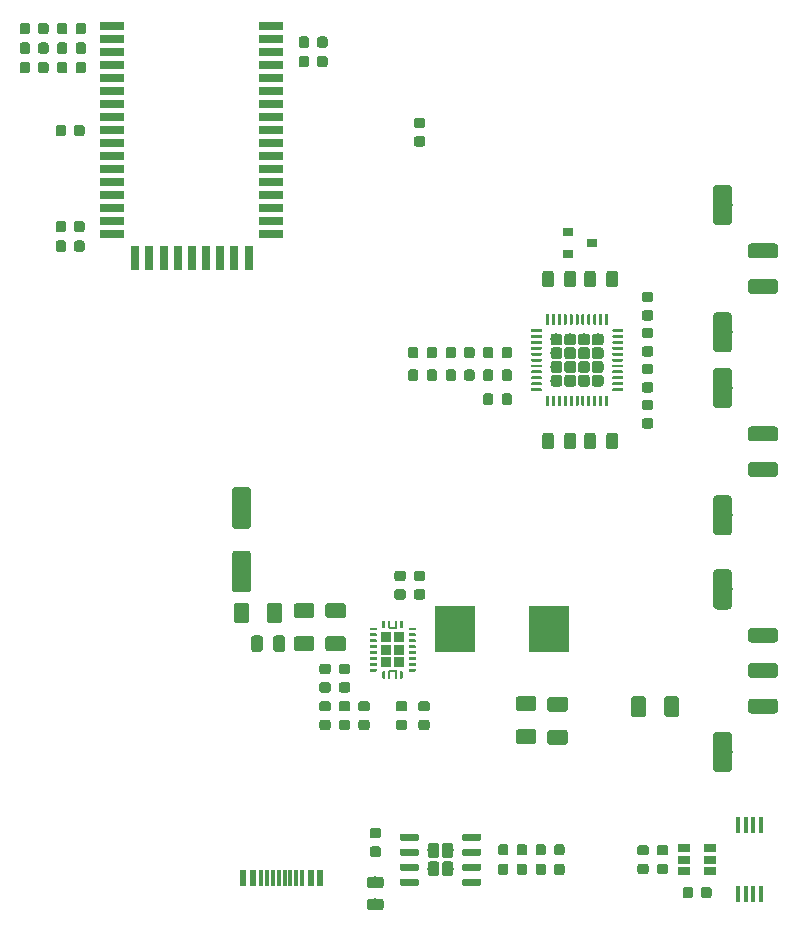
<source format=gbr>
G04 #@! TF.GenerationSoftware,KiCad,Pcbnew,(5.1.4)-1*
G04 #@! TF.CreationDate,2020-01-13T07:02:12+01:00*
G04 #@! TF.ProjectId,Skills,536b696c-6c73-42e6-9b69-6361645f7063,rev?*
G04 #@! TF.SameCoordinates,Original*
G04 #@! TF.FileFunction,Paste,Top*
G04 #@! TF.FilePolarity,Positive*
%FSLAX46Y46*%
G04 Gerber Fmt 4.6, Leading zero omitted, Abs format (unit mm)*
G04 Created by KiCad (PCBNEW (5.1.4)-1) date 2020-01-13 07:02:12*
%MOMM*%
%LPD*%
G04 APERTURE LIST*
%ADD10C,0.100000*%
%ADD11C,0.975000*%
%ADD12C,1.250000*%
%ADD13C,0.875000*%
%ADD14C,0.250000*%
%ADD15C,0.997293*%
%ADD16R,0.600000X1.450000*%
%ADD17R,0.300000X1.450000*%
%ADD18R,2.000000X0.800000*%
%ADD19R,0.800000X2.000000*%
%ADD20R,0.900000X0.800000*%
%ADD21C,1.600000*%
%ADD22R,0.450000X1.450000*%
%ADD23C,1.650000*%
%ADD24C,1.270000*%
%ADD25R,1.060000X0.650000*%
%ADD26C,0.600000*%
%ADD27C,0.970000*%
%ADD28C,0.240000*%
%ADD29C,0.200000*%
%ADD30R,0.920000X0.850000*%
%ADD31R,0.750000X0.250000*%
%ADD32R,3.500000X4.000000*%
G04 APERTURE END LIST*
D10*
G36*
X70830142Y-108401174D02*
G01*
X70853803Y-108404684D01*
X70877007Y-108410496D01*
X70899529Y-108418554D01*
X70921153Y-108428782D01*
X70941670Y-108441079D01*
X70960883Y-108455329D01*
X70978607Y-108471393D01*
X70994671Y-108489117D01*
X71008921Y-108508330D01*
X71021218Y-108528847D01*
X71031446Y-108550471D01*
X71039504Y-108572993D01*
X71045316Y-108596197D01*
X71048826Y-108619858D01*
X71050000Y-108643750D01*
X71050000Y-109556250D01*
X71048826Y-109580142D01*
X71045316Y-109603803D01*
X71039504Y-109627007D01*
X71031446Y-109649529D01*
X71021218Y-109671153D01*
X71008921Y-109691670D01*
X70994671Y-109710883D01*
X70978607Y-109728607D01*
X70960883Y-109744671D01*
X70941670Y-109758921D01*
X70921153Y-109771218D01*
X70899529Y-109781446D01*
X70877007Y-109789504D01*
X70853803Y-109795316D01*
X70830142Y-109798826D01*
X70806250Y-109800000D01*
X70318750Y-109800000D01*
X70294858Y-109798826D01*
X70271197Y-109795316D01*
X70247993Y-109789504D01*
X70225471Y-109781446D01*
X70203847Y-109771218D01*
X70183330Y-109758921D01*
X70164117Y-109744671D01*
X70146393Y-109728607D01*
X70130329Y-109710883D01*
X70116079Y-109691670D01*
X70103782Y-109671153D01*
X70093554Y-109649529D01*
X70085496Y-109627007D01*
X70079684Y-109603803D01*
X70076174Y-109580142D01*
X70075000Y-109556250D01*
X70075000Y-108643750D01*
X70076174Y-108619858D01*
X70079684Y-108596197D01*
X70085496Y-108572993D01*
X70093554Y-108550471D01*
X70103782Y-108528847D01*
X70116079Y-108508330D01*
X70130329Y-108489117D01*
X70146393Y-108471393D01*
X70164117Y-108455329D01*
X70183330Y-108441079D01*
X70203847Y-108428782D01*
X70225471Y-108418554D01*
X70247993Y-108410496D01*
X70271197Y-108404684D01*
X70294858Y-108401174D01*
X70318750Y-108400000D01*
X70806250Y-108400000D01*
X70830142Y-108401174D01*
X70830142Y-108401174D01*
G37*
D11*
X70562500Y-109100000D03*
D10*
G36*
X72705142Y-108401174D02*
G01*
X72728803Y-108404684D01*
X72752007Y-108410496D01*
X72774529Y-108418554D01*
X72796153Y-108428782D01*
X72816670Y-108441079D01*
X72835883Y-108455329D01*
X72853607Y-108471393D01*
X72869671Y-108489117D01*
X72883921Y-108508330D01*
X72896218Y-108528847D01*
X72906446Y-108550471D01*
X72914504Y-108572993D01*
X72920316Y-108596197D01*
X72923826Y-108619858D01*
X72925000Y-108643750D01*
X72925000Y-109556250D01*
X72923826Y-109580142D01*
X72920316Y-109603803D01*
X72914504Y-109627007D01*
X72906446Y-109649529D01*
X72896218Y-109671153D01*
X72883921Y-109691670D01*
X72869671Y-109710883D01*
X72853607Y-109728607D01*
X72835883Y-109744671D01*
X72816670Y-109758921D01*
X72796153Y-109771218D01*
X72774529Y-109781446D01*
X72752007Y-109789504D01*
X72728803Y-109795316D01*
X72705142Y-109798826D01*
X72681250Y-109800000D01*
X72193750Y-109800000D01*
X72169858Y-109798826D01*
X72146197Y-109795316D01*
X72122993Y-109789504D01*
X72100471Y-109781446D01*
X72078847Y-109771218D01*
X72058330Y-109758921D01*
X72039117Y-109744671D01*
X72021393Y-109728607D01*
X72005329Y-109710883D01*
X71991079Y-109691670D01*
X71978782Y-109671153D01*
X71968554Y-109649529D01*
X71960496Y-109627007D01*
X71954684Y-109603803D01*
X71951174Y-109580142D01*
X71950000Y-109556250D01*
X71950000Y-108643750D01*
X71951174Y-108619858D01*
X71954684Y-108596197D01*
X71960496Y-108572993D01*
X71968554Y-108550471D01*
X71978782Y-108528847D01*
X71991079Y-108508330D01*
X72005329Y-108489117D01*
X72021393Y-108471393D01*
X72039117Y-108455329D01*
X72058330Y-108441079D01*
X72078847Y-108428782D01*
X72100471Y-108418554D01*
X72122993Y-108410496D01*
X72146197Y-108404684D01*
X72169858Y-108401174D01*
X72193750Y-108400000D01*
X72681250Y-108400000D01*
X72705142Y-108401174D01*
X72705142Y-108401174D01*
G37*
D11*
X72437500Y-109100000D03*
D10*
G36*
X72449504Y-105626204D02*
G01*
X72473773Y-105629804D01*
X72497571Y-105635765D01*
X72520671Y-105644030D01*
X72542849Y-105654520D01*
X72563893Y-105667133D01*
X72583598Y-105681747D01*
X72601777Y-105698223D01*
X72618253Y-105716402D01*
X72632867Y-105736107D01*
X72645480Y-105757151D01*
X72655970Y-105779329D01*
X72664235Y-105802429D01*
X72670196Y-105826227D01*
X72673796Y-105850496D01*
X72675000Y-105875000D01*
X72675000Y-107125000D01*
X72673796Y-107149504D01*
X72670196Y-107173773D01*
X72664235Y-107197571D01*
X72655970Y-107220671D01*
X72645480Y-107242849D01*
X72632867Y-107263893D01*
X72618253Y-107283598D01*
X72601777Y-107301777D01*
X72583598Y-107318253D01*
X72563893Y-107332867D01*
X72542849Y-107345480D01*
X72520671Y-107355970D01*
X72497571Y-107364235D01*
X72473773Y-107370196D01*
X72449504Y-107373796D01*
X72425000Y-107375000D01*
X71675000Y-107375000D01*
X71650496Y-107373796D01*
X71626227Y-107370196D01*
X71602429Y-107364235D01*
X71579329Y-107355970D01*
X71557151Y-107345480D01*
X71536107Y-107332867D01*
X71516402Y-107318253D01*
X71498223Y-107301777D01*
X71481747Y-107283598D01*
X71467133Y-107263893D01*
X71454520Y-107242849D01*
X71444030Y-107220671D01*
X71435765Y-107197571D01*
X71429804Y-107173773D01*
X71426204Y-107149504D01*
X71425000Y-107125000D01*
X71425000Y-105875000D01*
X71426204Y-105850496D01*
X71429804Y-105826227D01*
X71435765Y-105802429D01*
X71444030Y-105779329D01*
X71454520Y-105757151D01*
X71467133Y-105736107D01*
X71481747Y-105716402D01*
X71498223Y-105698223D01*
X71516402Y-105681747D01*
X71536107Y-105667133D01*
X71557151Y-105654520D01*
X71579329Y-105644030D01*
X71602429Y-105635765D01*
X71626227Y-105629804D01*
X71650496Y-105626204D01*
X71675000Y-105625000D01*
X72425000Y-105625000D01*
X72449504Y-105626204D01*
X72449504Y-105626204D01*
G37*
D12*
X72050000Y-106500000D03*
D10*
G36*
X69649504Y-105626204D02*
G01*
X69673773Y-105629804D01*
X69697571Y-105635765D01*
X69720671Y-105644030D01*
X69742849Y-105654520D01*
X69763893Y-105667133D01*
X69783598Y-105681747D01*
X69801777Y-105698223D01*
X69818253Y-105716402D01*
X69832867Y-105736107D01*
X69845480Y-105757151D01*
X69855970Y-105779329D01*
X69864235Y-105802429D01*
X69870196Y-105826227D01*
X69873796Y-105850496D01*
X69875000Y-105875000D01*
X69875000Y-107125000D01*
X69873796Y-107149504D01*
X69870196Y-107173773D01*
X69864235Y-107197571D01*
X69855970Y-107220671D01*
X69845480Y-107242849D01*
X69832867Y-107263893D01*
X69818253Y-107283598D01*
X69801777Y-107301777D01*
X69783598Y-107318253D01*
X69763893Y-107332867D01*
X69742849Y-107345480D01*
X69720671Y-107355970D01*
X69697571Y-107364235D01*
X69673773Y-107370196D01*
X69649504Y-107373796D01*
X69625000Y-107375000D01*
X68875000Y-107375000D01*
X68850496Y-107373796D01*
X68826227Y-107370196D01*
X68802429Y-107364235D01*
X68779329Y-107355970D01*
X68757151Y-107345480D01*
X68736107Y-107332867D01*
X68716402Y-107318253D01*
X68698223Y-107301777D01*
X68681747Y-107283598D01*
X68667133Y-107263893D01*
X68654520Y-107242849D01*
X68644030Y-107220671D01*
X68635765Y-107197571D01*
X68629804Y-107173773D01*
X68626204Y-107149504D01*
X68625000Y-107125000D01*
X68625000Y-105875000D01*
X68626204Y-105850496D01*
X68629804Y-105826227D01*
X68635765Y-105802429D01*
X68644030Y-105779329D01*
X68654520Y-105757151D01*
X68667133Y-105736107D01*
X68681747Y-105716402D01*
X68698223Y-105698223D01*
X68716402Y-105681747D01*
X68736107Y-105667133D01*
X68757151Y-105654520D01*
X68779329Y-105644030D01*
X68802429Y-105635765D01*
X68826227Y-105629804D01*
X68850496Y-105626204D01*
X68875000Y-105625000D01*
X69625000Y-105625000D01*
X69649504Y-105626204D01*
X69649504Y-105626204D01*
G37*
D12*
X69250000Y-106500000D03*
D10*
G36*
X93994504Y-116346204D02*
G01*
X94018773Y-116349804D01*
X94042571Y-116355765D01*
X94065671Y-116364030D01*
X94087849Y-116374520D01*
X94108893Y-116387133D01*
X94128598Y-116401747D01*
X94146777Y-116418223D01*
X94163253Y-116436402D01*
X94177867Y-116456107D01*
X94190480Y-116477151D01*
X94200970Y-116499329D01*
X94209235Y-116522429D01*
X94215196Y-116546227D01*
X94218796Y-116570496D01*
X94220000Y-116595000D01*
X94220000Y-117345000D01*
X94218796Y-117369504D01*
X94215196Y-117393773D01*
X94209235Y-117417571D01*
X94200970Y-117440671D01*
X94190480Y-117462849D01*
X94177867Y-117483893D01*
X94163253Y-117503598D01*
X94146777Y-117521777D01*
X94128598Y-117538253D01*
X94108893Y-117552867D01*
X94087849Y-117565480D01*
X94065671Y-117575970D01*
X94042571Y-117584235D01*
X94018773Y-117590196D01*
X93994504Y-117593796D01*
X93970000Y-117595000D01*
X92720000Y-117595000D01*
X92695496Y-117593796D01*
X92671227Y-117590196D01*
X92647429Y-117584235D01*
X92624329Y-117575970D01*
X92602151Y-117565480D01*
X92581107Y-117552867D01*
X92561402Y-117538253D01*
X92543223Y-117521777D01*
X92526747Y-117503598D01*
X92512133Y-117483893D01*
X92499520Y-117462849D01*
X92489030Y-117440671D01*
X92480765Y-117417571D01*
X92474804Y-117393773D01*
X92471204Y-117369504D01*
X92470000Y-117345000D01*
X92470000Y-116595000D01*
X92471204Y-116570496D01*
X92474804Y-116546227D01*
X92480765Y-116522429D01*
X92489030Y-116499329D01*
X92499520Y-116477151D01*
X92512133Y-116456107D01*
X92526747Y-116436402D01*
X92543223Y-116418223D01*
X92561402Y-116401747D01*
X92581107Y-116387133D01*
X92602151Y-116374520D01*
X92624329Y-116364030D01*
X92647429Y-116355765D01*
X92671227Y-116349804D01*
X92695496Y-116346204D01*
X92720000Y-116345000D01*
X93970000Y-116345000D01*
X93994504Y-116346204D01*
X93994504Y-116346204D01*
G37*
D12*
X93345000Y-116970000D03*
D10*
G36*
X93994504Y-113546204D02*
G01*
X94018773Y-113549804D01*
X94042571Y-113555765D01*
X94065671Y-113564030D01*
X94087849Y-113574520D01*
X94108893Y-113587133D01*
X94128598Y-113601747D01*
X94146777Y-113618223D01*
X94163253Y-113636402D01*
X94177867Y-113656107D01*
X94190480Y-113677151D01*
X94200970Y-113699329D01*
X94209235Y-113722429D01*
X94215196Y-113746227D01*
X94218796Y-113770496D01*
X94220000Y-113795000D01*
X94220000Y-114545000D01*
X94218796Y-114569504D01*
X94215196Y-114593773D01*
X94209235Y-114617571D01*
X94200970Y-114640671D01*
X94190480Y-114662849D01*
X94177867Y-114683893D01*
X94163253Y-114703598D01*
X94146777Y-114721777D01*
X94128598Y-114738253D01*
X94108893Y-114752867D01*
X94087849Y-114765480D01*
X94065671Y-114775970D01*
X94042571Y-114784235D01*
X94018773Y-114790196D01*
X93994504Y-114793796D01*
X93970000Y-114795000D01*
X92720000Y-114795000D01*
X92695496Y-114793796D01*
X92671227Y-114790196D01*
X92647429Y-114784235D01*
X92624329Y-114775970D01*
X92602151Y-114765480D01*
X92581107Y-114752867D01*
X92561402Y-114738253D01*
X92543223Y-114721777D01*
X92526747Y-114703598D01*
X92512133Y-114683893D01*
X92499520Y-114662849D01*
X92489030Y-114640671D01*
X92480765Y-114617571D01*
X92474804Y-114593773D01*
X92471204Y-114569504D01*
X92470000Y-114545000D01*
X92470000Y-113795000D01*
X92471204Y-113770496D01*
X92474804Y-113746227D01*
X92480765Y-113722429D01*
X92489030Y-113699329D01*
X92499520Y-113677151D01*
X92512133Y-113656107D01*
X92526747Y-113636402D01*
X92543223Y-113618223D01*
X92561402Y-113601747D01*
X92581107Y-113587133D01*
X92602151Y-113574520D01*
X92624329Y-113564030D01*
X92647429Y-113555765D01*
X92671227Y-113549804D01*
X92695496Y-113546204D01*
X92720000Y-113545000D01*
X93970000Y-113545000D01*
X93994504Y-113546204D01*
X93994504Y-113546204D01*
G37*
D12*
X93345000Y-114170000D03*
D10*
G36*
X75198504Y-105672204D02*
G01*
X75222773Y-105675804D01*
X75246571Y-105681765D01*
X75269671Y-105690030D01*
X75291849Y-105700520D01*
X75312893Y-105713133D01*
X75332598Y-105727747D01*
X75350777Y-105744223D01*
X75367253Y-105762402D01*
X75381867Y-105782107D01*
X75394480Y-105803151D01*
X75404970Y-105825329D01*
X75413235Y-105848429D01*
X75419196Y-105872227D01*
X75422796Y-105896496D01*
X75424000Y-105921000D01*
X75424000Y-106671000D01*
X75422796Y-106695504D01*
X75419196Y-106719773D01*
X75413235Y-106743571D01*
X75404970Y-106766671D01*
X75394480Y-106788849D01*
X75381867Y-106809893D01*
X75367253Y-106829598D01*
X75350777Y-106847777D01*
X75332598Y-106864253D01*
X75312893Y-106878867D01*
X75291849Y-106891480D01*
X75269671Y-106901970D01*
X75246571Y-106910235D01*
X75222773Y-106916196D01*
X75198504Y-106919796D01*
X75174000Y-106921000D01*
X73924000Y-106921000D01*
X73899496Y-106919796D01*
X73875227Y-106916196D01*
X73851429Y-106910235D01*
X73828329Y-106901970D01*
X73806151Y-106891480D01*
X73785107Y-106878867D01*
X73765402Y-106864253D01*
X73747223Y-106847777D01*
X73730747Y-106829598D01*
X73716133Y-106809893D01*
X73703520Y-106788849D01*
X73693030Y-106766671D01*
X73684765Y-106743571D01*
X73678804Y-106719773D01*
X73675204Y-106695504D01*
X73674000Y-106671000D01*
X73674000Y-105921000D01*
X73675204Y-105896496D01*
X73678804Y-105872227D01*
X73684765Y-105848429D01*
X73693030Y-105825329D01*
X73703520Y-105803151D01*
X73716133Y-105782107D01*
X73730747Y-105762402D01*
X73747223Y-105744223D01*
X73765402Y-105727747D01*
X73785107Y-105713133D01*
X73806151Y-105700520D01*
X73828329Y-105690030D01*
X73851429Y-105681765D01*
X73875227Y-105675804D01*
X73899496Y-105672204D01*
X73924000Y-105671000D01*
X75174000Y-105671000D01*
X75198504Y-105672204D01*
X75198504Y-105672204D01*
G37*
D12*
X74549000Y-106296000D03*
D10*
G36*
X75198504Y-108472204D02*
G01*
X75222773Y-108475804D01*
X75246571Y-108481765D01*
X75269671Y-108490030D01*
X75291849Y-108500520D01*
X75312893Y-108513133D01*
X75332598Y-108527747D01*
X75350777Y-108544223D01*
X75367253Y-108562402D01*
X75381867Y-108582107D01*
X75394480Y-108603151D01*
X75404970Y-108625329D01*
X75413235Y-108648429D01*
X75419196Y-108672227D01*
X75422796Y-108696496D01*
X75424000Y-108721000D01*
X75424000Y-109471000D01*
X75422796Y-109495504D01*
X75419196Y-109519773D01*
X75413235Y-109543571D01*
X75404970Y-109566671D01*
X75394480Y-109588849D01*
X75381867Y-109609893D01*
X75367253Y-109629598D01*
X75350777Y-109647777D01*
X75332598Y-109664253D01*
X75312893Y-109678867D01*
X75291849Y-109691480D01*
X75269671Y-109701970D01*
X75246571Y-109710235D01*
X75222773Y-109716196D01*
X75198504Y-109719796D01*
X75174000Y-109721000D01*
X73924000Y-109721000D01*
X73899496Y-109719796D01*
X73875227Y-109716196D01*
X73851429Y-109710235D01*
X73828329Y-109701970D01*
X73806151Y-109691480D01*
X73785107Y-109678867D01*
X73765402Y-109664253D01*
X73747223Y-109647777D01*
X73730747Y-109629598D01*
X73716133Y-109609893D01*
X73703520Y-109588849D01*
X73693030Y-109566671D01*
X73684765Y-109543571D01*
X73678804Y-109519773D01*
X73675204Y-109495504D01*
X73674000Y-109471000D01*
X73674000Y-108721000D01*
X73675204Y-108696496D01*
X73678804Y-108672227D01*
X73684765Y-108648429D01*
X73693030Y-108625329D01*
X73703520Y-108603151D01*
X73716133Y-108582107D01*
X73730747Y-108562402D01*
X73747223Y-108544223D01*
X73765402Y-108527747D01*
X73785107Y-108513133D01*
X73806151Y-108500520D01*
X73828329Y-108490030D01*
X73851429Y-108481765D01*
X73875227Y-108475804D01*
X73899496Y-108472204D01*
X73924000Y-108471000D01*
X75174000Y-108471000D01*
X75198504Y-108472204D01*
X75198504Y-108472204D01*
G37*
D12*
X74549000Y-109096000D03*
D10*
G36*
X77865504Y-105672204D02*
G01*
X77889773Y-105675804D01*
X77913571Y-105681765D01*
X77936671Y-105690030D01*
X77958849Y-105700520D01*
X77979893Y-105713133D01*
X77999598Y-105727747D01*
X78017777Y-105744223D01*
X78034253Y-105762402D01*
X78048867Y-105782107D01*
X78061480Y-105803151D01*
X78071970Y-105825329D01*
X78080235Y-105848429D01*
X78086196Y-105872227D01*
X78089796Y-105896496D01*
X78091000Y-105921000D01*
X78091000Y-106671000D01*
X78089796Y-106695504D01*
X78086196Y-106719773D01*
X78080235Y-106743571D01*
X78071970Y-106766671D01*
X78061480Y-106788849D01*
X78048867Y-106809893D01*
X78034253Y-106829598D01*
X78017777Y-106847777D01*
X77999598Y-106864253D01*
X77979893Y-106878867D01*
X77958849Y-106891480D01*
X77936671Y-106901970D01*
X77913571Y-106910235D01*
X77889773Y-106916196D01*
X77865504Y-106919796D01*
X77841000Y-106921000D01*
X76591000Y-106921000D01*
X76566496Y-106919796D01*
X76542227Y-106916196D01*
X76518429Y-106910235D01*
X76495329Y-106901970D01*
X76473151Y-106891480D01*
X76452107Y-106878867D01*
X76432402Y-106864253D01*
X76414223Y-106847777D01*
X76397747Y-106829598D01*
X76383133Y-106809893D01*
X76370520Y-106788849D01*
X76360030Y-106766671D01*
X76351765Y-106743571D01*
X76345804Y-106719773D01*
X76342204Y-106695504D01*
X76341000Y-106671000D01*
X76341000Y-105921000D01*
X76342204Y-105896496D01*
X76345804Y-105872227D01*
X76351765Y-105848429D01*
X76360030Y-105825329D01*
X76370520Y-105803151D01*
X76383133Y-105782107D01*
X76397747Y-105762402D01*
X76414223Y-105744223D01*
X76432402Y-105727747D01*
X76452107Y-105713133D01*
X76473151Y-105700520D01*
X76495329Y-105690030D01*
X76518429Y-105681765D01*
X76542227Y-105675804D01*
X76566496Y-105672204D01*
X76591000Y-105671000D01*
X77841000Y-105671000D01*
X77865504Y-105672204D01*
X77865504Y-105672204D01*
G37*
D12*
X77216000Y-106296000D03*
D10*
G36*
X77865504Y-108472204D02*
G01*
X77889773Y-108475804D01*
X77913571Y-108481765D01*
X77936671Y-108490030D01*
X77958849Y-108500520D01*
X77979893Y-108513133D01*
X77999598Y-108527747D01*
X78017777Y-108544223D01*
X78034253Y-108562402D01*
X78048867Y-108582107D01*
X78061480Y-108603151D01*
X78071970Y-108625329D01*
X78080235Y-108648429D01*
X78086196Y-108672227D01*
X78089796Y-108696496D01*
X78091000Y-108721000D01*
X78091000Y-109471000D01*
X78089796Y-109495504D01*
X78086196Y-109519773D01*
X78080235Y-109543571D01*
X78071970Y-109566671D01*
X78061480Y-109588849D01*
X78048867Y-109609893D01*
X78034253Y-109629598D01*
X78017777Y-109647777D01*
X77999598Y-109664253D01*
X77979893Y-109678867D01*
X77958849Y-109691480D01*
X77936671Y-109701970D01*
X77913571Y-109710235D01*
X77889773Y-109716196D01*
X77865504Y-109719796D01*
X77841000Y-109721000D01*
X76591000Y-109721000D01*
X76566496Y-109719796D01*
X76542227Y-109716196D01*
X76518429Y-109710235D01*
X76495329Y-109701970D01*
X76473151Y-109691480D01*
X76452107Y-109678867D01*
X76432402Y-109664253D01*
X76414223Y-109647777D01*
X76397747Y-109629598D01*
X76383133Y-109609893D01*
X76370520Y-109588849D01*
X76360030Y-109566671D01*
X76351765Y-109543571D01*
X76345804Y-109519773D01*
X76342204Y-109495504D01*
X76341000Y-109471000D01*
X76341000Y-108721000D01*
X76342204Y-108696496D01*
X76345804Y-108672227D01*
X76351765Y-108648429D01*
X76360030Y-108625329D01*
X76370520Y-108603151D01*
X76383133Y-108582107D01*
X76397747Y-108562402D01*
X76414223Y-108544223D01*
X76432402Y-108527747D01*
X76452107Y-108513133D01*
X76473151Y-108500520D01*
X76495329Y-108490030D01*
X76518429Y-108481765D01*
X76542227Y-108475804D01*
X76566496Y-108472204D01*
X76591000Y-108471000D01*
X77841000Y-108471000D01*
X77865504Y-108472204D01*
X77865504Y-108472204D01*
G37*
D12*
X77216000Y-109096000D03*
D10*
G36*
X96661504Y-116409704D02*
G01*
X96685773Y-116413304D01*
X96709571Y-116419265D01*
X96732671Y-116427530D01*
X96754849Y-116438020D01*
X96775893Y-116450633D01*
X96795598Y-116465247D01*
X96813777Y-116481723D01*
X96830253Y-116499902D01*
X96844867Y-116519607D01*
X96857480Y-116540651D01*
X96867970Y-116562829D01*
X96876235Y-116585929D01*
X96882196Y-116609727D01*
X96885796Y-116633996D01*
X96887000Y-116658500D01*
X96887000Y-117408500D01*
X96885796Y-117433004D01*
X96882196Y-117457273D01*
X96876235Y-117481071D01*
X96867970Y-117504171D01*
X96857480Y-117526349D01*
X96844867Y-117547393D01*
X96830253Y-117567098D01*
X96813777Y-117585277D01*
X96795598Y-117601753D01*
X96775893Y-117616367D01*
X96754849Y-117628980D01*
X96732671Y-117639470D01*
X96709571Y-117647735D01*
X96685773Y-117653696D01*
X96661504Y-117657296D01*
X96637000Y-117658500D01*
X95387000Y-117658500D01*
X95362496Y-117657296D01*
X95338227Y-117653696D01*
X95314429Y-117647735D01*
X95291329Y-117639470D01*
X95269151Y-117628980D01*
X95248107Y-117616367D01*
X95228402Y-117601753D01*
X95210223Y-117585277D01*
X95193747Y-117567098D01*
X95179133Y-117547393D01*
X95166520Y-117526349D01*
X95156030Y-117504171D01*
X95147765Y-117481071D01*
X95141804Y-117457273D01*
X95138204Y-117433004D01*
X95137000Y-117408500D01*
X95137000Y-116658500D01*
X95138204Y-116633996D01*
X95141804Y-116609727D01*
X95147765Y-116585929D01*
X95156030Y-116562829D01*
X95166520Y-116540651D01*
X95179133Y-116519607D01*
X95193747Y-116499902D01*
X95210223Y-116481723D01*
X95228402Y-116465247D01*
X95248107Y-116450633D01*
X95269151Y-116438020D01*
X95291329Y-116427530D01*
X95314429Y-116419265D01*
X95338227Y-116413304D01*
X95362496Y-116409704D01*
X95387000Y-116408500D01*
X96637000Y-116408500D01*
X96661504Y-116409704D01*
X96661504Y-116409704D01*
G37*
D12*
X96012000Y-117033500D03*
D10*
G36*
X96661504Y-113609704D02*
G01*
X96685773Y-113613304D01*
X96709571Y-113619265D01*
X96732671Y-113627530D01*
X96754849Y-113638020D01*
X96775893Y-113650633D01*
X96795598Y-113665247D01*
X96813777Y-113681723D01*
X96830253Y-113699902D01*
X96844867Y-113719607D01*
X96857480Y-113740651D01*
X96867970Y-113762829D01*
X96876235Y-113785929D01*
X96882196Y-113809727D01*
X96885796Y-113833996D01*
X96887000Y-113858500D01*
X96887000Y-114608500D01*
X96885796Y-114633004D01*
X96882196Y-114657273D01*
X96876235Y-114681071D01*
X96867970Y-114704171D01*
X96857480Y-114726349D01*
X96844867Y-114747393D01*
X96830253Y-114767098D01*
X96813777Y-114785277D01*
X96795598Y-114801753D01*
X96775893Y-114816367D01*
X96754849Y-114828980D01*
X96732671Y-114839470D01*
X96709571Y-114847735D01*
X96685773Y-114853696D01*
X96661504Y-114857296D01*
X96637000Y-114858500D01*
X95387000Y-114858500D01*
X95362496Y-114857296D01*
X95338227Y-114853696D01*
X95314429Y-114847735D01*
X95291329Y-114839470D01*
X95269151Y-114828980D01*
X95248107Y-114816367D01*
X95228402Y-114801753D01*
X95210223Y-114785277D01*
X95193747Y-114767098D01*
X95179133Y-114747393D01*
X95166520Y-114726349D01*
X95156030Y-114704171D01*
X95147765Y-114681071D01*
X95141804Y-114657273D01*
X95138204Y-114633004D01*
X95137000Y-114608500D01*
X95137000Y-113858500D01*
X95138204Y-113833996D01*
X95141804Y-113809727D01*
X95147765Y-113785929D01*
X95156030Y-113762829D01*
X95166520Y-113740651D01*
X95179133Y-113719607D01*
X95193747Y-113699902D01*
X95210223Y-113681723D01*
X95228402Y-113665247D01*
X95248107Y-113650633D01*
X95269151Y-113638020D01*
X95291329Y-113627530D01*
X95314429Y-113619265D01*
X95338227Y-113613304D01*
X95362496Y-113609704D01*
X95387000Y-113608500D01*
X96637000Y-113608500D01*
X96661504Y-113609704D01*
X96661504Y-113609704D01*
G37*
D12*
X96012000Y-114233500D03*
D10*
G36*
X106066504Y-113553204D02*
G01*
X106090773Y-113556804D01*
X106114571Y-113562765D01*
X106137671Y-113571030D01*
X106159849Y-113581520D01*
X106180893Y-113594133D01*
X106200598Y-113608747D01*
X106218777Y-113625223D01*
X106235253Y-113643402D01*
X106249867Y-113663107D01*
X106262480Y-113684151D01*
X106272970Y-113706329D01*
X106281235Y-113729429D01*
X106287196Y-113753227D01*
X106290796Y-113777496D01*
X106292000Y-113802000D01*
X106292000Y-115052000D01*
X106290796Y-115076504D01*
X106287196Y-115100773D01*
X106281235Y-115124571D01*
X106272970Y-115147671D01*
X106262480Y-115169849D01*
X106249867Y-115190893D01*
X106235253Y-115210598D01*
X106218777Y-115228777D01*
X106200598Y-115245253D01*
X106180893Y-115259867D01*
X106159849Y-115272480D01*
X106137671Y-115282970D01*
X106114571Y-115291235D01*
X106090773Y-115297196D01*
X106066504Y-115300796D01*
X106042000Y-115302000D01*
X105292000Y-115302000D01*
X105267496Y-115300796D01*
X105243227Y-115297196D01*
X105219429Y-115291235D01*
X105196329Y-115282970D01*
X105174151Y-115272480D01*
X105153107Y-115259867D01*
X105133402Y-115245253D01*
X105115223Y-115228777D01*
X105098747Y-115210598D01*
X105084133Y-115190893D01*
X105071520Y-115169849D01*
X105061030Y-115147671D01*
X105052765Y-115124571D01*
X105046804Y-115100773D01*
X105043204Y-115076504D01*
X105042000Y-115052000D01*
X105042000Y-113802000D01*
X105043204Y-113777496D01*
X105046804Y-113753227D01*
X105052765Y-113729429D01*
X105061030Y-113706329D01*
X105071520Y-113684151D01*
X105084133Y-113663107D01*
X105098747Y-113643402D01*
X105115223Y-113625223D01*
X105133402Y-113608747D01*
X105153107Y-113594133D01*
X105174151Y-113581520D01*
X105196329Y-113571030D01*
X105219429Y-113562765D01*
X105243227Y-113556804D01*
X105267496Y-113553204D01*
X105292000Y-113552000D01*
X106042000Y-113552000D01*
X106066504Y-113553204D01*
X106066504Y-113553204D01*
G37*
D12*
X105667000Y-114427000D03*
D10*
G36*
X103266504Y-113553204D02*
G01*
X103290773Y-113556804D01*
X103314571Y-113562765D01*
X103337671Y-113571030D01*
X103359849Y-113581520D01*
X103380893Y-113594133D01*
X103400598Y-113608747D01*
X103418777Y-113625223D01*
X103435253Y-113643402D01*
X103449867Y-113663107D01*
X103462480Y-113684151D01*
X103472970Y-113706329D01*
X103481235Y-113729429D01*
X103487196Y-113753227D01*
X103490796Y-113777496D01*
X103492000Y-113802000D01*
X103492000Y-115052000D01*
X103490796Y-115076504D01*
X103487196Y-115100773D01*
X103481235Y-115124571D01*
X103472970Y-115147671D01*
X103462480Y-115169849D01*
X103449867Y-115190893D01*
X103435253Y-115210598D01*
X103418777Y-115228777D01*
X103400598Y-115245253D01*
X103380893Y-115259867D01*
X103359849Y-115272480D01*
X103337671Y-115282970D01*
X103314571Y-115291235D01*
X103290773Y-115297196D01*
X103266504Y-115300796D01*
X103242000Y-115302000D01*
X102492000Y-115302000D01*
X102467496Y-115300796D01*
X102443227Y-115297196D01*
X102419429Y-115291235D01*
X102396329Y-115282970D01*
X102374151Y-115272480D01*
X102353107Y-115259867D01*
X102333402Y-115245253D01*
X102315223Y-115228777D01*
X102298747Y-115210598D01*
X102284133Y-115190893D01*
X102271520Y-115169849D01*
X102261030Y-115147671D01*
X102252765Y-115124571D01*
X102246804Y-115100773D01*
X102243204Y-115076504D01*
X102242000Y-115052000D01*
X102242000Y-113802000D01*
X102243204Y-113777496D01*
X102246804Y-113753227D01*
X102252765Y-113729429D01*
X102261030Y-113706329D01*
X102271520Y-113684151D01*
X102284133Y-113663107D01*
X102298747Y-113643402D01*
X102315223Y-113625223D01*
X102333402Y-113608747D01*
X102353107Y-113594133D01*
X102374151Y-113581520D01*
X102396329Y-113571030D01*
X102419429Y-113562765D01*
X102443227Y-113556804D01*
X102467496Y-113553204D01*
X102492000Y-113552000D01*
X103242000Y-113552000D01*
X103266504Y-113553204D01*
X103266504Y-113553204D01*
G37*
D12*
X102867000Y-114427000D03*
D10*
G36*
X76604691Y-112365053D02*
G01*
X76625926Y-112368203D01*
X76646750Y-112373419D01*
X76666962Y-112380651D01*
X76686368Y-112389830D01*
X76704781Y-112400866D01*
X76722024Y-112413654D01*
X76737930Y-112428070D01*
X76752346Y-112443976D01*
X76765134Y-112461219D01*
X76776170Y-112479632D01*
X76785349Y-112499038D01*
X76792581Y-112519250D01*
X76797797Y-112540074D01*
X76800947Y-112561309D01*
X76802000Y-112582750D01*
X76802000Y-113020250D01*
X76800947Y-113041691D01*
X76797797Y-113062926D01*
X76792581Y-113083750D01*
X76785349Y-113103962D01*
X76776170Y-113123368D01*
X76765134Y-113141781D01*
X76752346Y-113159024D01*
X76737930Y-113174930D01*
X76722024Y-113189346D01*
X76704781Y-113202134D01*
X76686368Y-113213170D01*
X76666962Y-113222349D01*
X76646750Y-113229581D01*
X76625926Y-113234797D01*
X76604691Y-113237947D01*
X76583250Y-113239000D01*
X76070750Y-113239000D01*
X76049309Y-113237947D01*
X76028074Y-113234797D01*
X76007250Y-113229581D01*
X75987038Y-113222349D01*
X75967632Y-113213170D01*
X75949219Y-113202134D01*
X75931976Y-113189346D01*
X75916070Y-113174930D01*
X75901654Y-113159024D01*
X75888866Y-113141781D01*
X75877830Y-113123368D01*
X75868651Y-113103962D01*
X75861419Y-113083750D01*
X75856203Y-113062926D01*
X75853053Y-113041691D01*
X75852000Y-113020250D01*
X75852000Y-112582750D01*
X75853053Y-112561309D01*
X75856203Y-112540074D01*
X75861419Y-112519250D01*
X75868651Y-112499038D01*
X75877830Y-112479632D01*
X75888866Y-112461219D01*
X75901654Y-112443976D01*
X75916070Y-112428070D01*
X75931976Y-112413654D01*
X75949219Y-112400866D01*
X75967632Y-112389830D01*
X75987038Y-112380651D01*
X76007250Y-112373419D01*
X76028074Y-112368203D01*
X76049309Y-112365053D01*
X76070750Y-112364000D01*
X76583250Y-112364000D01*
X76604691Y-112365053D01*
X76604691Y-112365053D01*
G37*
D13*
X76327000Y-112801500D03*
D10*
G36*
X76604691Y-110790053D02*
G01*
X76625926Y-110793203D01*
X76646750Y-110798419D01*
X76666962Y-110805651D01*
X76686368Y-110814830D01*
X76704781Y-110825866D01*
X76722024Y-110838654D01*
X76737930Y-110853070D01*
X76752346Y-110868976D01*
X76765134Y-110886219D01*
X76776170Y-110904632D01*
X76785349Y-110924038D01*
X76792581Y-110944250D01*
X76797797Y-110965074D01*
X76800947Y-110986309D01*
X76802000Y-111007750D01*
X76802000Y-111445250D01*
X76800947Y-111466691D01*
X76797797Y-111487926D01*
X76792581Y-111508750D01*
X76785349Y-111528962D01*
X76776170Y-111548368D01*
X76765134Y-111566781D01*
X76752346Y-111584024D01*
X76737930Y-111599930D01*
X76722024Y-111614346D01*
X76704781Y-111627134D01*
X76686368Y-111638170D01*
X76666962Y-111647349D01*
X76646750Y-111654581D01*
X76625926Y-111659797D01*
X76604691Y-111662947D01*
X76583250Y-111664000D01*
X76070750Y-111664000D01*
X76049309Y-111662947D01*
X76028074Y-111659797D01*
X76007250Y-111654581D01*
X75987038Y-111647349D01*
X75967632Y-111638170D01*
X75949219Y-111627134D01*
X75931976Y-111614346D01*
X75916070Y-111599930D01*
X75901654Y-111584024D01*
X75888866Y-111566781D01*
X75877830Y-111548368D01*
X75868651Y-111528962D01*
X75861419Y-111508750D01*
X75856203Y-111487926D01*
X75853053Y-111466691D01*
X75852000Y-111445250D01*
X75852000Y-111007750D01*
X75853053Y-110986309D01*
X75856203Y-110965074D01*
X75861419Y-110944250D01*
X75868651Y-110924038D01*
X75877830Y-110904632D01*
X75888866Y-110886219D01*
X75901654Y-110868976D01*
X75916070Y-110853070D01*
X75931976Y-110838654D01*
X75949219Y-110825866D01*
X75967632Y-110814830D01*
X75987038Y-110805651D01*
X76007250Y-110798419D01*
X76028074Y-110793203D01*
X76049309Y-110790053D01*
X76070750Y-110789000D01*
X76583250Y-110789000D01*
X76604691Y-110790053D01*
X76604691Y-110790053D01*
G37*
D13*
X76327000Y-111226500D03*
D10*
G36*
X90384691Y-85886053D02*
G01*
X90405926Y-85889203D01*
X90426750Y-85894419D01*
X90446962Y-85901651D01*
X90466368Y-85910830D01*
X90484781Y-85921866D01*
X90502024Y-85934654D01*
X90517930Y-85949070D01*
X90532346Y-85964976D01*
X90545134Y-85982219D01*
X90556170Y-86000632D01*
X90565349Y-86020038D01*
X90572581Y-86040250D01*
X90577797Y-86061074D01*
X90580947Y-86082309D01*
X90582000Y-86103750D01*
X90582000Y-86616250D01*
X90580947Y-86637691D01*
X90577797Y-86658926D01*
X90572581Y-86679750D01*
X90565349Y-86699962D01*
X90556170Y-86719368D01*
X90545134Y-86737781D01*
X90532346Y-86755024D01*
X90517930Y-86770930D01*
X90502024Y-86785346D01*
X90484781Y-86798134D01*
X90466368Y-86809170D01*
X90446962Y-86818349D01*
X90426750Y-86825581D01*
X90405926Y-86830797D01*
X90384691Y-86833947D01*
X90363250Y-86835000D01*
X89925750Y-86835000D01*
X89904309Y-86833947D01*
X89883074Y-86830797D01*
X89862250Y-86825581D01*
X89842038Y-86818349D01*
X89822632Y-86809170D01*
X89804219Y-86798134D01*
X89786976Y-86785346D01*
X89771070Y-86770930D01*
X89756654Y-86755024D01*
X89743866Y-86737781D01*
X89732830Y-86719368D01*
X89723651Y-86699962D01*
X89716419Y-86679750D01*
X89711203Y-86658926D01*
X89708053Y-86637691D01*
X89707000Y-86616250D01*
X89707000Y-86103750D01*
X89708053Y-86082309D01*
X89711203Y-86061074D01*
X89716419Y-86040250D01*
X89723651Y-86020038D01*
X89732830Y-86000632D01*
X89743866Y-85982219D01*
X89756654Y-85964976D01*
X89771070Y-85949070D01*
X89786976Y-85934654D01*
X89804219Y-85921866D01*
X89822632Y-85910830D01*
X89842038Y-85901651D01*
X89862250Y-85894419D01*
X89883074Y-85889203D01*
X89904309Y-85886053D01*
X89925750Y-85885000D01*
X90363250Y-85885000D01*
X90384691Y-85886053D01*
X90384691Y-85886053D01*
G37*
D13*
X90144500Y-86360000D03*
D10*
G36*
X91959691Y-85886053D02*
G01*
X91980926Y-85889203D01*
X92001750Y-85894419D01*
X92021962Y-85901651D01*
X92041368Y-85910830D01*
X92059781Y-85921866D01*
X92077024Y-85934654D01*
X92092930Y-85949070D01*
X92107346Y-85964976D01*
X92120134Y-85982219D01*
X92131170Y-86000632D01*
X92140349Y-86020038D01*
X92147581Y-86040250D01*
X92152797Y-86061074D01*
X92155947Y-86082309D01*
X92157000Y-86103750D01*
X92157000Y-86616250D01*
X92155947Y-86637691D01*
X92152797Y-86658926D01*
X92147581Y-86679750D01*
X92140349Y-86699962D01*
X92131170Y-86719368D01*
X92120134Y-86737781D01*
X92107346Y-86755024D01*
X92092930Y-86770930D01*
X92077024Y-86785346D01*
X92059781Y-86798134D01*
X92041368Y-86809170D01*
X92021962Y-86818349D01*
X92001750Y-86825581D01*
X91980926Y-86830797D01*
X91959691Y-86833947D01*
X91938250Y-86835000D01*
X91500750Y-86835000D01*
X91479309Y-86833947D01*
X91458074Y-86830797D01*
X91437250Y-86825581D01*
X91417038Y-86818349D01*
X91397632Y-86809170D01*
X91379219Y-86798134D01*
X91361976Y-86785346D01*
X91346070Y-86770930D01*
X91331654Y-86755024D01*
X91318866Y-86737781D01*
X91307830Y-86719368D01*
X91298651Y-86699962D01*
X91291419Y-86679750D01*
X91286203Y-86658926D01*
X91283053Y-86637691D01*
X91282000Y-86616250D01*
X91282000Y-86103750D01*
X91283053Y-86082309D01*
X91286203Y-86061074D01*
X91291419Y-86040250D01*
X91298651Y-86020038D01*
X91307830Y-86000632D01*
X91318866Y-85982219D01*
X91331654Y-85964976D01*
X91346070Y-85949070D01*
X91361976Y-85934654D01*
X91379219Y-85921866D01*
X91397632Y-85910830D01*
X91417038Y-85901651D01*
X91437250Y-85894419D01*
X91458074Y-85889203D01*
X91479309Y-85886053D01*
X91500750Y-85885000D01*
X91938250Y-85885000D01*
X91959691Y-85886053D01*
X91959691Y-85886053D01*
G37*
D13*
X91719500Y-86360000D03*
D10*
G36*
X101481626Y-82465301D02*
G01*
X101487693Y-82466201D01*
X101493643Y-82467691D01*
X101499418Y-82469758D01*
X101504962Y-82472380D01*
X101510223Y-82475533D01*
X101515150Y-82479187D01*
X101519694Y-82483306D01*
X101523813Y-82487850D01*
X101527467Y-82492777D01*
X101530620Y-82498038D01*
X101533242Y-82503582D01*
X101535309Y-82509357D01*
X101536799Y-82515307D01*
X101537699Y-82521374D01*
X101538000Y-82527500D01*
X101538000Y-82652500D01*
X101537699Y-82658626D01*
X101536799Y-82664693D01*
X101535309Y-82670643D01*
X101533242Y-82676418D01*
X101530620Y-82681962D01*
X101527467Y-82687223D01*
X101523813Y-82692150D01*
X101519694Y-82696694D01*
X101515150Y-82700813D01*
X101510223Y-82704467D01*
X101504962Y-82707620D01*
X101499418Y-82710242D01*
X101493643Y-82712309D01*
X101487693Y-82713799D01*
X101481626Y-82714699D01*
X101475500Y-82715000D01*
X100725500Y-82715000D01*
X100719374Y-82714699D01*
X100713307Y-82713799D01*
X100707357Y-82712309D01*
X100701582Y-82710242D01*
X100696038Y-82707620D01*
X100690777Y-82704467D01*
X100685850Y-82700813D01*
X100681306Y-82696694D01*
X100677187Y-82692150D01*
X100673533Y-82687223D01*
X100670380Y-82681962D01*
X100667758Y-82676418D01*
X100665691Y-82670643D01*
X100664201Y-82664693D01*
X100663301Y-82658626D01*
X100663000Y-82652500D01*
X100663000Y-82527500D01*
X100663301Y-82521374D01*
X100664201Y-82515307D01*
X100665691Y-82509357D01*
X100667758Y-82503582D01*
X100670380Y-82498038D01*
X100673533Y-82492777D01*
X100677187Y-82487850D01*
X100681306Y-82483306D01*
X100685850Y-82479187D01*
X100690777Y-82475533D01*
X100696038Y-82472380D01*
X100701582Y-82469758D01*
X100707357Y-82467691D01*
X100713307Y-82466201D01*
X100719374Y-82465301D01*
X100725500Y-82465000D01*
X101475500Y-82465000D01*
X101481626Y-82465301D01*
X101481626Y-82465301D01*
G37*
D14*
X101100500Y-82590000D03*
D10*
G36*
X101481626Y-82965301D02*
G01*
X101487693Y-82966201D01*
X101493643Y-82967691D01*
X101499418Y-82969758D01*
X101504962Y-82972380D01*
X101510223Y-82975533D01*
X101515150Y-82979187D01*
X101519694Y-82983306D01*
X101523813Y-82987850D01*
X101527467Y-82992777D01*
X101530620Y-82998038D01*
X101533242Y-83003582D01*
X101535309Y-83009357D01*
X101536799Y-83015307D01*
X101537699Y-83021374D01*
X101538000Y-83027500D01*
X101538000Y-83152500D01*
X101537699Y-83158626D01*
X101536799Y-83164693D01*
X101535309Y-83170643D01*
X101533242Y-83176418D01*
X101530620Y-83181962D01*
X101527467Y-83187223D01*
X101523813Y-83192150D01*
X101519694Y-83196694D01*
X101515150Y-83200813D01*
X101510223Y-83204467D01*
X101504962Y-83207620D01*
X101499418Y-83210242D01*
X101493643Y-83212309D01*
X101487693Y-83213799D01*
X101481626Y-83214699D01*
X101475500Y-83215000D01*
X100725500Y-83215000D01*
X100719374Y-83214699D01*
X100713307Y-83213799D01*
X100707357Y-83212309D01*
X100701582Y-83210242D01*
X100696038Y-83207620D01*
X100690777Y-83204467D01*
X100685850Y-83200813D01*
X100681306Y-83196694D01*
X100677187Y-83192150D01*
X100673533Y-83187223D01*
X100670380Y-83181962D01*
X100667758Y-83176418D01*
X100665691Y-83170643D01*
X100664201Y-83164693D01*
X100663301Y-83158626D01*
X100663000Y-83152500D01*
X100663000Y-83027500D01*
X100663301Y-83021374D01*
X100664201Y-83015307D01*
X100665691Y-83009357D01*
X100667758Y-83003582D01*
X100670380Y-82998038D01*
X100673533Y-82992777D01*
X100677187Y-82987850D01*
X100681306Y-82983306D01*
X100685850Y-82979187D01*
X100690777Y-82975533D01*
X100696038Y-82972380D01*
X100701582Y-82969758D01*
X100707357Y-82967691D01*
X100713307Y-82966201D01*
X100719374Y-82965301D01*
X100725500Y-82965000D01*
X101475500Y-82965000D01*
X101481626Y-82965301D01*
X101481626Y-82965301D01*
G37*
D14*
X101100500Y-83090000D03*
D10*
G36*
X101481626Y-83465301D02*
G01*
X101487693Y-83466201D01*
X101493643Y-83467691D01*
X101499418Y-83469758D01*
X101504962Y-83472380D01*
X101510223Y-83475533D01*
X101515150Y-83479187D01*
X101519694Y-83483306D01*
X101523813Y-83487850D01*
X101527467Y-83492777D01*
X101530620Y-83498038D01*
X101533242Y-83503582D01*
X101535309Y-83509357D01*
X101536799Y-83515307D01*
X101537699Y-83521374D01*
X101538000Y-83527500D01*
X101538000Y-83652500D01*
X101537699Y-83658626D01*
X101536799Y-83664693D01*
X101535309Y-83670643D01*
X101533242Y-83676418D01*
X101530620Y-83681962D01*
X101527467Y-83687223D01*
X101523813Y-83692150D01*
X101519694Y-83696694D01*
X101515150Y-83700813D01*
X101510223Y-83704467D01*
X101504962Y-83707620D01*
X101499418Y-83710242D01*
X101493643Y-83712309D01*
X101487693Y-83713799D01*
X101481626Y-83714699D01*
X101475500Y-83715000D01*
X100725500Y-83715000D01*
X100719374Y-83714699D01*
X100713307Y-83713799D01*
X100707357Y-83712309D01*
X100701582Y-83710242D01*
X100696038Y-83707620D01*
X100690777Y-83704467D01*
X100685850Y-83700813D01*
X100681306Y-83696694D01*
X100677187Y-83692150D01*
X100673533Y-83687223D01*
X100670380Y-83681962D01*
X100667758Y-83676418D01*
X100665691Y-83670643D01*
X100664201Y-83664693D01*
X100663301Y-83658626D01*
X100663000Y-83652500D01*
X100663000Y-83527500D01*
X100663301Y-83521374D01*
X100664201Y-83515307D01*
X100665691Y-83509357D01*
X100667758Y-83503582D01*
X100670380Y-83498038D01*
X100673533Y-83492777D01*
X100677187Y-83487850D01*
X100681306Y-83483306D01*
X100685850Y-83479187D01*
X100690777Y-83475533D01*
X100696038Y-83472380D01*
X100701582Y-83469758D01*
X100707357Y-83467691D01*
X100713307Y-83466201D01*
X100719374Y-83465301D01*
X100725500Y-83465000D01*
X101475500Y-83465000D01*
X101481626Y-83465301D01*
X101481626Y-83465301D01*
G37*
D14*
X101100500Y-83590000D03*
D10*
G36*
X101481626Y-83965301D02*
G01*
X101487693Y-83966201D01*
X101493643Y-83967691D01*
X101499418Y-83969758D01*
X101504962Y-83972380D01*
X101510223Y-83975533D01*
X101515150Y-83979187D01*
X101519694Y-83983306D01*
X101523813Y-83987850D01*
X101527467Y-83992777D01*
X101530620Y-83998038D01*
X101533242Y-84003582D01*
X101535309Y-84009357D01*
X101536799Y-84015307D01*
X101537699Y-84021374D01*
X101538000Y-84027500D01*
X101538000Y-84152500D01*
X101537699Y-84158626D01*
X101536799Y-84164693D01*
X101535309Y-84170643D01*
X101533242Y-84176418D01*
X101530620Y-84181962D01*
X101527467Y-84187223D01*
X101523813Y-84192150D01*
X101519694Y-84196694D01*
X101515150Y-84200813D01*
X101510223Y-84204467D01*
X101504962Y-84207620D01*
X101499418Y-84210242D01*
X101493643Y-84212309D01*
X101487693Y-84213799D01*
X101481626Y-84214699D01*
X101475500Y-84215000D01*
X100725500Y-84215000D01*
X100719374Y-84214699D01*
X100713307Y-84213799D01*
X100707357Y-84212309D01*
X100701582Y-84210242D01*
X100696038Y-84207620D01*
X100690777Y-84204467D01*
X100685850Y-84200813D01*
X100681306Y-84196694D01*
X100677187Y-84192150D01*
X100673533Y-84187223D01*
X100670380Y-84181962D01*
X100667758Y-84176418D01*
X100665691Y-84170643D01*
X100664201Y-84164693D01*
X100663301Y-84158626D01*
X100663000Y-84152500D01*
X100663000Y-84027500D01*
X100663301Y-84021374D01*
X100664201Y-84015307D01*
X100665691Y-84009357D01*
X100667758Y-84003582D01*
X100670380Y-83998038D01*
X100673533Y-83992777D01*
X100677187Y-83987850D01*
X100681306Y-83983306D01*
X100685850Y-83979187D01*
X100690777Y-83975533D01*
X100696038Y-83972380D01*
X100701582Y-83969758D01*
X100707357Y-83967691D01*
X100713307Y-83966201D01*
X100719374Y-83965301D01*
X100725500Y-83965000D01*
X101475500Y-83965000D01*
X101481626Y-83965301D01*
X101481626Y-83965301D01*
G37*
D14*
X101100500Y-84090000D03*
D10*
G36*
X101481626Y-84465301D02*
G01*
X101487693Y-84466201D01*
X101493643Y-84467691D01*
X101499418Y-84469758D01*
X101504962Y-84472380D01*
X101510223Y-84475533D01*
X101515150Y-84479187D01*
X101519694Y-84483306D01*
X101523813Y-84487850D01*
X101527467Y-84492777D01*
X101530620Y-84498038D01*
X101533242Y-84503582D01*
X101535309Y-84509357D01*
X101536799Y-84515307D01*
X101537699Y-84521374D01*
X101538000Y-84527500D01*
X101538000Y-84652500D01*
X101537699Y-84658626D01*
X101536799Y-84664693D01*
X101535309Y-84670643D01*
X101533242Y-84676418D01*
X101530620Y-84681962D01*
X101527467Y-84687223D01*
X101523813Y-84692150D01*
X101519694Y-84696694D01*
X101515150Y-84700813D01*
X101510223Y-84704467D01*
X101504962Y-84707620D01*
X101499418Y-84710242D01*
X101493643Y-84712309D01*
X101487693Y-84713799D01*
X101481626Y-84714699D01*
X101475500Y-84715000D01*
X100725500Y-84715000D01*
X100719374Y-84714699D01*
X100713307Y-84713799D01*
X100707357Y-84712309D01*
X100701582Y-84710242D01*
X100696038Y-84707620D01*
X100690777Y-84704467D01*
X100685850Y-84700813D01*
X100681306Y-84696694D01*
X100677187Y-84692150D01*
X100673533Y-84687223D01*
X100670380Y-84681962D01*
X100667758Y-84676418D01*
X100665691Y-84670643D01*
X100664201Y-84664693D01*
X100663301Y-84658626D01*
X100663000Y-84652500D01*
X100663000Y-84527500D01*
X100663301Y-84521374D01*
X100664201Y-84515307D01*
X100665691Y-84509357D01*
X100667758Y-84503582D01*
X100670380Y-84498038D01*
X100673533Y-84492777D01*
X100677187Y-84487850D01*
X100681306Y-84483306D01*
X100685850Y-84479187D01*
X100690777Y-84475533D01*
X100696038Y-84472380D01*
X100701582Y-84469758D01*
X100707357Y-84467691D01*
X100713307Y-84466201D01*
X100719374Y-84465301D01*
X100725500Y-84465000D01*
X101475500Y-84465000D01*
X101481626Y-84465301D01*
X101481626Y-84465301D01*
G37*
D14*
X101100500Y-84590000D03*
D10*
G36*
X101481626Y-84965301D02*
G01*
X101487693Y-84966201D01*
X101493643Y-84967691D01*
X101499418Y-84969758D01*
X101504962Y-84972380D01*
X101510223Y-84975533D01*
X101515150Y-84979187D01*
X101519694Y-84983306D01*
X101523813Y-84987850D01*
X101527467Y-84992777D01*
X101530620Y-84998038D01*
X101533242Y-85003582D01*
X101535309Y-85009357D01*
X101536799Y-85015307D01*
X101537699Y-85021374D01*
X101538000Y-85027500D01*
X101538000Y-85152500D01*
X101537699Y-85158626D01*
X101536799Y-85164693D01*
X101535309Y-85170643D01*
X101533242Y-85176418D01*
X101530620Y-85181962D01*
X101527467Y-85187223D01*
X101523813Y-85192150D01*
X101519694Y-85196694D01*
X101515150Y-85200813D01*
X101510223Y-85204467D01*
X101504962Y-85207620D01*
X101499418Y-85210242D01*
X101493643Y-85212309D01*
X101487693Y-85213799D01*
X101481626Y-85214699D01*
X101475500Y-85215000D01*
X100725500Y-85215000D01*
X100719374Y-85214699D01*
X100713307Y-85213799D01*
X100707357Y-85212309D01*
X100701582Y-85210242D01*
X100696038Y-85207620D01*
X100690777Y-85204467D01*
X100685850Y-85200813D01*
X100681306Y-85196694D01*
X100677187Y-85192150D01*
X100673533Y-85187223D01*
X100670380Y-85181962D01*
X100667758Y-85176418D01*
X100665691Y-85170643D01*
X100664201Y-85164693D01*
X100663301Y-85158626D01*
X100663000Y-85152500D01*
X100663000Y-85027500D01*
X100663301Y-85021374D01*
X100664201Y-85015307D01*
X100665691Y-85009357D01*
X100667758Y-85003582D01*
X100670380Y-84998038D01*
X100673533Y-84992777D01*
X100677187Y-84987850D01*
X100681306Y-84983306D01*
X100685850Y-84979187D01*
X100690777Y-84975533D01*
X100696038Y-84972380D01*
X100701582Y-84969758D01*
X100707357Y-84967691D01*
X100713307Y-84966201D01*
X100719374Y-84965301D01*
X100725500Y-84965000D01*
X101475500Y-84965000D01*
X101481626Y-84965301D01*
X101481626Y-84965301D01*
G37*
D14*
X101100500Y-85090000D03*
D10*
G36*
X101481626Y-85465301D02*
G01*
X101487693Y-85466201D01*
X101493643Y-85467691D01*
X101499418Y-85469758D01*
X101504962Y-85472380D01*
X101510223Y-85475533D01*
X101515150Y-85479187D01*
X101519694Y-85483306D01*
X101523813Y-85487850D01*
X101527467Y-85492777D01*
X101530620Y-85498038D01*
X101533242Y-85503582D01*
X101535309Y-85509357D01*
X101536799Y-85515307D01*
X101537699Y-85521374D01*
X101538000Y-85527500D01*
X101538000Y-85652500D01*
X101537699Y-85658626D01*
X101536799Y-85664693D01*
X101535309Y-85670643D01*
X101533242Y-85676418D01*
X101530620Y-85681962D01*
X101527467Y-85687223D01*
X101523813Y-85692150D01*
X101519694Y-85696694D01*
X101515150Y-85700813D01*
X101510223Y-85704467D01*
X101504962Y-85707620D01*
X101499418Y-85710242D01*
X101493643Y-85712309D01*
X101487693Y-85713799D01*
X101481626Y-85714699D01*
X101475500Y-85715000D01*
X100725500Y-85715000D01*
X100719374Y-85714699D01*
X100713307Y-85713799D01*
X100707357Y-85712309D01*
X100701582Y-85710242D01*
X100696038Y-85707620D01*
X100690777Y-85704467D01*
X100685850Y-85700813D01*
X100681306Y-85696694D01*
X100677187Y-85692150D01*
X100673533Y-85687223D01*
X100670380Y-85681962D01*
X100667758Y-85676418D01*
X100665691Y-85670643D01*
X100664201Y-85664693D01*
X100663301Y-85658626D01*
X100663000Y-85652500D01*
X100663000Y-85527500D01*
X100663301Y-85521374D01*
X100664201Y-85515307D01*
X100665691Y-85509357D01*
X100667758Y-85503582D01*
X100670380Y-85498038D01*
X100673533Y-85492777D01*
X100677187Y-85487850D01*
X100681306Y-85483306D01*
X100685850Y-85479187D01*
X100690777Y-85475533D01*
X100696038Y-85472380D01*
X100701582Y-85469758D01*
X100707357Y-85467691D01*
X100713307Y-85466201D01*
X100719374Y-85465301D01*
X100725500Y-85465000D01*
X101475500Y-85465000D01*
X101481626Y-85465301D01*
X101481626Y-85465301D01*
G37*
D14*
X101100500Y-85590000D03*
D10*
G36*
X101481626Y-85965301D02*
G01*
X101487693Y-85966201D01*
X101493643Y-85967691D01*
X101499418Y-85969758D01*
X101504962Y-85972380D01*
X101510223Y-85975533D01*
X101515150Y-85979187D01*
X101519694Y-85983306D01*
X101523813Y-85987850D01*
X101527467Y-85992777D01*
X101530620Y-85998038D01*
X101533242Y-86003582D01*
X101535309Y-86009357D01*
X101536799Y-86015307D01*
X101537699Y-86021374D01*
X101538000Y-86027500D01*
X101538000Y-86152500D01*
X101537699Y-86158626D01*
X101536799Y-86164693D01*
X101535309Y-86170643D01*
X101533242Y-86176418D01*
X101530620Y-86181962D01*
X101527467Y-86187223D01*
X101523813Y-86192150D01*
X101519694Y-86196694D01*
X101515150Y-86200813D01*
X101510223Y-86204467D01*
X101504962Y-86207620D01*
X101499418Y-86210242D01*
X101493643Y-86212309D01*
X101487693Y-86213799D01*
X101481626Y-86214699D01*
X101475500Y-86215000D01*
X100725500Y-86215000D01*
X100719374Y-86214699D01*
X100713307Y-86213799D01*
X100707357Y-86212309D01*
X100701582Y-86210242D01*
X100696038Y-86207620D01*
X100690777Y-86204467D01*
X100685850Y-86200813D01*
X100681306Y-86196694D01*
X100677187Y-86192150D01*
X100673533Y-86187223D01*
X100670380Y-86181962D01*
X100667758Y-86176418D01*
X100665691Y-86170643D01*
X100664201Y-86164693D01*
X100663301Y-86158626D01*
X100663000Y-86152500D01*
X100663000Y-86027500D01*
X100663301Y-86021374D01*
X100664201Y-86015307D01*
X100665691Y-86009357D01*
X100667758Y-86003582D01*
X100670380Y-85998038D01*
X100673533Y-85992777D01*
X100677187Y-85987850D01*
X100681306Y-85983306D01*
X100685850Y-85979187D01*
X100690777Y-85975533D01*
X100696038Y-85972380D01*
X100701582Y-85969758D01*
X100707357Y-85967691D01*
X100713307Y-85966201D01*
X100719374Y-85965301D01*
X100725500Y-85965000D01*
X101475500Y-85965000D01*
X101481626Y-85965301D01*
X101481626Y-85965301D01*
G37*
D14*
X101100500Y-86090000D03*
D10*
G36*
X101481626Y-86465301D02*
G01*
X101487693Y-86466201D01*
X101493643Y-86467691D01*
X101499418Y-86469758D01*
X101504962Y-86472380D01*
X101510223Y-86475533D01*
X101515150Y-86479187D01*
X101519694Y-86483306D01*
X101523813Y-86487850D01*
X101527467Y-86492777D01*
X101530620Y-86498038D01*
X101533242Y-86503582D01*
X101535309Y-86509357D01*
X101536799Y-86515307D01*
X101537699Y-86521374D01*
X101538000Y-86527500D01*
X101538000Y-86652500D01*
X101537699Y-86658626D01*
X101536799Y-86664693D01*
X101535309Y-86670643D01*
X101533242Y-86676418D01*
X101530620Y-86681962D01*
X101527467Y-86687223D01*
X101523813Y-86692150D01*
X101519694Y-86696694D01*
X101515150Y-86700813D01*
X101510223Y-86704467D01*
X101504962Y-86707620D01*
X101499418Y-86710242D01*
X101493643Y-86712309D01*
X101487693Y-86713799D01*
X101481626Y-86714699D01*
X101475500Y-86715000D01*
X100725500Y-86715000D01*
X100719374Y-86714699D01*
X100713307Y-86713799D01*
X100707357Y-86712309D01*
X100701582Y-86710242D01*
X100696038Y-86707620D01*
X100690777Y-86704467D01*
X100685850Y-86700813D01*
X100681306Y-86696694D01*
X100677187Y-86692150D01*
X100673533Y-86687223D01*
X100670380Y-86681962D01*
X100667758Y-86676418D01*
X100665691Y-86670643D01*
X100664201Y-86664693D01*
X100663301Y-86658626D01*
X100663000Y-86652500D01*
X100663000Y-86527500D01*
X100663301Y-86521374D01*
X100664201Y-86515307D01*
X100665691Y-86509357D01*
X100667758Y-86503582D01*
X100670380Y-86498038D01*
X100673533Y-86492777D01*
X100677187Y-86487850D01*
X100681306Y-86483306D01*
X100685850Y-86479187D01*
X100690777Y-86475533D01*
X100696038Y-86472380D01*
X100701582Y-86469758D01*
X100707357Y-86467691D01*
X100713307Y-86466201D01*
X100719374Y-86465301D01*
X100725500Y-86465000D01*
X101475500Y-86465000D01*
X101481626Y-86465301D01*
X101481626Y-86465301D01*
G37*
D14*
X101100500Y-86590000D03*
D10*
G36*
X101481626Y-86965301D02*
G01*
X101487693Y-86966201D01*
X101493643Y-86967691D01*
X101499418Y-86969758D01*
X101504962Y-86972380D01*
X101510223Y-86975533D01*
X101515150Y-86979187D01*
X101519694Y-86983306D01*
X101523813Y-86987850D01*
X101527467Y-86992777D01*
X101530620Y-86998038D01*
X101533242Y-87003582D01*
X101535309Y-87009357D01*
X101536799Y-87015307D01*
X101537699Y-87021374D01*
X101538000Y-87027500D01*
X101538000Y-87152500D01*
X101537699Y-87158626D01*
X101536799Y-87164693D01*
X101535309Y-87170643D01*
X101533242Y-87176418D01*
X101530620Y-87181962D01*
X101527467Y-87187223D01*
X101523813Y-87192150D01*
X101519694Y-87196694D01*
X101515150Y-87200813D01*
X101510223Y-87204467D01*
X101504962Y-87207620D01*
X101499418Y-87210242D01*
X101493643Y-87212309D01*
X101487693Y-87213799D01*
X101481626Y-87214699D01*
X101475500Y-87215000D01*
X100725500Y-87215000D01*
X100719374Y-87214699D01*
X100713307Y-87213799D01*
X100707357Y-87212309D01*
X100701582Y-87210242D01*
X100696038Y-87207620D01*
X100690777Y-87204467D01*
X100685850Y-87200813D01*
X100681306Y-87196694D01*
X100677187Y-87192150D01*
X100673533Y-87187223D01*
X100670380Y-87181962D01*
X100667758Y-87176418D01*
X100665691Y-87170643D01*
X100664201Y-87164693D01*
X100663301Y-87158626D01*
X100663000Y-87152500D01*
X100663000Y-87027500D01*
X100663301Y-87021374D01*
X100664201Y-87015307D01*
X100665691Y-87009357D01*
X100667758Y-87003582D01*
X100670380Y-86998038D01*
X100673533Y-86992777D01*
X100677187Y-86987850D01*
X100681306Y-86983306D01*
X100685850Y-86979187D01*
X100690777Y-86975533D01*
X100696038Y-86972380D01*
X100701582Y-86969758D01*
X100707357Y-86967691D01*
X100713307Y-86966201D01*
X100719374Y-86965301D01*
X100725500Y-86965000D01*
X101475500Y-86965000D01*
X101481626Y-86965301D01*
X101481626Y-86965301D01*
G37*
D14*
X101100500Y-87090000D03*
D10*
G36*
X101481626Y-87465301D02*
G01*
X101487693Y-87466201D01*
X101493643Y-87467691D01*
X101499418Y-87469758D01*
X101504962Y-87472380D01*
X101510223Y-87475533D01*
X101515150Y-87479187D01*
X101519694Y-87483306D01*
X101523813Y-87487850D01*
X101527467Y-87492777D01*
X101530620Y-87498038D01*
X101533242Y-87503582D01*
X101535309Y-87509357D01*
X101536799Y-87515307D01*
X101537699Y-87521374D01*
X101538000Y-87527500D01*
X101538000Y-87652500D01*
X101537699Y-87658626D01*
X101536799Y-87664693D01*
X101535309Y-87670643D01*
X101533242Y-87676418D01*
X101530620Y-87681962D01*
X101527467Y-87687223D01*
X101523813Y-87692150D01*
X101519694Y-87696694D01*
X101515150Y-87700813D01*
X101510223Y-87704467D01*
X101504962Y-87707620D01*
X101499418Y-87710242D01*
X101493643Y-87712309D01*
X101487693Y-87713799D01*
X101481626Y-87714699D01*
X101475500Y-87715000D01*
X100725500Y-87715000D01*
X100719374Y-87714699D01*
X100713307Y-87713799D01*
X100707357Y-87712309D01*
X100701582Y-87710242D01*
X100696038Y-87707620D01*
X100690777Y-87704467D01*
X100685850Y-87700813D01*
X100681306Y-87696694D01*
X100677187Y-87692150D01*
X100673533Y-87687223D01*
X100670380Y-87681962D01*
X100667758Y-87676418D01*
X100665691Y-87670643D01*
X100664201Y-87664693D01*
X100663301Y-87658626D01*
X100663000Y-87652500D01*
X100663000Y-87527500D01*
X100663301Y-87521374D01*
X100664201Y-87515307D01*
X100665691Y-87509357D01*
X100667758Y-87503582D01*
X100670380Y-87498038D01*
X100673533Y-87492777D01*
X100677187Y-87487850D01*
X100681306Y-87483306D01*
X100685850Y-87479187D01*
X100690777Y-87475533D01*
X100696038Y-87472380D01*
X100701582Y-87469758D01*
X100707357Y-87467691D01*
X100713307Y-87466201D01*
X100719374Y-87465301D01*
X100725500Y-87465000D01*
X101475500Y-87465000D01*
X101481626Y-87465301D01*
X101481626Y-87465301D01*
G37*
D14*
X101100500Y-87590000D03*
D10*
G36*
X100231626Y-88090301D02*
G01*
X100237693Y-88091201D01*
X100243643Y-88092691D01*
X100249418Y-88094758D01*
X100254962Y-88097380D01*
X100260223Y-88100533D01*
X100265150Y-88104187D01*
X100269694Y-88108306D01*
X100273813Y-88112850D01*
X100277467Y-88117777D01*
X100280620Y-88123038D01*
X100283242Y-88128582D01*
X100285309Y-88134357D01*
X100286799Y-88140307D01*
X100287699Y-88146374D01*
X100288000Y-88152500D01*
X100288000Y-88902500D01*
X100287699Y-88908626D01*
X100286799Y-88914693D01*
X100285309Y-88920643D01*
X100283242Y-88926418D01*
X100280620Y-88931962D01*
X100277467Y-88937223D01*
X100273813Y-88942150D01*
X100269694Y-88946694D01*
X100265150Y-88950813D01*
X100260223Y-88954467D01*
X100254962Y-88957620D01*
X100249418Y-88960242D01*
X100243643Y-88962309D01*
X100237693Y-88963799D01*
X100231626Y-88964699D01*
X100225500Y-88965000D01*
X100100500Y-88965000D01*
X100094374Y-88964699D01*
X100088307Y-88963799D01*
X100082357Y-88962309D01*
X100076582Y-88960242D01*
X100071038Y-88957620D01*
X100065777Y-88954467D01*
X100060850Y-88950813D01*
X100056306Y-88946694D01*
X100052187Y-88942150D01*
X100048533Y-88937223D01*
X100045380Y-88931962D01*
X100042758Y-88926418D01*
X100040691Y-88920643D01*
X100039201Y-88914693D01*
X100038301Y-88908626D01*
X100038000Y-88902500D01*
X100038000Y-88152500D01*
X100038301Y-88146374D01*
X100039201Y-88140307D01*
X100040691Y-88134357D01*
X100042758Y-88128582D01*
X100045380Y-88123038D01*
X100048533Y-88117777D01*
X100052187Y-88112850D01*
X100056306Y-88108306D01*
X100060850Y-88104187D01*
X100065777Y-88100533D01*
X100071038Y-88097380D01*
X100076582Y-88094758D01*
X100082357Y-88092691D01*
X100088307Y-88091201D01*
X100094374Y-88090301D01*
X100100500Y-88090000D01*
X100225500Y-88090000D01*
X100231626Y-88090301D01*
X100231626Y-88090301D01*
G37*
D14*
X100163000Y-88527500D03*
D10*
G36*
X99731626Y-88090301D02*
G01*
X99737693Y-88091201D01*
X99743643Y-88092691D01*
X99749418Y-88094758D01*
X99754962Y-88097380D01*
X99760223Y-88100533D01*
X99765150Y-88104187D01*
X99769694Y-88108306D01*
X99773813Y-88112850D01*
X99777467Y-88117777D01*
X99780620Y-88123038D01*
X99783242Y-88128582D01*
X99785309Y-88134357D01*
X99786799Y-88140307D01*
X99787699Y-88146374D01*
X99788000Y-88152500D01*
X99788000Y-88902500D01*
X99787699Y-88908626D01*
X99786799Y-88914693D01*
X99785309Y-88920643D01*
X99783242Y-88926418D01*
X99780620Y-88931962D01*
X99777467Y-88937223D01*
X99773813Y-88942150D01*
X99769694Y-88946694D01*
X99765150Y-88950813D01*
X99760223Y-88954467D01*
X99754962Y-88957620D01*
X99749418Y-88960242D01*
X99743643Y-88962309D01*
X99737693Y-88963799D01*
X99731626Y-88964699D01*
X99725500Y-88965000D01*
X99600500Y-88965000D01*
X99594374Y-88964699D01*
X99588307Y-88963799D01*
X99582357Y-88962309D01*
X99576582Y-88960242D01*
X99571038Y-88957620D01*
X99565777Y-88954467D01*
X99560850Y-88950813D01*
X99556306Y-88946694D01*
X99552187Y-88942150D01*
X99548533Y-88937223D01*
X99545380Y-88931962D01*
X99542758Y-88926418D01*
X99540691Y-88920643D01*
X99539201Y-88914693D01*
X99538301Y-88908626D01*
X99538000Y-88902500D01*
X99538000Y-88152500D01*
X99538301Y-88146374D01*
X99539201Y-88140307D01*
X99540691Y-88134357D01*
X99542758Y-88128582D01*
X99545380Y-88123038D01*
X99548533Y-88117777D01*
X99552187Y-88112850D01*
X99556306Y-88108306D01*
X99560850Y-88104187D01*
X99565777Y-88100533D01*
X99571038Y-88097380D01*
X99576582Y-88094758D01*
X99582357Y-88092691D01*
X99588307Y-88091201D01*
X99594374Y-88090301D01*
X99600500Y-88090000D01*
X99725500Y-88090000D01*
X99731626Y-88090301D01*
X99731626Y-88090301D01*
G37*
D14*
X99663000Y-88527500D03*
D10*
G36*
X99231626Y-88090301D02*
G01*
X99237693Y-88091201D01*
X99243643Y-88092691D01*
X99249418Y-88094758D01*
X99254962Y-88097380D01*
X99260223Y-88100533D01*
X99265150Y-88104187D01*
X99269694Y-88108306D01*
X99273813Y-88112850D01*
X99277467Y-88117777D01*
X99280620Y-88123038D01*
X99283242Y-88128582D01*
X99285309Y-88134357D01*
X99286799Y-88140307D01*
X99287699Y-88146374D01*
X99288000Y-88152500D01*
X99288000Y-88902500D01*
X99287699Y-88908626D01*
X99286799Y-88914693D01*
X99285309Y-88920643D01*
X99283242Y-88926418D01*
X99280620Y-88931962D01*
X99277467Y-88937223D01*
X99273813Y-88942150D01*
X99269694Y-88946694D01*
X99265150Y-88950813D01*
X99260223Y-88954467D01*
X99254962Y-88957620D01*
X99249418Y-88960242D01*
X99243643Y-88962309D01*
X99237693Y-88963799D01*
X99231626Y-88964699D01*
X99225500Y-88965000D01*
X99100500Y-88965000D01*
X99094374Y-88964699D01*
X99088307Y-88963799D01*
X99082357Y-88962309D01*
X99076582Y-88960242D01*
X99071038Y-88957620D01*
X99065777Y-88954467D01*
X99060850Y-88950813D01*
X99056306Y-88946694D01*
X99052187Y-88942150D01*
X99048533Y-88937223D01*
X99045380Y-88931962D01*
X99042758Y-88926418D01*
X99040691Y-88920643D01*
X99039201Y-88914693D01*
X99038301Y-88908626D01*
X99038000Y-88902500D01*
X99038000Y-88152500D01*
X99038301Y-88146374D01*
X99039201Y-88140307D01*
X99040691Y-88134357D01*
X99042758Y-88128582D01*
X99045380Y-88123038D01*
X99048533Y-88117777D01*
X99052187Y-88112850D01*
X99056306Y-88108306D01*
X99060850Y-88104187D01*
X99065777Y-88100533D01*
X99071038Y-88097380D01*
X99076582Y-88094758D01*
X99082357Y-88092691D01*
X99088307Y-88091201D01*
X99094374Y-88090301D01*
X99100500Y-88090000D01*
X99225500Y-88090000D01*
X99231626Y-88090301D01*
X99231626Y-88090301D01*
G37*
D14*
X99163000Y-88527500D03*
D10*
G36*
X98731626Y-88090301D02*
G01*
X98737693Y-88091201D01*
X98743643Y-88092691D01*
X98749418Y-88094758D01*
X98754962Y-88097380D01*
X98760223Y-88100533D01*
X98765150Y-88104187D01*
X98769694Y-88108306D01*
X98773813Y-88112850D01*
X98777467Y-88117777D01*
X98780620Y-88123038D01*
X98783242Y-88128582D01*
X98785309Y-88134357D01*
X98786799Y-88140307D01*
X98787699Y-88146374D01*
X98788000Y-88152500D01*
X98788000Y-88902500D01*
X98787699Y-88908626D01*
X98786799Y-88914693D01*
X98785309Y-88920643D01*
X98783242Y-88926418D01*
X98780620Y-88931962D01*
X98777467Y-88937223D01*
X98773813Y-88942150D01*
X98769694Y-88946694D01*
X98765150Y-88950813D01*
X98760223Y-88954467D01*
X98754962Y-88957620D01*
X98749418Y-88960242D01*
X98743643Y-88962309D01*
X98737693Y-88963799D01*
X98731626Y-88964699D01*
X98725500Y-88965000D01*
X98600500Y-88965000D01*
X98594374Y-88964699D01*
X98588307Y-88963799D01*
X98582357Y-88962309D01*
X98576582Y-88960242D01*
X98571038Y-88957620D01*
X98565777Y-88954467D01*
X98560850Y-88950813D01*
X98556306Y-88946694D01*
X98552187Y-88942150D01*
X98548533Y-88937223D01*
X98545380Y-88931962D01*
X98542758Y-88926418D01*
X98540691Y-88920643D01*
X98539201Y-88914693D01*
X98538301Y-88908626D01*
X98538000Y-88902500D01*
X98538000Y-88152500D01*
X98538301Y-88146374D01*
X98539201Y-88140307D01*
X98540691Y-88134357D01*
X98542758Y-88128582D01*
X98545380Y-88123038D01*
X98548533Y-88117777D01*
X98552187Y-88112850D01*
X98556306Y-88108306D01*
X98560850Y-88104187D01*
X98565777Y-88100533D01*
X98571038Y-88097380D01*
X98576582Y-88094758D01*
X98582357Y-88092691D01*
X98588307Y-88091201D01*
X98594374Y-88090301D01*
X98600500Y-88090000D01*
X98725500Y-88090000D01*
X98731626Y-88090301D01*
X98731626Y-88090301D01*
G37*
D14*
X98663000Y-88527500D03*
D10*
G36*
X98231626Y-88090301D02*
G01*
X98237693Y-88091201D01*
X98243643Y-88092691D01*
X98249418Y-88094758D01*
X98254962Y-88097380D01*
X98260223Y-88100533D01*
X98265150Y-88104187D01*
X98269694Y-88108306D01*
X98273813Y-88112850D01*
X98277467Y-88117777D01*
X98280620Y-88123038D01*
X98283242Y-88128582D01*
X98285309Y-88134357D01*
X98286799Y-88140307D01*
X98287699Y-88146374D01*
X98288000Y-88152500D01*
X98288000Y-88902500D01*
X98287699Y-88908626D01*
X98286799Y-88914693D01*
X98285309Y-88920643D01*
X98283242Y-88926418D01*
X98280620Y-88931962D01*
X98277467Y-88937223D01*
X98273813Y-88942150D01*
X98269694Y-88946694D01*
X98265150Y-88950813D01*
X98260223Y-88954467D01*
X98254962Y-88957620D01*
X98249418Y-88960242D01*
X98243643Y-88962309D01*
X98237693Y-88963799D01*
X98231626Y-88964699D01*
X98225500Y-88965000D01*
X98100500Y-88965000D01*
X98094374Y-88964699D01*
X98088307Y-88963799D01*
X98082357Y-88962309D01*
X98076582Y-88960242D01*
X98071038Y-88957620D01*
X98065777Y-88954467D01*
X98060850Y-88950813D01*
X98056306Y-88946694D01*
X98052187Y-88942150D01*
X98048533Y-88937223D01*
X98045380Y-88931962D01*
X98042758Y-88926418D01*
X98040691Y-88920643D01*
X98039201Y-88914693D01*
X98038301Y-88908626D01*
X98038000Y-88902500D01*
X98038000Y-88152500D01*
X98038301Y-88146374D01*
X98039201Y-88140307D01*
X98040691Y-88134357D01*
X98042758Y-88128582D01*
X98045380Y-88123038D01*
X98048533Y-88117777D01*
X98052187Y-88112850D01*
X98056306Y-88108306D01*
X98060850Y-88104187D01*
X98065777Y-88100533D01*
X98071038Y-88097380D01*
X98076582Y-88094758D01*
X98082357Y-88092691D01*
X98088307Y-88091201D01*
X98094374Y-88090301D01*
X98100500Y-88090000D01*
X98225500Y-88090000D01*
X98231626Y-88090301D01*
X98231626Y-88090301D01*
G37*
D14*
X98163000Y-88527500D03*
D10*
G36*
X97731626Y-88090301D02*
G01*
X97737693Y-88091201D01*
X97743643Y-88092691D01*
X97749418Y-88094758D01*
X97754962Y-88097380D01*
X97760223Y-88100533D01*
X97765150Y-88104187D01*
X97769694Y-88108306D01*
X97773813Y-88112850D01*
X97777467Y-88117777D01*
X97780620Y-88123038D01*
X97783242Y-88128582D01*
X97785309Y-88134357D01*
X97786799Y-88140307D01*
X97787699Y-88146374D01*
X97788000Y-88152500D01*
X97788000Y-88902500D01*
X97787699Y-88908626D01*
X97786799Y-88914693D01*
X97785309Y-88920643D01*
X97783242Y-88926418D01*
X97780620Y-88931962D01*
X97777467Y-88937223D01*
X97773813Y-88942150D01*
X97769694Y-88946694D01*
X97765150Y-88950813D01*
X97760223Y-88954467D01*
X97754962Y-88957620D01*
X97749418Y-88960242D01*
X97743643Y-88962309D01*
X97737693Y-88963799D01*
X97731626Y-88964699D01*
X97725500Y-88965000D01*
X97600500Y-88965000D01*
X97594374Y-88964699D01*
X97588307Y-88963799D01*
X97582357Y-88962309D01*
X97576582Y-88960242D01*
X97571038Y-88957620D01*
X97565777Y-88954467D01*
X97560850Y-88950813D01*
X97556306Y-88946694D01*
X97552187Y-88942150D01*
X97548533Y-88937223D01*
X97545380Y-88931962D01*
X97542758Y-88926418D01*
X97540691Y-88920643D01*
X97539201Y-88914693D01*
X97538301Y-88908626D01*
X97538000Y-88902500D01*
X97538000Y-88152500D01*
X97538301Y-88146374D01*
X97539201Y-88140307D01*
X97540691Y-88134357D01*
X97542758Y-88128582D01*
X97545380Y-88123038D01*
X97548533Y-88117777D01*
X97552187Y-88112850D01*
X97556306Y-88108306D01*
X97560850Y-88104187D01*
X97565777Y-88100533D01*
X97571038Y-88097380D01*
X97576582Y-88094758D01*
X97582357Y-88092691D01*
X97588307Y-88091201D01*
X97594374Y-88090301D01*
X97600500Y-88090000D01*
X97725500Y-88090000D01*
X97731626Y-88090301D01*
X97731626Y-88090301D01*
G37*
D14*
X97663000Y-88527500D03*
D10*
G36*
X97231626Y-88090301D02*
G01*
X97237693Y-88091201D01*
X97243643Y-88092691D01*
X97249418Y-88094758D01*
X97254962Y-88097380D01*
X97260223Y-88100533D01*
X97265150Y-88104187D01*
X97269694Y-88108306D01*
X97273813Y-88112850D01*
X97277467Y-88117777D01*
X97280620Y-88123038D01*
X97283242Y-88128582D01*
X97285309Y-88134357D01*
X97286799Y-88140307D01*
X97287699Y-88146374D01*
X97288000Y-88152500D01*
X97288000Y-88902500D01*
X97287699Y-88908626D01*
X97286799Y-88914693D01*
X97285309Y-88920643D01*
X97283242Y-88926418D01*
X97280620Y-88931962D01*
X97277467Y-88937223D01*
X97273813Y-88942150D01*
X97269694Y-88946694D01*
X97265150Y-88950813D01*
X97260223Y-88954467D01*
X97254962Y-88957620D01*
X97249418Y-88960242D01*
X97243643Y-88962309D01*
X97237693Y-88963799D01*
X97231626Y-88964699D01*
X97225500Y-88965000D01*
X97100500Y-88965000D01*
X97094374Y-88964699D01*
X97088307Y-88963799D01*
X97082357Y-88962309D01*
X97076582Y-88960242D01*
X97071038Y-88957620D01*
X97065777Y-88954467D01*
X97060850Y-88950813D01*
X97056306Y-88946694D01*
X97052187Y-88942150D01*
X97048533Y-88937223D01*
X97045380Y-88931962D01*
X97042758Y-88926418D01*
X97040691Y-88920643D01*
X97039201Y-88914693D01*
X97038301Y-88908626D01*
X97038000Y-88902500D01*
X97038000Y-88152500D01*
X97038301Y-88146374D01*
X97039201Y-88140307D01*
X97040691Y-88134357D01*
X97042758Y-88128582D01*
X97045380Y-88123038D01*
X97048533Y-88117777D01*
X97052187Y-88112850D01*
X97056306Y-88108306D01*
X97060850Y-88104187D01*
X97065777Y-88100533D01*
X97071038Y-88097380D01*
X97076582Y-88094758D01*
X97082357Y-88092691D01*
X97088307Y-88091201D01*
X97094374Y-88090301D01*
X97100500Y-88090000D01*
X97225500Y-88090000D01*
X97231626Y-88090301D01*
X97231626Y-88090301D01*
G37*
D14*
X97163000Y-88527500D03*
D10*
G36*
X96731626Y-88090301D02*
G01*
X96737693Y-88091201D01*
X96743643Y-88092691D01*
X96749418Y-88094758D01*
X96754962Y-88097380D01*
X96760223Y-88100533D01*
X96765150Y-88104187D01*
X96769694Y-88108306D01*
X96773813Y-88112850D01*
X96777467Y-88117777D01*
X96780620Y-88123038D01*
X96783242Y-88128582D01*
X96785309Y-88134357D01*
X96786799Y-88140307D01*
X96787699Y-88146374D01*
X96788000Y-88152500D01*
X96788000Y-88902500D01*
X96787699Y-88908626D01*
X96786799Y-88914693D01*
X96785309Y-88920643D01*
X96783242Y-88926418D01*
X96780620Y-88931962D01*
X96777467Y-88937223D01*
X96773813Y-88942150D01*
X96769694Y-88946694D01*
X96765150Y-88950813D01*
X96760223Y-88954467D01*
X96754962Y-88957620D01*
X96749418Y-88960242D01*
X96743643Y-88962309D01*
X96737693Y-88963799D01*
X96731626Y-88964699D01*
X96725500Y-88965000D01*
X96600500Y-88965000D01*
X96594374Y-88964699D01*
X96588307Y-88963799D01*
X96582357Y-88962309D01*
X96576582Y-88960242D01*
X96571038Y-88957620D01*
X96565777Y-88954467D01*
X96560850Y-88950813D01*
X96556306Y-88946694D01*
X96552187Y-88942150D01*
X96548533Y-88937223D01*
X96545380Y-88931962D01*
X96542758Y-88926418D01*
X96540691Y-88920643D01*
X96539201Y-88914693D01*
X96538301Y-88908626D01*
X96538000Y-88902500D01*
X96538000Y-88152500D01*
X96538301Y-88146374D01*
X96539201Y-88140307D01*
X96540691Y-88134357D01*
X96542758Y-88128582D01*
X96545380Y-88123038D01*
X96548533Y-88117777D01*
X96552187Y-88112850D01*
X96556306Y-88108306D01*
X96560850Y-88104187D01*
X96565777Y-88100533D01*
X96571038Y-88097380D01*
X96576582Y-88094758D01*
X96582357Y-88092691D01*
X96588307Y-88091201D01*
X96594374Y-88090301D01*
X96600500Y-88090000D01*
X96725500Y-88090000D01*
X96731626Y-88090301D01*
X96731626Y-88090301D01*
G37*
D14*
X96663000Y-88527500D03*
D10*
G36*
X96231626Y-88090301D02*
G01*
X96237693Y-88091201D01*
X96243643Y-88092691D01*
X96249418Y-88094758D01*
X96254962Y-88097380D01*
X96260223Y-88100533D01*
X96265150Y-88104187D01*
X96269694Y-88108306D01*
X96273813Y-88112850D01*
X96277467Y-88117777D01*
X96280620Y-88123038D01*
X96283242Y-88128582D01*
X96285309Y-88134357D01*
X96286799Y-88140307D01*
X96287699Y-88146374D01*
X96288000Y-88152500D01*
X96288000Y-88902500D01*
X96287699Y-88908626D01*
X96286799Y-88914693D01*
X96285309Y-88920643D01*
X96283242Y-88926418D01*
X96280620Y-88931962D01*
X96277467Y-88937223D01*
X96273813Y-88942150D01*
X96269694Y-88946694D01*
X96265150Y-88950813D01*
X96260223Y-88954467D01*
X96254962Y-88957620D01*
X96249418Y-88960242D01*
X96243643Y-88962309D01*
X96237693Y-88963799D01*
X96231626Y-88964699D01*
X96225500Y-88965000D01*
X96100500Y-88965000D01*
X96094374Y-88964699D01*
X96088307Y-88963799D01*
X96082357Y-88962309D01*
X96076582Y-88960242D01*
X96071038Y-88957620D01*
X96065777Y-88954467D01*
X96060850Y-88950813D01*
X96056306Y-88946694D01*
X96052187Y-88942150D01*
X96048533Y-88937223D01*
X96045380Y-88931962D01*
X96042758Y-88926418D01*
X96040691Y-88920643D01*
X96039201Y-88914693D01*
X96038301Y-88908626D01*
X96038000Y-88902500D01*
X96038000Y-88152500D01*
X96038301Y-88146374D01*
X96039201Y-88140307D01*
X96040691Y-88134357D01*
X96042758Y-88128582D01*
X96045380Y-88123038D01*
X96048533Y-88117777D01*
X96052187Y-88112850D01*
X96056306Y-88108306D01*
X96060850Y-88104187D01*
X96065777Y-88100533D01*
X96071038Y-88097380D01*
X96076582Y-88094758D01*
X96082357Y-88092691D01*
X96088307Y-88091201D01*
X96094374Y-88090301D01*
X96100500Y-88090000D01*
X96225500Y-88090000D01*
X96231626Y-88090301D01*
X96231626Y-88090301D01*
G37*
D14*
X96163000Y-88527500D03*
D10*
G36*
X95731626Y-88090301D02*
G01*
X95737693Y-88091201D01*
X95743643Y-88092691D01*
X95749418Y-88094758D01*
X95754962Y-88097380D01*
X95760223Y-88100533D01*
X95765150Y-88104187D01*
X95769694Y-88108306D01*
X95773813Y-88112850D01*
X95777467Y-88117777D01*
X95780620Y-88123038D01*
X95783242Y-88128582D01*
X95785309Y-88134357D01*
X95786799Y-88140307D01*
X95787699Y-88146374D01*
X95788000Y-88152500D01*
X95788000Y-88902500D01*
X95787699Y-88908626D01*
X95786799Y-88914693D01*
X95785309Y-88920643D01*
X95783242Y-88926418D01*
X95780620Y-88931962D01*
X95777467Y-88937223D01*
X95773813Y-88942150D01*
X95769694Y-88946694D01*
X95765150Y-88950813D01*
X95760223Y-88954467D01*
X95754962Y-88957620D01*
X95749418Y-88960242D01*
X95743643Y-88962309D01*
X95737693Y-88963799D01*
X95731626Y-88964699D01*
X95725500Y-88965000D01*
X95600500Y-88965000D01*
X95594374Y-88964699D01*
X95588307Y-88963799D01*
X95582357Y-88962309D01*
X95576582Y-88960242D01*
X95571038Y-88957620D01*
X95565777Y-88954467D01*
X95560850Y-88950813D01*
X95556306Y-88946694D01*
X95552187Y-88942150D01*
X95548533Y-88937223D01*
X95545380Y-88931962D01*
X95542758Y-88926418D01*
X95540691Y-88920643D01*
X95539201Y-88914693D01*
X95538301Y-88908626D01*
X95538000Y-88902500D01*
X95538000Y-88152500D01*
X95538301Y-88146374D01*
X95539201Y-88140307D01*
X95540691Y-88134357D01*
X95542758Y-88128582D01*
X95545380Y-88123038D01*
X95548533Y-88117777D01*
X95552187Y-88112850D01*
X95556306Y-88108306D01*
X95560850Y-88104187D01*
X95565777Y-88100533D01*
X95571038Y-88097380D01*
X95576582Y-88094758D01*
X95582357Y-88092691D01*
X95588307Y-88091201D01*
X95594374Y-88090301D01*
X95600500Y-88090000D01*
X95725500Y-88090000D01*
X95731626Y-88090301D01*
X95731626Y-88090301D01*
G37*
D14*
X95663000Y-88527500D03*
D10*
G36*
X95231626Y-88090301D02*
G01*
X95237693Y-88091201D01*
X95243643Y-88092691D01*
X95249418Y-88094758D01*
X95254962Y-88097380D01*
X95260223Y-88100533D01*
X95265150Y-88104187D01*
X95269694Y-88108306D01*
X95273813Y-88112850D01*
X95277467Y-88117777D01*
X95280620Y-88123038D01*
X95283242Y-88128582D01*
X95285309Y-88134357D01*
X95286799Y-88140307D01*
X95287699Y-88146374D01*
X95288000Y-88152500D01*
X95288000Y-88902500D01*
X95287699Y-88908626D01*
X95286799Y-88914693D01*
X95285309Y-88920643D01*
X95283242Y-88926418D01*
X95280620Y-88931962D01*
X95277467Y-88937223D01*
X95273813Y-88942150D01*
X95269694Y-88946694D01*
X95265150Y-88950813D01*
X95260223Y-88954467D01*
X95254962Y-88957620D01*
X95249418Y-88960242D01*
X95243643Y-88962309D01*
X95237693Y-88963799D01*
X95231626Y-88964699D01*
X95225500Y-88965000D01*
X95100500Y-88965000D01*
X95094374Y-88964699D01*
X95088307Y-88963799D01*
X95082357Y-88962309D01*
X95076582Y-88960242D01*
X95071038Y-88957620D01*
X95065777Y-88954467D01*
X95060850Y-88950813D01*
X95056306Y-88946694D01*
X95052187Y-88942150D01*
X95048533Y-88937223D01*
X95045380Y-88931962D01*
X95042758Y-88926418D01*
X95040691Y-88920643D01*
X95039201Y-88914693D01*
X95038301Y-88908626D01*
X95038000Y-88902500D01*
X95038000Y-88152500D01*
X95038301Y-88146374D01*
X95039201Y-88140307D01*
X95040691Y-88134357D01*
X95042758Y-88128582D01*
X95045380Y-88123038D01*
X95048533Y-88117777D01*
X95052187Y-88112850D01*
X95056306Y-88108306D01*
X95060850Y-88104187D01*
X95065777Y-88100533D01*
X95071038Y-88097380D01*
X95076582Y-88094758D01*
X95082357Y-88092691D01*
X95088307Y-88091201D01*
X95094374Y-88090301D01*
X95100500Y-88090000D01*
X95225500Y-88090000D01*
X95231626Y-88090301D01*
X95231626Y-88090301D01*
G37*
D14*
X95163000Y-88527500D03*
D10*
G36*
X94606626Y-87465301D02*
G01*
X94612693Y-87466201D01*
X94618643Y-87467691D01*
X94624418Y-87469758D01*
X94629962Y-87472380D01*
X94635223Y-87475533D01*
X94640150Y-87479187D01*
X94644694Y-87483306D01*
X94648813Y-87487850D01*
X94652467Y-87492777D01*
X94655620Y-87498038D01*
X94658242Y-87503582D01*
X94660309Y-87509357D01*
X94661799Y-87515307D01*
X94662699Y-87521374D01*
X94663000Y-87527500D01*
X94663000Y-87652500D01*
X94662699Y-87658626D01*
X94661799Y-87664693D01*
X94660309Y-87670643D01*
X94658242Y-87676418D01*
X94655620Y-87681962D01*
X94652467Y-87687223D01*
X94648813Y-87692150D01*
X94644694Y-87696694D01*
X94640150Y-87700813D01*
X94635223Y-87704467D01*
X94629962Y-87707620D01*
X94624418Y-87710242D01*
X94618643Y-87712309D01*
X94612693Y-87713799D01*
X94606626Y-87714699D01*
X94600500Y-87715000D01*
X93850500Y-87715000D01*
X93844374Y-87714699D01*
X93838307Y-87713799D01*
X93832357Y-87712309D01*
X93826582Y-87710242D01*
X93821038Y-87707620D01*
X93815777Y-87704467D01*
X93810850Y-87700813D01*
X93806306Y-87696694D01*
X93802187Y-87692150D01*
X93798533Y-87687223D01*
X93795380Y-87681962D01*
X93792758Y-87676418D01*
X93790691Y-87670643D01*
X93789201Y-87664693D01*
X93788301Y-87658626D01*
X93788000Y-87652500D01*
X93788000Y-87527500D01*
X93788301Y-87521374D01*
X93789201Y-87515307D01*
X93790691Y-87509357D01*
X93792758Y-87503582D01*
X93795380Y-87498038D01*
X93798533Y-87492777D01*
X93802187Y-87487850D01*
X93806306Y-87483306D01*
X93810850Y-87479187D01*
X93815777Y-87475533D01*
X93821038Y-87472380D01*
X93826582Y-87469758D01*
X93832357Y-87467691D01*
X93838307Y-87466201D01*
X93844374Y-87465301D01*
X93850500Y-87465000D01*
X94600500Y-87465000D01*
X94606626Y-87465301D01*
X94606626Y-87465301D01*
G37*
D14*
X94225500Y-87590000D03*
D10*
G36*
X94606626Y-86965301D02*
G01*
X94612693Y-86966201D01*
X94618643Y-86967691D01*
X94624418Y-86969758D01*
X94629962Y-86972380D01*
X94635223Y-86975533D01*
X94640150Y-86979187D01*
X94644694Y-86983306D01*
X94648813Y-86987850D01*
X94652467Y-86992777D01*
X94655620Y-86998038D01*
X94658242Y-87003582D01*
X94660309Y-87009357D01*
X94661799Y-87015307D01*
X94662699Y-87021374D01*
X94663000Y-87027500D01*
X94663000Y-87152500D01*
X94662699Y-87158626D01*
X94661799Y-87164693D01*
X94660309Y-87170643D01*
X94658242Y-87176418D01*
X94655620Y-87181962D01*
X94652467Y-87187223D01*
X94648813Y-87192150D01*
X94644694Y-87196694D01*
X94640150Y-87200813D01*
X94635223Y-87204467D01*
X94629962Y-87207620D01*
X94624418Y-87210242D01*
X94618643Y-87212309D01*
X94612693Y-87213799D01*
X94606626Y-87214699D01*
X94600500Y-87215000D01*
X93850500Y-87215000D01*
X93844374Y-87214699D01*
X93838307Y-87213799D01*
X93832357Y-87212309D01*
X93826582Y-87210242D01*
X93821038Y-87207620D01*
X93815777Y-87204467D01*
X93810850Y-87200813D01*
X93806306Y-87196694D01*
X93802187Y-87192150D01*
X93798533Y-87187223D01*
X93795380Y-87181962D01*
X93792758Y-87176418D01*
X93790691Y-87170643D01*
X93789201Y-87164693D01*
X93788301Y-87158626D01*
X93788000Y-87152500D01*
X93788000Y-87027500D01*
X93788301Y-87021374D01*
X93789201Y-87015307D01*
X93790691Y-87009357D01*
X93792758Y-87003582D01*
X93795380Y-86998038D01*
X93798533Y-86992777D01*
X93802187Y-86987850D01*
X93806306Y-86983306D01*
X93810850Y-86979187D01*
X93815777Y-86975533D01*
X93821038Y-86972380D01*
X93826582Y-86969758D01*
X93832357Y-86967691D01*
X93838307Y-86966201D01*
X93844374Y-86965301D01*
X93850500Y-86965000D01*
X94600500Y-86965000D01*
X94606626Y-86965301D01*
X94606626Y-86965301D01*
G37*
D14*
X94225500Y-87090000D03*
D10*
G36*
X94606626Y-86465301D02*
G01*
X94612693Y-86466201D01*
X94618643Y-86467691D01*
X94624418Y-86469758D01*
X94629962Y-86472380D01*
X94635223Y-86475533D01*
X94640150Y-86479187D01*
X94644694Y-86483306D01*
X94648813Y-86487850D01*
X94652467Y-86492777D01*
X94655620Y-86498038D01*
X94658242Y-86503582D01*
X94660309Y-86509357D01*
X94661799Y-86515307D01*
X94662699Y-86521374D01*
X94663000Y-86527500D01*
X94663000Y-86652500D01*
X94662699Y-86658626D01*
X94661799Y-86664693D01*
X94660309Y-86670643D01*
X94658242Y-86676418D01*
X94655620Y-86681962D01*
X94652467Y-86687223D01*
X94648813Y-86692150D01*
X94644694Y-86696694D01*
X94640150Y-86700813D01*
X94635223Y-86704467D01*
X94629962Y-86707620D01*
X94624418Y-86710242D01*
X94618643Y-86712309D01*
X94612693Y-86713799D01*
X94606626Y-86714699D01*
X94600500Y-86715000D01*
X93850500Y-86715000D01*
X93844374Y-86714699D01*
X93838307Y-86713799D01*
X93832357Y-86712309D01*
X93826582Y-86710242D01*
X93821038Y-86707620D01*
X93815777Y-86704467D01*
X93810850Y-86700813D01*
X93806306Y-86696694D01*
X93802187Y-86692150D01*
X93798533Y-86687223D01*
X93795380Y-86681962D01*
X93792758Y-86676418D01*
X93790691Y-86670643D01*
X93789201Y-86664693D01*
X93788301Y-86658626D01*
X93788000Y-86652500D01*
X93788000Y-86527500D01*
X93788301Y-86521374D01*
X93789201Y-86515307D01*
X93790691Y-86509357D01*
X93792758Y-86503582D01*
X93795380Y-86498038D01*
X93798533Y-86492777D01*
X93802187Y-86487850D01*
X93806306Y-86483306D01*
X93810850Y-86479187D01*
X93815777Y-86475533D01*
X93821038Y-86472380D01*
X93826582Y-86469758D01*
X93832357Y-86467691D01*
X93838307Y-86466201D01*
X93844374Y-86465301D01*
X93850500Y-86465000D01*
X94600500Y-86465000D01*
X94606626Y-86465301D01*
X94606626Y-86465301D01*
G37*
D14*
X94225500Y-86590000D03*
D10*
G36*
X94606626Y-85965301D02*
G01*
X94612693Y-85966201D01*
X94618643Y-85967691D01*
X94624418Y-85969758D01*
X94629962Y-85972380D01*
X94635223Y-85975533D01*
X94640150Y-85979187D01*
X94644694Y-85983306D01*
X94648813Y-85987850D01*
X94652467Y-85992777D01*
X94655620Y-85998038D01*
X94658242Y-86003582D01*
X94660309Y-86009357D01*
X94661799Y-86015307D01*
X94662699Y-86021374D01*
X94663000Y-86027500D01*
X94663000Y-86152500D01*
X94662699Y-86158626D01*
X94661799Y-86164693D01*
X94660309Y-86170643D01*
X94658242Y-86176418D01*
X94655620Y-86181962D01*
X94652467Y-86187223D01*
X94648813Y-86192150D01*
X94644694Y-86196694D01*
X94640150Y-86200813D01*
X94635223Y-86204467D01*
X94629962Y-86207620D01*
X94624418Y-86210242D01*
X94618643Y-86212309D01*
X94612693Y-86213799D01*
X94606626Y-86214699D01*
X94600500Y-86215000D01*
X93850500Y-86215000D01*
X93844374Y-86214699D01*
X93838307Y-86213799D01*
X93832357Y-86212309D01*
X93826582Y-86210242D01*
X93821038Y-86207620D01*
X93815777Y-86204467D01*
X93810850Y-86200813D01*
X93806306Y-86196694D01*
X93802187Y-86192150D01*
X93798533Y-86187223D01*
X93795380Y-86181962D01*
X93792758Y-86176418D01*
X93790691Y-86170643D01*
X93789201Y-86164693D01*
X93788301Y-86158626D01*
X93788000Y-86152500D01*
X93788000Y-86027500D01*
X93788301Y-86021374D01*
X93789201Y-86015307D01*
X93790691Y-86009357D01*
X93792758Y-86003582D01*
X93795380Y-85998038D01*
X93798533Y-85992777D01*
X93802187Y-85987850D01*
X93806306Y-85983306D01*
X93810850Y-85979187D01*
X93815777Y-85975533D01*
X93821038Y-85972380D01*
X93826582Y-85969758D01*
X93832357Y-85967691D01*
X93838307Y-85966201D01*
X93844374Y-85965301D01*
X93850500Y-85965000D01*
X94600500Y-85965000D01*
X94606626Y-85965301D01*
X94606626Y-85965301D01*
G37*
D14*
X94225500Y-86090000D03*
D10*
G36*
X94606626Y-85465301D02*
G01*
X94612693Y-85466201D01*
X94618643Y-85467691D01*
X94624418Y-85469758D01*
X94629962Y-85472380D01*
X94635223Y-85475533D01*
X94640150Y-85479187D01*
X94644694Y-85483306D01*
X94648813Y-85487850D01*
X94652467Y-85492777D01*
X94655620Y-85498038D01*
X94658242Y-85503582D01*
X94660309Y-85509357D01*
X94661799Y-85515307D01*
X94662699Y-85521374D01*
X94663000Y-85527500D01*
X94663000Y-85652500D01*
X94662699Y-85658626D01*
X94661799Y-85664693D01*
X94660309Y-85670643D01*
X94658242Y-85676418D01*
X94655620Y-85681962D01*
X94652467Y-85687223D01*
X94648813Y-85692150D01*
X94644694Y-85696694D01*
X94640150Y-85700813D01*
X94635223Y-85704467D01*
X94629962Y-85707620D01*
X94624418Y-85710242D01*
X94618643Y-85712309D01*
X94612693Y-85713799D01*
X94606626Y-85714699D01*
X94600500Y-85715000D01*
X93850500Y-85715000D01*
X93844374Y-85714699D01*
X93838307Y-85713799D01*
X93832357Y-85712309D01*
X93826582Y-85710242D01*
X93821038Y-85707620D01*
X93815777Y-85704467D01*
X93810850Y-85700813D01*
X93806306Y-85696694D01*
X93802187Y-85692150D01*
X93798533Y-85687223D01*
X93795380Y-85681962D01*
X93792758Y-85676418D01*
X93790691Y-85670643D01*
X93789201Y-85664693D01*
X93788301Y-85658626D01*
X93788000Y-85652500D01*
X93788000Y-85527500D01*
X93788301Y-85521374D01*
X93789201Y-85515307D01*
X93790691Y-85509357D01*
X93792758Y-85503582D01*
X93795380Y-85498038D01*
X93798533Y-85492777D01*
X93802187Y-85487850D01*
X93806306Y-85483306D01*
X93810850Y-85479187D01*
X93815777Y-85475533D01*
X93821038Y-85472380D01*
X93826582Y-85469758D01*
X93832357Y-85467691D01*
X93838307Y-85466201D01*
X93844374Y-85465301D01*
X93850500Y-85465000D01*
X94600500Y-85465000D01*
X94606626Y-85465301D01*
X94606626Y-85465301D01*
G37*
D14*
X94225500Y-85590000D03*
D10*
G36*
X94606626Y-84965301D02*
G01*
X94612693Y-84966201D01*
X94618643Y-84967691D01*
X94624418Y-84969758D01*
X94629962Y-84972380D01*
X94635223Y-84975533D01*
X94640150Y-84979187D01*
X94644694Y-84983306D01*
X94648813Y-84987850D01*
X94652467Y-84992777D01*
X94655620Y-84998038D01*
X94658242Y-85003582D01*
X94660309Y-85009357D01*
X94661799Y-85015307D01*
X94662699Y-85021374D01*
X94663000Y-85027500D01*
X94663000Y-85152500D01*
X94662699Y-85158626D01*
X94661799Y-85164693D01*
X94660309Y-85170643D01*
X94658242Y-85176418D01*
X94655620Y-85181962D01*
X94652467Y-85187223D01*
X94648813Y-85192150D01*
X94644694Y-85196694D01*
X94640150Y-85200813D01*
X94635223Y-85204467D01*
X94629962Y-85207620D01*
X94624418Y-85210242D01*
X94618643Y-85212309D01*
X94612693Y-85213799D01*
X94606626Y-85214699D01*
X94600500Y-85215000D01*
X93850500Y-85215000D01*
X93844374Y-85214699D01*
X93838307Y-85213799D01*
X93832357Y-85212309D01*
X93826582Y-85210242D01*
X93821038Y-85207620D01*
X93815777Y-85204467D01*
X93810850Y-85200813D01*
X93806306Y-85196694D01*
X93802187Y-85192150D01*
X93798533Y-85187223D01*
X93795380Y-85181962D01*
X93792758Y-85176418D01*
X93790691Y-85170643D01*
X93789201Y-85164693D01*
X93788301Y-85158626D01*
X93788000Y-85152500D01*
X93788000Y-85027500D01*
X93788301Y-85021374D01*
X93789201Y-85015307D01*
X93790691Y-85009357D01*
X93792758Y-85003582D01*
X93795380Y-84998038D01*
X93798533Y-84992777D01*
X93802187Y-84987850D01*
X93806306Y-84983306D01*
X93810850Y-84979187D01*
X93815777Y-84975533D01*
X93821038Y-84972380D01*
X93826582Y-84969758D01*
X93832357Y-84967691D01*
X93838307Y-84966201D01*
X93844374Y-84965301D01*
X93850500Y-84965000D01*
X94600500Y-84965000D01*
X94606626Y-84965301D01*
X94606626Y-84965301D01*
G37*
D14*
X94225500Y-85090000D03*
D10*
G36*
X94606626Y-84465301D02*
G01*
X94612693Y-84466201D01*
X94618643Y-84467691D01*
X94624418Y-84469758D01*
X94629962Y-84472380D01*
X94635223Y-84475533D01*
X94640150Y-84479187D01*
X94644694Y-84483306D01*
X94648813Y-84487850D01*
X94652467Y-84492777D01*
X94655620Y-84498038D01*
X94658242Y-84503582D01*
X94660309Y-84509357D01*
X94661799Y-84515307D01*
X94662699Y-84521374D01*
X94663000Y-84527500D01*
X94663000Y-84652500D01*
X94662699Y-84658626D01*
X94661799Y-84664693D01*
X94660309Y-84670643D01*
X94658242Y-84676418D01*
X94655620Y-84681962D01*
X94652467Y-84687223D01*
X94648813Y-84692150D01*
X94644694Y-84696694D01*
X94640150Y-84700813D01*
X94635223Y-84704467D01*
X94629962Y-84707620D01*
X94624418Y-84710242D01*
X94618643Y-84712309D01*
X94612693Y-84713799D01*
X94606626Y-84714699D01*
X94600500Y-84715000D01*
X93850500Y-84715000D01*
X93844374Y-84714699D01*
X93838307Y-84713799D01*
X93832357Y-84712309D01*
X93826582Y-84710242D01*
X93821038Y-84707620D01*
X93815777Y-84704467D01*
X93810850Y-84700813D01*
X93806306Y-84696694D01*
X93802187Y-84692150D01*
X93798533Y-84687223D01*
X93795380Y-84681962D01*
X93792758Y-84676418D01*
X93790691Y-84670643D01*
X93789201Y-84664693D01*
X93788301Y-84658626D01*
X93788000Y-84652500D01*
X93788000Y-84527500D01*
X93788301Y-84521374D01*
X93789201Y-84515307D01*
X93790691Y-84509357D01*
X93792758Y-84503582D01*
X93795380Y-84498038D01*
X93798533Y-84492777D01*
X93802187Y-84487850D01*
X93806306Y-84483306D01*
X93810850Y-84479187D01*
X93815777Y-84475533D01*
X93821038Y-84472380D01*
X93826582Y-84469758D01*
X93832357Y-84467691D01*
X93838307Y-84466201D01*
X93844374Y-84465301D01*
X93850500Y-84465000D01*
X94600500Y-84465000D01*
X94606626Y-84465301D01*
X94606626Y-84465301D01*
G37*
D14*
X94225500Y-84590000D03*
D10*
G36*
X94606626Y-83965301D02*
G01*
X94612693Y-83966201D01*
X94618643Y-83967691D01*
X94624418Y-83969758D01*
X94629962Y-83972380D01*
X94635223Y-83975533D01*
X94640150Y-83979187D01*
X94644694Y-83983306D01*
X94648813Y-83987850D01*
X94652467Y-83992777D01*
X94655620Y-83998038D01*
X94658242Y-84003582D01*
X94660309Y-84009357D01*
X94661799Y-84015307D01*
X94662699Y-84021374D01*
X94663000Y-84027500D01*
X94663000Y-84152500D01*
X94662699Y-84158626D01*
X94661799Y-84164693D01*
X94660309Y-84170643D01*
X94658242Y-84176418D01*
X94655620Y-84181962D01*
X94652467Y-84187223D01*
X94648813Y-84192150D01*
X94644694Y-84196694D01*
X94640150Y-84200813D01*
X94635223Y-84204467D01*
X94629962Y-84207620D01*
X94624418Y-84210242D01*
X94618643Y-84212309D01*
X94612693Y-84213799D01*
X94606626Y-84214699D01*
X94600500Y-84215000D01*
X93850500Y-84215000D01*
X93844374Y-84214699D01*
X93838307Y-84213799D01*
X93832357Y-84212309D01*
X93826582Y-84210242D01*
X93821038Y-84207620D01*
X93815777Y-84204467D01*
X93810850Y-84200813D01*
X93806306Y-84196694D01*
X93802187Y-84192150D01*
X93798533Y-84187223D01*
X93795380Y-84181962D01*
X93792758Y-84176418D01*
X93790691Y-84170643D01*
X93789201Y-84164693D01*
X93788301Y-84158626D01*
X93788000Y-84152500D01*
X93788000Y-84027500D01*
X93788301Y-84021374D01*
X93789201Y-84015307D01*
X93790691Y-84009357D01*
X93792758Y-84003582D01*
X93795380Y-83998038D01*
X93798533Y-83992777D01*
X93802187Y-83987850D01*
X93806306Y-83983306D01*
X93810850Y-83979187D01*
X93815777Y-83975533D01*
X93821038Y-83972380D01*
X93826582Y-83969758D01*
X93832357Y-83967691D01*
X93838307Y-83966201D01*
X93844374Y-83965301D01*
X93850500Y-83965000D01*
X94600500Y-83965000D01*
X94606626Y-83965301D01*
X94606626Y-83965301D01*
G37*
D14*
X94225500Y-84090000D03*
D10*
G36*
X94606626Y-83465301D02*
G01*
X94612693Y-83466201D01*
X94618643Y-83467691D01*
X94624418Y-83469758D01*
X94629962Y-83472380D01*
X94635223Y-83475533D01*
X94640150Y-83479187D01*
X94644694Y-83483306D01*
X94648813Y-83487850D01*
X94652467Y-83492777D01*
X94655620Y-83498038D01*
X94658242Y-83503582D01*
X94660309Y-83509357D01*
X94661799Y-83515307D01*
X94662699Y-83521374D01*
X94663000Y-83527500D01*
X94663000Y-83652500D01*
X94662699Y-83658626D01*
X94661799Y-83664693D01*
X94660309Y-83670643D01*
X94658242Y-83676418D01*
X94655620Y-83681962D01*
X94652467Y-83687223D01*
X94648813Y-83692150D01*
X94644694Y-83696694D01*
X94640150Y-83700813D01*
X94635223Y-83704467D01*
X94629962Y-83707620D01*
X94624418Y-83710242D01*
X94618643Y-83712309D01*
X94612693Y-83713799D01*
X94606626Y-83714699D01*
X94600500Y-83715000D01*
X93850500Y-83715000D01*
X93844374Y-83714699D01*
X93838307Y-83713799D01*
X93832357Y-83712309D01*
X93826582Y-83710242D01*
X93821038Y-83707620D01*
X93815777Y-83704467D01*
X93810850Y-83700813D01*
X93806306Y-83696694D01*
X93802187Y-83692150D01*
X93798533Y-83687223D01*
X93795380Y-83681962D01*
X93792758Y-83676418D01*
X93790691Y-83670643D01*
X93789201Y-83664693D01*
X93788301Y-83658626D01*
X93788000Y-83652500D01*
X93788000Y-83527500D01*
X93788301Y-83521374D01*
X93789201Y-83515307D01*
X93790691Y-83509357D01*
X93792758Y-83503582D01*
X93795380Y-83498038D01*
X93798533Y-83492777D01*
X93802187Y-83487850D01*
X93806306Y-83483306D01*
X93810850Y-83479187D01*
X93815777Y-83475533D01*
X93821038Y-83472380D01*
X93826582Y-83469758D01*
X93832357Y-83467691D01*
X93838307Y-83466201D01*
X93844374Y-83465301D01*
X93850500Y-83465000D01*
X94600500Y-83465000D01*
X94606626Y-83465301D01*
X94606626Y-83465301D01*
G37*
D14*
X94225500Y-83590000D03*
D10*
G36*
X94606626Y-82965301D02*
G01*
X94612693Y-82966201D01*
X94618643Y-82967691D01*
X94624418Y-82969758D01*
X94629962Y-82972380D01*
X94635223Y-82975533D01*
X94640150Y-82979187D01*
X94644694Y-82983306D01*
X94648813Y-82987850D01*
X94652467Y-82992777D01*
X94655620Y-82998038D01*
X94658242Y-83003582D01*
X94660309Y-83009357D01*
X94661799Y-83015307D01*
X94662699Y-83021374D01*
X94663000Y-83027500D01*
X94663000Y-83152500D01*
X94662699Y-83158626D01*
X94661799Y-83164693D01*
X94660309Y-83170643D01*
X94658242Y-83176418D01*
X94655620Y-83181962D01*
X94652467Y-83187223D01*
X94648813Y-83192150D01*
X94644694Y-83196694D01*
X94640150Y-83200813D01*
X94635223Y-83204467D01*
X94629962Y-83207620D01*
X94624418Y-83210242D01*
X94618643Y-83212309D01*
X94612693Y-83213799D01*
X94606626Y-83214699D01*
X94600500Y-83215000D01*
X93850500Y-83215000D01*
X93844374Y-83214699D01*
X93838307Y-83213799D01*
X93832357Y-83212309D01*
X93826582Y-83210242D01*
X93821038Y-83207620D01*
X93815777Y-83204467D01*
X93810850Y-83200813D01*
X93806306Y-83196694D01*
X93802187Y-83192150D01*
X93798533Y-83187223D01*
X93795380Y-83181962D01*
X93792758Y-83176418D01*
X93790691Y-83170643D01*
X93789201Y-83164693D01*
X93788301Y-83158626D01*
X93788000Y-83152500D01*
X93788000Y-83027500D01*
X93788301Y-83021374D01*
X93789201Y-83015307D01*
X93790691Y-83009357D01*
X93792758Y-83003582D01*
X93795380Y-82998038D01*
X93798533Y-82992777D01*
X93802187Y-82987850D01*
X93806306Y-82983306D01*
X93810850Y-82979187D01*
X93815777Y-82975533D01*
X93821038Y-82972380D01*
X93826582Y-82969758D01*
X93832357Y-82967691D01*
X93838307Y-82966201D01*
X93844374Y-82965301D01*
X93850500Y-82965000D01*
X94600500Y-82965000D01*
X94606626Y-82965301D01*
X94606626Y-82965301D01*
G37*
D14*
X94225500Y-83090000D03*
D10*
G36*
X94606626Y-82465301D02*
G01*
X94612693Y-82466201D01*
X94618643Y-82467691D01*
X94624418Y-82469758D01*
X94629962Y-82472380D01*
X94635223Y-82475533D01*
X94640150Y-82479187D01*
X94644694Y-82483306D01*
X94648813Y-82487850D01*
X94652467Y-82492777D01*
X94655620Y-82498038D01*
X94658242Y-82503582D01*
X94660309Y-82509357D01*
X94661799Y-82515307D01*
X94662699Y-82521374D01*
X94663000Y-82527500D01*
X94663000Y-82652500D01*
X94662699Y-82658626D01*
X94661799Y-82664693D01*
X94660309Y-82670643D01*
X94658242Y-82676418D01*
X94655620Y-82681962D01*
X94652467Y-82687223D01*
X94648813Y-82692150D01*
X94644694Y-82696694D01*
X94640150Y-82700813D01*
X94635223Y-82704467D01*
X94629962Y-82707620D01*
X94624418Y-82710242D01*
X94618643Y-82712309D01*
X94612693Y-82713799D01*
X94606626Y-82714699D01*
X94600500Y-82715000D01*
X93850500Y-82715000D01*
X93844374Y-82714699D01*
X93838307Y-82713799D01*
X93832357Y-82712309D01*
X93826582Y-82710242D01*
X93821038Y-82707620D01*
X93815777Y-82704467D01*
X93810850Y-82700813D01*
X93806306Y-82696694D01*
X93802187Y-82692150D01*
X93798533Y-82687223D01*
X93795380Y-82681962D01*
X93792758Y-82676418D01*
X93790691Y-82670643D01*
X93789201Y-82664693D01*
X93788301Y-82658626D01*
X93788000Y-82652500D01*
X93788000Y-82527500D01*
X93788301Y-82521374D01*
X93789201Y-82515307D01*
X93790691Y-82509357D01*
X93792758Y-82503582D01*
X93795380Y-82498038D01*
X93798533Y-82492777D01*
X93802187Y-82487850D01*
X93806306Y-82483306D01*
X93810850Y-82479187D01*
X93815777Y-82475533D01*
X93821038Y-82472380D01*
X93826582Y-82469758D01*
X93832357Y-82467691D01*
X93838307Y-82466201D01*
X93844374Y-82465301D01*
X93850500Y-82465000D01*
X94600500Y-82465000D01*
X94606626Y-82465301D01*
X94606626Y-82465301D01*
G37*
D14*
X94225500Y-82590000D03*
D10*
G36*
X95231626Y-81215301D02*
G01*
X95237693Y-81216201D01*
X95243643Y-81217691D01*
X95249418Y-81219758D01*
X95254962Y-81222380D01*
X95260223Y-81225533D01*
X95265150Y-81229187D01*
X95269694Y-81233306D01*
X95273813Y-81237850D01*
X95277467Y-81242777D01*
X95280620Y-81248038D01*
X95283242Y-81253582D01*
X95285309Y-81259357D01*
X95286799Y-81265307D01*
X95287699Y-81271374D01*
X95288000Y-81277500D01*
X95288000Y-82027500D01*
X95287699Y-82033626D01*
X95286799Y-82039693D01*
X95285309Y-82045643D01*
X95283242Y-82051418D01*
X95280620Y-82056962D01*
X95277467Y-82062223D01*
X95273813Y-82067150D01*
X95269694Y-82071694D01*
X95265150Y-82075813D01*
X95260223Y-82079467D01*
X95254962Y-82082620D01*
X95249418Y-82085242D01*
X95243643Y-82087309D01*
X95237693Y-82088799D01*
X95231626Y-82089699D01*
X95225500Y-82090000D01*
X95100500Y-82090000D01*
X95094374Y-82089699D01*
X95088307Y-82088799D01*
X95082357Y-82087309D01*
X95076582Y-82085242D01*
X95071038Y-82082620D01*
X95065777Y-82079467D01*
X95060850Y-82075813D01*
X95056306Y-82071694D01*
X95052187Y-82067150D01*
X95048533Y-82062223D01*
X95045380Y-82056962D01*
X95042758Y-82051418D01*
X95040691Y-82045643D01*
X95039201Y-82039693D01*
X95038301Y-82033626D01*
X95038000Y-82027500D01*
X95038000Y-81277500D01*
X95038301Y-81271374D01*
X95039201Y-81265307D01*
X95040691Y-81259357D01*
X95042758Y-81253582D01*
X95045380Y-81248038D01*
X95048533Y-81242777D01*
X95052187Y-81237850D01*
X95056306Y-81233306D01*
X95060850Y-81229187D01*
X95065777Y-81225533D01*
X95071038Y-81222380D01*
X95076582Y-81219758D01*
X95082357Y-81217691D01*
X95088307Y-81216201D01*
X95094374Y-81215301D01*
X95100500Y-81215000D01*
X95225500Y-81215000D01*
X95231626Y-81215301D01*
X95231626Y-81215301D01*
G37*
D14*
X95163000Y-81652500D03*
D10*
G36*
X95731626Y-81215301D02*
G01*
X95737693Y-81216201D01*
X95743643Y-81217691D01*
X95749418Y-81219758D01*
X95754962Y-81222380D01*
X95760223Y-81225533D01*
X95765150Y-81229187D01*
X95769694Y-81233306D01*
X95773813Y-81237850D01*
X95777467Y-81242777D01*
X95780620Y-81248038D01*
X95783242Y-81253582D01*
X95785309Y-81259357D01*
X95786799Y-81265307D01*
X95787699Y-81271374D01*
X95788000Y-81277500D01*
X95788000Y-82027500D01*
X95787699Y-82033626D01*
X95786799Y-82039693D01*
X95785309Y-82045643D01*
X95783242Y-82051418D01*
X95780620Y-82056962D01*
X95777467Y-82062223D01*
X95773813Y-82067150D01*
X95769694Y-82071694D01*
X95765150Y-82075813D01*
X95760223Y-82079467D01*
X95754962Y-82082620D01*
X95749418Y-82085242D01*
X95743643Y-82087309D01*
X95737693Y-82088799D01*
X95731626Y-82089699D01*
X95725500Y-82090000D01*
X95600500Y-82090000D01*
X95594374Y-82089699D01*
X95588307Y-82088799D01*
X95582357Y-82087309D01*
X95576582Y-82085242D01*
X95571038Y-82082620D01*
X95565777Y-82079467D01*
X95560850Y-82075813D01*
X95556306Y-82071694D01*
X95552187Y-82067150D01*
X95548533Y-82062223D01*
X95545380Y-82056962D01*
X95542758Y-82051418D01*
X95540691Y-82045643D01*
X95539201Y-82039693D01*
X95538301Y-82033626D01*
X95538000Y-82027500D01*
X95538000Y-81277500D01*
X95538301Y-81271374D01*
X95539201Y-81265307D01*
X95540691Y-81259357D01*
X95542758Y-81253582D01*
X95545380Y-81248038D01*
X95548533Y-81242777D01*
X95552187Y-81237850D01*
X95556306Y-81233306D01*
X95560850Y-81229187D01*
X95565777Y-81225533D01*
X95571038Y-81222380D01*
X95576582Y-81219758D01*
X95582357Y-81217691D01*
X95588307Y-81216201D01*
X95594374Y-81215301D01*
X95600500Y-81215000D01*
X95725500Y-81215000D01*
X95731626Y-81215301D01*
X95731626Y-81215301D01*
G37*
D14*
X95663000Y-81652500D03*
D10*
G36*
X96231626Y-81215301D02*
G01*
X96237693Y-81216201D01*
X96243643Y-81217691D01*
X96249418Y-81219758D01*
X96254962Y-81222380D01*
X96260223Y-81225533D01*
X96265150Y-81229187D01*
X96269694Y-81233306D01*
X96273813Y-81237850D01*
X96277467Y-81242777D01*
X96280620Y-81248038D01*
X96283242Y-81253582D01*
X96285309Y-81259357D01*
X96286799Y-81265307D01*
X96287699Y-81271374D01*
X96288000Y-81277500D01*
X96288000Y-82027500D01*
X96287699Y-82033626D01*
X96286799Y-82039693D01*
X96285309Y-82045643D01*
X96283242Y-82051418D01*
X96280620Y-82056962D01*
X96277467Y-82062223D01*
X96273813Y-82067150D01*
X96269694Y-82071694D01*
X96265150Y-82075813D01*
X96260223Y-82079467D01*
X96254962Y-82082620D01*
X96249418Y-82085242D01*
X96243643Y-82087309D01*
X96237693Y-82088799D01*
X96231626Y-82089699D01*
X96225500Y-82090000D01*
X96100500Y-82090000D01*
X96094374Y-82089699D01*
X96088307Y-82088799D01*
X96082357Y-82087309D01*
X96076582Y-82085242D01*
X96071038Y-82082620D01*
X96065777Y-82079467D01*
X96060850Y-82075813D01*
X96056306Y-82071694D01*
X96052187Y-82067150D01*
X96048533Y-82062223D01*
X96045380Y-82056962D01*
X96042758Y-82051418D01*
X96040691Y-82045643D01*
X96039201Y-82039693D01*
X96038301Y-82033626D01*
X96038000Y-82027500D01*
X96038000Y-81277500D01*
X96038301Y-81271374D01*
X96039201Y-81265307D01*
X96040691Y-81259357D01*
X96042758Y-81253582D01*
X96045380Y-81248038D01*
X96048533Y-81242777D01*
X96052187Y-81237850D01*
X96056306Y-81233306D01*
X96060850Y-81229187D01*
X96065777Y-81225533D01*
X96071038Y-81222380D01*
X96076582Y-81219758D01*
X96082357Y-81217691D01*
X96088307Y-81216201D01*
X96094374Y-81215301D01*
X96100500Y-81215000D01*
X96225500Y-81215000D01*
X96231626Y-81215301D01*
X96231626Y-81215301D01*
G37*
D14*
X96163000Y-81652500D03*
D10*
G36*
X96731626Y-81215301D02*
G01*
X96737693Y-81216201D01*
X96743643Y-81217691D01*
X96749418Y-81219758D01*
X96754962Y-81222380D01*
X96760223Y-81225533D01*
X96765150Y-81229187D01*
X96769694Y-81233306D01*
X96773813Y-81237850D01*
X96777467Y-81242777D01*
X96780620Y-81248038D01*
X96783242Y-81253582D01*
X96785309Y-81259357D01*
X96786799Y-81265307D01*
X96787699Y-81271374D01*
X96788000Y-81277500D01*
X96788000Y-82027500D01*
X96787699Y-82033626D01*
X96786799Y-82039693D01*
X96785309Y-82045643D01*
X96783242Y-82051418D01*
X96780620Y-82056962D01*
X96777467Y-82062223D01*
X96773813Y-82067150D01*
X96769694Y-82071694D01*
X96765150Y-82075813D01*
X96760223Y-82079467D01*
X96754962Y-82082620D01*
X96749418Y-82085242D01*
X96743643Y-82087309D01*
X96737693Y-82088799D01*
X96731626Y-82089699D01*
X96725500Y-82090000D01*
X96600500Y-82090000D01*
X96594374Y-82089699D01*
X96588307Y-82088799D01*
X96582357Y-82087309D01*
X96576582Y-82085242D01*
X96571038Y-82082620D01*
X96565777Y-82079467D01*
X96560850Y-82075813D01*
X96556306Y-82071694D01*
X96552187Y-82067150D01*
X96548533Y-82062223D01*
X96545380Y-82056962D01*
X96542758Y-82051418D01*
X96540691Y-82045643D01*
X96539201Y-82039693D01*
X96538301Y-82033626D01*
X96538000Y-82027500D01*
X96538000Y-81277500D01*
X96538301Y-81271374D01*
X96539201Y-81265307D01*
X96540691Y-81259357D01*
X96542758Y-81253582D01*
X96545380Y-81248038D01*
X96548533Y-81242777D01*
X96552187Y-81237850D01*
X96556306Y-81233306D01*
X96560850Y-81229187D01*
X96565777Y-81225533D01*
X96571038Y-81222380D01*
X96576582Y-81219758D01*
X96582357Y-81217691D01*
X96588307Y-81216201D01*
X96594374Y-81215301D01*
X96600500Y-81215000D01*
X96725500Y-81215000D01*
X96731626Y-81215301D01*
X96731626Y-81215301D01*
G37*
D14*
X96663000Y-81652500D03*
D10*
G36*
X97231626Y-81215301D02*
G01*
X97237693Y-81216201D01*
X97243643Y-81217691D01*
X97249418Y-81219758D01*
X97254962Y-81222380D01*
X97260223Y-81225533D01*
X97265150Y-81229187D01*
X97269694Y-81233306D01*
X97273813Y-81237850D01*
X97277467Y-81242777D01*
X97280620Y-81248038D01*
X97283242Y-81253582D01*
X97285309Y-81259357D01*
X97286799Y-81265307D01*
X97287699Y-81271374D01*
X97288000Y-81277500D01*
X97288000Y-82027500D01*
X97287699Y-82033626D01*
X97286799Y-82039693D01*
X97285309Y-82045643D01*
X97283242Y-82051418D01*
X97280620Y-82056962D01*
X97277467Y-82062223D01*
X97273813Y-82067150D01*
X97269694Y-82071694D01*
X97265150Y-82075813D01*
X97260223Y-82079467D01*
X97254962Y-82082620D01*
X97249418Y-82085242D01*
X97243643Y-82087309D01*
X97237693Y-82088799D01*
X97231626Y-82089699D01*
X97225500Y-82090000D01*
X97100500Y-82090000D01*
X97094374Y-82089699D01*
X97088307Y-82088799D01*
X97082357Y-82087309D01*
X97076582Y-82085242D01*
X97071038Y-82082620D01*
X97065777Y-82079467D01*
X97060850Y-82075813D01*
X97056306Y-82071694D01*
X97052187Y-82067150D01*
X97048533Y-82062223D01*
X97045380Y-82056962D01*
X97042758Y-82051418D01*
X97040691Y-82045643D01*
X97039201Y-82039693D01*
X97038301Y-82033626D01*
X97038000Y-82027500D01*
X97038000Y-81277500D01*
X97038301Y-81271374D01*
X97039201Y-81265307D01*
X97040691Y-81259357D01*
X97042758Y-81253582D01*
X97045380Y-81248038D01*
X97048533Y-81242777D01*
X97052187Y-81237850D01*
X97056306Y-81233306D01*
X97060850Y-81229187D01*
X97065777Y-81225533D01*
X97071038Y-81222380D01*
X97076582Y-81219758D01*
X97082357Y-81217691D01*
X97088307Y-81216201D01*
X97094374Y-81215301D01*
X97100500Y-81215000D01*
X97225500Y-81215000D01*
X97231626Y-81215301D01*
X97231626Y-81215301D01*
G37*
D14*
X97163000Y-81652500D03*
D10*
G36*
X97731626Y-81215301D02*
G01*
X97737693Y-81216201D01*
X97743643Y-81217691D01*
X97749418Y-81219758D01*
X97754962Y-81222380D01*
X97760223Y-81225533D01*
X97765150Y-81229187D01*
X97769694Y-81233306D01*
X97773813Y-81237850D01*
X97777467Y-81242777D01*
X97780620Y-81248038D01*
X97783242Y-81253582D01*
X97785309Y-81259357D01*
X97786799Y-81265307D01*
X97787699Y-81271374D01*
X97788000Y-81277500D01*
X97788000Y-82027500D01*
X97787699Y-82033626D01*
X97786799Y-82039693D01*
X97785309Y-82045643D01*
X97783242Y-82051418D01*
X97780620Y-82056962D01*
X97777467Y-82062223D01*
X97773813Y-82067150D01*
X97769694Y-82071694D01*
X97765150Y-82075813D01*
X97760223Y-82079467D01*
X97754962Y-82082620D01*
X97749418Y-82085242D01*
X97743643Y-82087309D01*
X97737693Y-82088799D01*
X97731626Y-82089699D01*
X97725500Y-82090000D01*
X97600500Y-82090000D01*
X97594374Y-82089699D01*
X97588307Y-82088799D01*
X97582357Y-82087309D01*
X97576582Y-82085242D01*
X97571038Y-82082620D01*
X97565777Y-82079467D01*
X97560850Y-82075813D01*
X97556306Y-82071694D01*
X97552187Y-82067150D01*
X97548533Y-82062223D01*
X97545380Y-82056962D01*
X97542758Y-82051418D01*
X97540691Y-82045643D01*
X97539201Y-82039693D01*
X97538301Y-82033626D01*
X97538000Y-82027500D01*
X97538000Y-81277500D01*
X97538301Y-81271374D01*
X97539201Y-81265307D01*
X97540691Y-81259357D01*
X97542758Y-81253582D01*
X97545380Y-81248038D01*
X97548533Y-81242777D01*
X97552187Y-81237850D01*
X97556306Y-81233306D01*
X97560850Y-81229187D01*
X97565777Y-81225533D01*
X97571038Y-81222380D01*
X97576582Y-81219758D01*
X97582357Y-81217691D01*
X97588307Y-81216201D01*
X97594374Y-81215301D01*
X97600500Y-81215000D01*
X97725500Y-81215000D01*
X97731626Y-81215301D01*
X97731626Y-81215301D01*
G37*
D14*
X97663000Y-81652500D03*
D10*
G36*
X98231626Y-81215301D02*
G01*
X98237693Y-81216201D01*
X98243643Y-81217691D01*
X98249418Y-81219758D01*
X98254962Y-81222380D01*
X98260223Y-81225533D01*
X98265150Y-81229187D01*
X98269694Y-81233306D01*
X98273813Y-81237850D01*
X98277467Y-81242777D01*
X98280620Y-81248038D01*
X98283242Y-81253582D01*
X98285309Y-81259357D01*
X98286799Y-81265307D01*
X98287699Y-81271374D01*
X98288000Y-81277500D01*
X98288000Y-82027500D01*
X98287699Y-82033626D01*
X98286799Y-82039693D01*
X98285309Y-82045643D01*
X98283242Y-82051418D01*
X98280620Y-82056962D01*
X98277467Y-82062223D01*
X98273813Y-82067150D01*
X98269694Y-82071694D01*
X98265150Y-82075813D01*
X98260223Y-82079467D01*
X98254962Y-82082620D01*
X98249418Y-82085242D01*
X98243643Y-82087309D01*
X98237693Y-82088799D01*
X98231626Y-82089699D01*
X98225500Y-82090000D01*
X98100500Y-82090000D01*
X98094374Y-82089699D01*
X98088307Y-82088799D01*
X98082357Y-82087309D01*
X98076582Y-82085242D01*
X98071038Y-82082620D01*
X98065777Y-82079467D01*
X98060850Y-82075813D01*
X98056306Y-82071694D01*
X98052187Y-82067150D01*
X98048533Y-82062223D01*
X98045380Y-82056962D01*
X98042758Y-82051418D01*
X98040691Y-82045643D01*
X98039201Y-82039693D01*
X98038301Y-82033626D01*
X98038000Y-82027500D01*
X98038000Y-81277500D01*
X98038301Y-81271374D01*
X98039201Y-81265307D01*
X98040691Y-81259357D01*
X98042758Y-81253582D01*
X98045380Y-81248038D01*
X98048533Y-81242777D01*
X98052187Y-81237850D01*
X98056306Y-81233306D01*
X98060850Y-81229187D01*
X98065777Y-81225533D01*
X98071038Y-81222380D01*
X98076582Y-81219758D01*
X98082357Y-81217691D01*
X98088307Y-81216201D01*
X98094374Y-81215301D01*
X98100500Y-81215000D01*
X98225500Y-81215000D01*
X98231626Y-81215301D01*
X98231626Y-81215301D01*
G37*
D14*
X98163000Y-81652500D03*
D10*
G36*
X98731626Y-81215301D02*
G01*
X98737693Y-81216201D01*
X98743643Y-81217691D01*
X98749418Y-81219758D01*
X98754962Y-81222380D01*
X98760223Y-81225533D01*
X98765150Y-81229187D01*
X98769694Y-81233306D01*
X98773813Y-81237850D01*
X98777467Y-81242777D01*
X98780620Y-81248038D01*
X98783242Y-81253582D01*
X98785309Y-81259357D01*
X98786799Y-81265307D01*
X98787699Y-81271374D01*
X98788000Y-81277500D01*
X98788000Y-82027500D01*
X98787699Y-82033626D01*
X98786799Y-82039693D01*
X98785309Y-82045643D01*
X98783242Y-82051418D01*
X98780620Y-82056962D01*
X98777467Y-82062223D01*
X98773813Y-82067150D01*
X98769694Y-82071694D01*
X98765150Y-82075813D01*
X98760223Y-82079467D01*
X98754962Y-82082620D01*
X98749418Y-82085242D01*
X98743643Y-82087309D01*
X98737693Y-82088799D01*
X98731626Y-82089699D01*
X98725500Y-82090000D01*
X98600500Y-82090000D01*
X98594374Y-82089699D01*
X98588307Y-82088799D01*
X98582357Y-82087309D01*
X98576582Y-82085242D01*
X98571038Y-82082620D01*
X98565777Y-82079467D01*
X98560850Y-82075813D01*
X98556306Y-82071694D01*
X98552187Y-82067150D01*
X98548533Y-82062223D01*
X98545380Y-82056962D01*
X98542758Y-82051418D01*
X98540691Y-82045643D01*
X98539201Y-82039693D01*
X98538301Y-82033626D01*
X98538000Y-82027500D01*
X98538000Y-81277500D01*
X98538301Y-81271374D01*
X98539201Y-81265307D01*
X98540691Y-81259357D01*
X98542758Y-81253582D01*
X98545380Y-81248038D01*
X98548533Y-81242777D01*
X98552187Y-81237850D01*
X98556306Y-81233306D01*
X98560850Y-81229187D01*
X98565777Y-81225533D01*
X98571038Y-81222380D01*
X98576582Y-81219758D01*
X98582357Y-81217691D01*
X98588307Y-81216201D01*
X98594374Y-81215301D01*
X98600500Y-81215000D01*
X98725500Y-81215000D01*
X98731626Y-81215301D01*
X98731626Y-81215301D01*
G37*
D14*
X98663000Y-81652500D03*
D10*
G36*
X99231626Y-81215301D02*
G01*
X99237693Y-81216201D01*
X99243643Y-81217691D01*
X99249418Y-81219758D01*
X99254962Y-81222380D01*
X99260223Y-81225533D01*
X99265150Y-81229187D01*
X99269694Y-81233306D01*
X99273813Y-81237850D01*
X99277467Y-81242777D01*
X99280620Y-81248038D01*
X99283242Y-81253582D01*
X99285309Y-81259357D01*
X99286799Y-81265307D01*
X99287699Y-81271374D01*
X99288000Y-81277500D01*
X99288000Y-82027500D01*
X99287699Y-82033626D01*
X99286799Y-82039693D01*
X99285309Y-82045643D01*
X99283242Y-82051418D01*
X99280620Y-82056962D01*
X99277467Y-82062223D01*
X99273813Y-82067150D01*
X99269694Y-82071694D01*
X99265150Y-82075813D01*
X99260223Y-82079467D01*
X99254962Y-82082620D01*
X99249418Y-82085242D01*
X99243643Y-82087309D01*
X99237693Y-82088799D01*
X99231626Y-82089699D01*
X99225500Y-82090000D01*
X99100500Y-82090000D01*
X99094374Y-82089699D01*
X99088307Y-82088799D01*
X99082357Y-82087309D01*
X99076582Y-82085242D01*
X99071038Y-82082620D01*
X99065777Y-82079467D01*
X99060850Y-82075813D01*
X99056306Y-82071694D01*
X99052187Y-82067150D01*
X99048533Y-82062223D01*
X99045380Y-82056962D01*
X99042758Y-82051418D01*
X99040691Y-82045643D01*
X99039201Y-82039693D01*
X99038301Y-82033626D01*
X99038000Y-82027500D01*
X99038000Y-81277500D01*
X99038301Y-81271374D01*
X99039201Y-81265307D01*
X99040691Y-81259357D01*
X99042758Y-81253582D01*
X99045380Y-81248038D01*
X99048533Y-81242777D01*
X99052187Y-81237850D01*
X99056306Y-81233306D01*
X99060850Y-81229187D01*
X99065777Y-81225533D01*
X99071038Y-81222380D01*
X99076582Y-81219758D01*
X99082357Y-81217691D01*
X99088307Y-81216201D01*
X99094374Y-81215301D01*
X99100500Y-81215000D01*
X99225500Y-81215000D01*
X99231626Y-81215301D01*
X99231626Y-81215301D01*
G37*
D14*
X99163000Y-81652500D03*
D10*
G36*
X99731626Y-81215301D02*
G01*
X99737693Y-81216201D01*
X99743643Y-81217691D01*
X99749418Y-81219758D01*
X99754962Y-81222380D01*
X99760223Y-81225533D01*
X99765150Y-81229187D01*
X99769694Y-81233306D01*
X99773813Y-81237850D01*
X99777467Y-81242777D01*
X99780620Y-81248038D01*
X99783242Y-81253582D01*
X99785309Y-81259357D01*
X99786799Y-81265307D01*
X99787699Y-81271374D01*
X99788000Y-81277500D01*
X99788000Y-82027500D01*
X99787699Y-82033626D01*
X99786799Y-82039693D01*
X99785309Y-82045643D01*
X99783242Y-82051418D01*
X99780620Y-82056962D01*
X99777467Y-82062223D01*
X99773813Y-82067150D01*
X99769694Y-82071694D01*
X99765150Y-82075813D01*
X99760223Y-82079467D01*
X99754962Y-82082620D01*
X99749418Y-82085242D01*
X99743643Y-82087309D01*
X99737693Y-82088799D01*
X99731626Y-82089699D01*
X99725500Y-82090000D01*
X99600500Y-82090000D01*
X99594374Y-82089699D01*
X99588307Y-82088799D01*
X99582357Y-82087309D01*
X99576582Y-82085242D01*
X99571038Y-82082620D01*
X99565777Y-82079467D01*
X99560850Y-82075813D01*
X99556306Y-82071694D01*
X99552187Y-82067150D01*
X99548533Y-82062223D01*
X99545380Y-82056962D01*
X99542758Y-82051418D01*
X99540691Y-82045643D01*
X99539201Y-82039693D01*
X99538301Y-82033626D01*
X99538000Y-82027500D01*
X99538000Y-81277500D01*
X99538301Y-81271374D01*
X99539201Y-81265307D01*
X99540691Y-81259357D01*
X99542758Y-81253582D01*
X99545380Y-81248038D01*
X99548533Y-81242777D01*
X99552187Y-81237850D01*
X99556306Y-81233306D01*
X99560850Y-81229187D01*
X99565777Y-81225533D01*
X99571038Y-81222380D01*
X99576582Y-81219758D01*
X99582357Y-81217691D01*
X99588307Y-81216201D01*
X99594374Y-81215301D01*
X99600500Y-81215000D01*
X99725500Y-81215000D01*
X99731626Y-81215301D01*
X99731626Y-81215301D01*
G37*
D14*
X99663000Y-81652500D03*
D10*
G36*
X100231626Y-81215301D02*
G01*
X100237693Y-81216201D01*
X100243643Y-81217691D01*
X100249418Y-81219758D01*
X100254962Y-81222380D01*
X100260223Y-81225533D01*
X100265150Y-81229187D01*
X100269694Y-81233306D01*
X100273813Y-81237850D01*
X100277467Y-81242777D01*
X100280620Y-81248038D01*
X100283242Y-81253582D01*
X100285309Y-81259357D01*
X100286799Y-81265307D01*
X100287699Y-81271374D01*
X100288000Y-81277500D01*
X100288000Y-82027500D01*
X100287699Y-82033626D01*
X100286799Y-82039693D01*
X100285309Y-82045643D01*
X100283242Y-82051418D01*
X100280620Y-82056962D01*
X100277467Y-82062223D01*
X100273813Y-82067150D01*
X100269694Y-82071694D01*
X100265150Y-82075813D01*
X100260223Y-82079467D01*
X100254962Y-82082620D01*
X100249418Y-82085242D01*
X100243643Y-82087309D01*
X100237693Y-82088799D01*
X100231626Y-82089699D01*
X100225500Y-82090000D01*
X100100500Y-82090000D01*
X100094374Y-82089699D01*
X100088307Y-82088799D01*
X100082357Y-82087309D01*
X100076582Y-82085242D01*
X100071038Y-82082620D01*
X100065777Y-82079467D01*
X100060850Y-82075813D01*
X100056306Y-82071694D01*
X100052187Y-82067150D01*
X100048533Y-82062223D01*
X100045380Y-82056962D01*
X100042758Y-82051418D01*
X100040691Y-82045643D01*
X100039201Y-82039693D01*
X100038301Y-82033626D01*
X100038000Y-82027500D01*
X100038000Y-81277500D01*
X100038301Y-81271374D01*
X100039201Y-81265307D01*
X100040691Y-81259357D01*
X100042758Y-81253582D01*
X100045380Y-81248038D01*
X100048533Y-81242777D01*
X100052187Y-81237850D01*
X100056306Y-81233306D01*
X100060850Y-81229187D01*
X100065777Y-81225533D01*
X100071038Y-81222380D01*
X100076582Y-81219758D01*
X100082357Y-81217691D01*
X100088307Y-81216201D01*
X100094374Y-81215301D01*
X100100500Y-81215000D01*
X100225500Y-81215000D01*
X100231626Y-81215301D01*
X100231626Y-81215301D01*
G37*
D14*
X100163000Y-81652500D03*
D10*
G36*
X96193011Y-86336305D02*
G01*
X96217214Y-86339895D01*
X96240948Y-86345840D01*
X96263985Y-86354083D01*
X96286103Y-86364544D01*
X96307089Y-86377123D01*
X96326742Y-86391698D01*
X96344871Y-86408129D01*
X96361302Y-86426258D01*
X96375877Y-86445911D01*
X96388456Y-86466897D01*
X96398917Y-86489015D01*
X96407160Y-86512052D01*
X96413105Y-86535786D01*
X96416695Y-86559989D01*
X96417896Y-86584427D01*
X96417896Y-87083073D01*
X96416695Y-87107511D01*
X96413105Y-87131714D01*
X96407160Y-87155448D01*
X96398917Y-87178485D01*
X96388456Y-87200603D01*
X96375877Y-87221589D01*
X96361302Y-87241242D01*
X96344871Y-87259371D01*
X96326742Y-87275802D01*
X96307089Y-87290377D01*
X96286103Y-87302956D01*
X96263985Y-87313417D01*
X96240948Y-87321660D01*
X96217214Y-87327605D01*
X96193011Y-87331195D01*
X96168573Y-87332396D01*
X95669927Y-87332396D01*
X95645489Y-87331195D01*
X95621286Y-87327605D01*
X95597552Y-87321660D01*
X95574515Y-87313417D01*
X95552397Y-87302956D01*
X95531411Y-87290377D01*
X95511758Y-87275802D01*
X95493629Y-87259371D01*
X95477198Y-87241242D01*
X95462623Y-87221589D01*
X95450044Y-87200603D01*
X95439583Y-87178485D01*
X95431340Y-87155448D01*
X95425395Y-87131714D01*
X95421805Y-87107511D01*
X95420604Y-87083073D01*
X95420604Y-86584427D01*
X95421805Y-86559989D01*
X95425395Y-86535786D01*
X95431340Y-86512052D01*
X95439583Y-86489015D01*
X95450044Y-86466897D01*
X95462623Y-86445911D01*
X95477198Y-86426258D01*
X95493629Y-86408129D01*
X95511758Y-86391698D01*
X95531411Y-86377123D01*
X95552397Y-86364544D01*
X95574515Y-86354083D01*
X95597552Y-86345840D01*
X95621286Y-86339895D01*
X95645489Y-86336305D01*
X95669927Y-86335104D01*
X96168573Y-86335104D01*
X96193011Y-86336305D01*
X96193011Y-86336305D01*
G37*
D15*
X95919250Y-86833750D03*
D10*
G36*
X97355511Y-86336305D02*
G01*
X97379714Y-86339895D01*
X97403448Y-86345840D01*
X97426485Y-86354083D01*
X97448603Y-86364544D01*
X97469589Y-86377123D01*
X97489242Y-86391698D01*
X97507371Y-86408129D01*
X97523802Y-86426258D01*
X97538377Y-86445911D01*
X97550956Y-86466897D01*
X97561417Y-86489015D01*
X97569660Y-86512052D01*
X97575605Y-86535786D01*
X97579195Y-86559989D01*
X97580396Y-86584427D01*
X97580396Y-87083073D01*
X97579195Y-87107511D01*
X97575605Y-87131714D01*
X97569660Y-87155448D01*
X97561417Y-87178485D01*
X97550956Y-87200603D01*
X97538377Y-87221589D01*
X97523802Y-87241242D01*
X97507371Y-87259371D01*
X97489242Y-87275802D01*
X97469589Y-87290377D01*
X97448603Y-87302956D01*
X97426485Y-87313417D01*
X97403448Y-87321660D01*
X97379714Y-87327605D01*
X97355511Y-87331195D01*
X97331073Y-87332396D01*
X96832427Y-87332396D01*
X96807989Y-87331195D01*
X96783786Y-87327605D01*
X96760052Y-87321660D01*
X96737015Y-87313417D01*
X96714897Y-87302956D01*
X96693911Y-87290377D01*
X96674258Y-87275802D01*
X96656129Y-87259371D01*
X96639698Y-87241242D01*
X96625123Y-87221589D01*
X96612544Y-87200603D01*
X96602083Y-87178485D01*
X96593840Y-87155448D01*
X96587895Y-87131714D01*
X96584305Y-87107511D01*
X96583104Y-87083073D01*
X96583104Y-86584427D01*
X96584305Y-86559989D01*
X96587895Y-86535786D01*
X96593840Y-86512052D01*
X96602083Y-86489015D01*
X96612544Y-86466897D01*
X96625123Y-86445911D01*
X96639698Y-86426258D01*
X96656129Y-86408129D01*
X96674258Y-86391698D01*
X96693911Y-86377123D01*
X96714897Y-86364544D01*
X96737015Y-86354083D01*
X96760052Y-86345840D01*
X96783786Y-86339895D01*
X96807989Y-86336305D01*
X96832427Y-86335104D01*
X97331073Y-86335104D01*
X97355511Y-86336305D01*
X97355511Y-86336305D01*
G37*
D15*
X97081750Y-86833750D03*
D10*
G36*
X98518011Y-86336305D02*
G01*
X98542214Y-86339895D01*
X98565948Y-86345840D01*
X98588985Y-86354083D01*
X98611103Y-86364544D01*
X98632089Y-86377123D01*
X98651742Y-86391698D01*
X98669871Y-86408129D01*
X98686302Y-86426258D01*
X98700877Y-86445911D01*
X98713456Y-86466897D01*
X98723917Y-86489015D01*
X98732160Y-86512052D01*
X98738105Y-86535786D01*
X98741695Y-86559989D01*
X98742896Y-86584427D01*
X98742896Y-87083073D01*
X98741695Y-87107511D01*
X98738105Y-87131714D01*
X98732160Y-87155448D01*
X98723917Y-87178485D01*
X98713456Y-87200603D01*
X98700877Y-87221589D01*
X98686302Y-87241242D01*
X98669871Y-87259371D01*
X98651742Y-87275802D01*
X98632089Y-87290377D01*
X98611103Y-87302956D01*
X98588985Y-87313417D01*
X98565948Y-87321660D01*
X98542214Y-87327605D01*
X98518011Y-87331195D01*
X98493573Y-87332396D01*
X97994927Y-87332396D01*
X97970489Y-87331195D01*
X97946286Y-87327605D01*
X97922552Y-87321660D01*
X97899515Y-87313417D01*
X97877397Y-87302956D01*
X97856411Y-87290377D01*
X97836758Y-87275802D01*
X97818629Y-87259371D01*
X97802198Y-87241242D01*
X97787623Y-87221589D01*
X97775044Y-87200603D01*
X97764583Y-87178485D01*
X97756340Y-87155448D01*
X97750395Y-87131714D01*
X97746805Y-87107511D01*
X97745604Y-87083073D01*
X97745604Y-86584427D01*
X97746805Y-86559989D01*
X97750395Y-86535786D01*
X97756340Y-86512052D01*
X97764583Y-86489015D01*
X97775044Y-86466897D01*
X97787623Y-86445911D01*
X97802198Y-86426258D01*
X97818629Y-86408129D01*
X97836758Y-86391698D01*
X97856411Y-86377123D01*
X97877397Y-86364544D01*
X97899515Y-86354083D01*
X97922552Y-86345840D01*
X97946286Y-86339895D01*
X97970489Y-86336305D01*
X97994927Y-86335104D01*
X98493573Y-86335104D01*
X98518011Y-86336305D01*
X98518011Y-86336305D01*
G37*
D15*
X98244250Y-86833750D03*
D10*
G36*
X99680511Y-86336305D02*
G01*
X99704714Y-86339895D01*
X99728448Y-86345840D01*
X99751485Y-86354083D01*
X99773603Y-86364544D01*
X99794589Y-86377123D01*
X99814242Y-86391698D01*
X99832371Y-86408129D01*
X99848802Y-86426258D01*
X99863377Y-86445911D01*
X99875956Y-86466897D01*
X99886417Y-86489015D01*
X99894660Y-86512052D01*
X99900605Y-86535786D01*
X99904195Y-86559989D01*
X99905396Y-86584427D01*
X99905396Y-87083073D01*
X99904195Y-87107511D01*
X99900605Y-87131714D01*
X99894660Y-87155448D01*
X99886417Y-87178485D01*
X99875956Y-87200603D01*
X99863377Y-87221589D01*
X99848802Y-87241242D01*
X99832371Y-87259371D01*
X99814242Y-87275802D01*
X99794589Y-87290377D01*
X99773603Y-87302956D01*
X99751485Y-87313417D01*
X99728448Y-87321660D01*
X99704714Y-87327605D01*
X99680511Y-87331195D01*
X99656073Y-87332396D01*
X99157427Y-87332396D01*
X99132989Y-87331195D01*
X99108786Y-87327605D01*
X99085052Y-87321660D01*
X99062015Y-87313417D01*
X99039897Y-87302956D01*
X99018911Y-87290377D01*
X98999258Y-87275802D01*
X98981129Y-87259371D01*
X98964698Y-87241242D01*
X98950123Y-87221589D01*
X98937544Y-87200603D01*
X98927083Y-87178485D01*
X98918840Y-87155448D01*
X98912895Y-87131714D01*
X98909305Y-87107511D01*
X98908104Y-87083073D01*
X98908104Y-86584427D01*
X98909305Y-86559989D01*
X98912895Y-86535786D01*
X98918840Y-86512052D01*
X98927083Y-86489015D01*
X98937544Y-86466897D01*
X98950123Y-86445911D01*
X98964698Y-86426258D01*
X98981129Y-86408129D01*
X98999258Y-86391698D01*
X99018911Y-86377123D01*
X99039897Y-86364544D01*
X99062015Y-86354083D01*
X99085052Y-86345840D01*
X99108786Y-86339895D01*
X99132989Y-86336305D01*
X99157427Y-86335104D01*
X99656073Y-86335104D01*
X99680511Y-86336305D01*
X99680511Y-86336305D01*
G37*
D15*
X99406750Y-86833750D03*
D10*
G36*
X96193011Y-85173805D02*
G01*
X96217214Y-85177395D01*
X96240948Y-85183340D01*
X96263985Y-85191583D01*
X96286103Y-85202044D01*
X96307089Y-85214623D01*
X96326742Y-85229198D01*
X96344871Y-85245629D01*
X96361302Y-85263758D01*
X96375877Y-85283411D01*
X96388456Y-85304397D01*
X96398917Y-85326515D01*
X96407160Y-85349552D01*
X96413105Y-85373286D01*
X96416695Y-85397489D01*
X96417896Y-85421927D01*
X96417896Y-85920573D01*
X96416695Y-85945011D01*
X96413105Y-85969214D01*
X96407160Y-85992948D01*
X96398917Y-86015985D01*
X96388456Y-86038103D01*
X96375877Y-86059089D01*
X96361302Y-86078742D01*
X96344871Y-86096871D01*
X96326742Y-86113302D01*
X96307089Y-86127877D01*
X96286103Y-86140456D01*
X96263985Y-86150917D01*
X96240948Y-86159160D01*
X96217214Y-86165105D01*
X96193011Y-86168695D01*
X96168573Y-86169896D01*
X95669927Y-86169896D01*
X95645489Y-86168695D01*
X95621286Y-86165105D01*
X95597552Y-86159160D01*
X95574515Y-86150917D01*
X95552397Y-86140456D01*
X95531411Y-86127877D01*
X95511758Y-86113302D01*
X95493629Y-86096871D01*
X95477198Y-86078742D01*
X95462623Y-86059089D01*
X95450044Y-86038103D01*
X95439583Y-86015985D01*
X95431340Y-85992948D01*
X95425395Y-85969214D01*
X95421805Y-85945011D01*
X95420604Y-85920573D01*
X95420604Y-85421927D01*
X95421805Y-85397489D01*
X95425395Y-85373286D01*
X95431340Y-85349552D01*
X95439583Y-85326515D01*
X95450044Y-85304397D01*
X95462623Y-85283411D01*
X95477198Y-85263758D01*
X95493629Y-85245629D01*
X95511758Y-85229198D01*
X95531411Y-85214623D01*
X95552397Y-85202044D01*
X95574515Y-85191583D01*
X95597552Y-85183340D01*
X95621286Y-85177395D01*
X95645489Y-85173805D01*
X95669927Y-85172604D01*
X96168573Y-85172604D01*
X96193011Y-85173805D01*
X96193011Y-85173805D01*
G37*
D15*
X95919250Y-85671250D03*
D10*
G36*
X97355511Y-85173805D02*
G01*
X97379714Y-85177395D01*
X97403448Y-85183340D01*
X97426485Y-85191583D01*
X97448603Y-85202044D01*
X97469589Y-85214623D01*
X97489242Y-85229198D01*
X97507371Y-85245629D01*
X97523802Y-85263758D01*
X97538377Y-85283411D01*
X97550956Y-85304397D01*
X97561417Y-85326515D01*
X97569660Y-85349552D01*
X97575605Y-85373286D01*
X97579195Y-85397489D01*
X97580396Y-85421927D01*
X97580396Y-85920573D01*
X97579195Y-85945011D01*
X97575605Y-85969214D01*
X97569660Y-85992948D01*
X97561417Y-86015985D01*
X97550956Y-86038103D01*
X97538377Y-86059089D01*
X97523802Y-86078742D01*
X97507371Y-86096871D01*
X97489242Y-86113302D01*
X97469589Y-86127877D01*
X97448603Y-86140456D01*
X97426485Y-86150917D01*
X97403448Y-86159160D01*
X97379714Y-86165105D01*
X97355511Y-86168695D01*
X97331073Y-86169896D01*
X96832427Y-86169896D01*
X96807989Y-86168695D01*
X96783786Y-86165105D01*
X96760052Y-86159160D01*
X96737015Y-86150917D01*
X96714897Y-86140456D01*
X96693911Y-86127877D01*
X96674258Y-86113302D01*
X96656129Y-86096871D01*
X96639698Y-86078742D01*
X96625123Y-86059089D01*
X96612544Y-86038103D01*
X96602083Y-86015985D01*
X96593840Y-85992948D01*
X96587895Y-85969214D01*
X96584305Y-85945011D01*
X96583104Y-85920573D01*
X96583104Y-85421927D01*
X96584305Y-85397489D01*
X96587895Y-85373286D01*
X96593840Y-85349552D01*
X96602083Y-85326515D01*
X96612544Y-85304397D01*
X96625123Y-85283411D01*
X96639698Y-85263758D01*
X96656129Y-85245629D01*
X96674258Y-85229198D01*
X96693911Y-85214623D01*
X96714897Y-85202044D01*
X96737015Y-85191583D01*
X96760052Y-85183340D01*
X96783786Y-85177395D01*
X96807989Y-85173805D01*
X96832427Y-85172604D01*
X97331073Y-85172604D01*
X97355511Y-85173805D01*
X97355511Y-85173805D01*
G37*
D15*
X97081750Y-85671250D03*
D10*
G36*
X98518011Y-85173805D02*
G01*
X98542214Y-85177395D01*
X98565948Y-85183340D01*
X98588985Y-85191583D01*
X98611103Y-85202044D01*
X98632089Y-85214623D01*
X98651742Y-85229198D01*
X98669871Y-85245629D01*
X98686302Y-85263758D01*
X98700877Y-85283411D01*
X98713456Y-85304397D01*
X98723917Y-85326515D01*
X98732160Y-85349552D01*
X98738105Y-85373286D01*
X98741695Y-85397489D01*
X98742896Y-85421927D01*
X98742896Y-85920573D01*
X98741695Y-85945011D01*
X98738105Y-85969214D01*
X98732160Y-85992948D01*
X98723917Y-86015985D01*
X98713456Y-86038103D01*
X98700877Y-86059089D01*
X98686302Y-86078742D01*
X98669871Y-86096871D01*
X98651742Y-86113302D01*
X98632089Y-86127877D01*
X98611103Y-86140456D01*
X98588985Y-86150917D01*
X98565948Y-86159160D01*
X98542214Y-86165105D01*
X98518011Y-86168695D01*
X98493573Y-86169896D01*
X97994927Y-86169896D01*
X97970489Y-86168695D01*
X97946286Y-86165105D01*
X97922552Y-86159160D01*
X97899515Y-86150917D01*
X97877397Y-86140456D01*
X97856411Y-86127877D01*
X97836758Y-86113302D01*
X97818629Y-86096871D01*
X97802198Y-86078742D01*
X97787623Y-86059089D01*
X97775044Y-86038103D01*
X97764583Y-86015985D01*
X97756340Y-85992948D01*
X97750395Y-85969214D01*
X97746805Y-85945011D01*
X97745604Y-85920573D01*
X97745604Y-85421927D01*
X97746805Y-85397489D01*
X97750395Y-85373286D01*
X97756340Y-85349552D01*
X97764583Y-85326515D01*
X97775044Y-85304397D01*
X97787623Y-85283411D01*
X97802198Y-85263758D01*
X97818629Y-85245629D01*
X97836758Y-85229198D01*
X97856411Y-85214623D01*
X97877397Y-85202044D01*
X97899515Y-85191583D01*
X97922552Y-85183340D01*
X97946286Y-85177395D01*
X97970489Y-85173805D01*
X97994927Y-85172604D01*
X98493573Y-85172604D01*
X98518011Y-85173805D01*
X98518011Y-85173805D01*
G37*
D15*
X98244250Y-85671250D03*
D10*
G36*
X99680511Y-85173805D02*
G01*
X99704714Y-85177395D01*
X99728448Y-85183340D01*
X99751485Y-85191583D01*
X99773603Y-85202044D01*
X99794589Y-85214623D01*
X99814242Y-85229198D01*
X99832371Y-85245629D01*
X99848802Y-85263758D01*
X99863377Y-85283411D01*
X99875956Y-85304397D01*
X99886417Y-85326515D01*
X99894660Y-85349552D01*
X99900605Y-85373286D01*
X99904195Y-85397489D01*
X99905396Y-85421927D01*
X99905396Y-85920573D01*
X99904195Y-85945011D01*
X99900605Y-85969214D01*
X99894660Y-85992948D01*
X99886417Y-86015985D01*
X99875956Y-86038103D01*
X99863377Y-86059089D01*
X99848802Y-86078742D01*
X99832371Y-86096871D01*
X99814242Y-86113302D01*
X99794589Y-86127877D01*
X99773603Y-86140456D01*
X99751485Y-86150917D01*
X99728448Y-86159160D01*
X99704714Y-86165105D01*
X99680511Y-86168695D01*
X99656073Y-86169896D01*
X99157427Y-86169896D01*
X99132989Y-86168695D01*
X99108786Y-86165105D01*
X99085052Y-86159160D01*
X99062015Y-86150917D01*
X99039897Y-86140456D01*
X99018911Y-86127877D01*
X98999258Y-86113302D01*
X98981129Y-86096871D01*
X98964698Y-86078742D01*
X98950123Y-86059089D01*
X98937544Y-86038103D01*
X98927083Y-86015985D01*
X98918840Y-85992948D01*
X98912895Y-85969214D01*
X98909305Y-85945011D01*
X98908104Y-85920573D01*
X98908104Y-85421927D01*
X98909305Y-85397489D01*
X98912895Y-85373286D01*
X98918840Y-85349552D01*
X98927083Y-85326515D01*
X98937544Y-85304397D01*
X98950123Y-85283411D01*
X98964698Y-85263758D01*
X98981129Y-85245629D01*
X98999258Y-85229198D01*
X99018911Y-85214623D01*
X99039897Y-85202044D01*
X99062015Y-85191583D01*
X99085052Y-85183340D01*
X99108786Y-85177395D01*
X99132989Y-85173805D01*
X99157427Y-85172604D01*
X99656073Y-85172604D01*
X99680511Y-85173805D01*
X99680511Y-85173805D01*
G37*
D15*
X99406750Y-85671250D03*
D10*
G36*
X96193011Y-84011305D02*
G01*
X96217214Y-84014895D01*
X96240948Y-84020840D01*
X96263985Y-84029083D01*
X96286103Y-84039544D01*
X96307089Y-84052123D01*
X96326742Y-84066698D01*
X96344871Y-84083129D01*
X96361302Y-84101258D01*
X96375877Y-84120911D01*
X96388456Y-84141897D01*
X96398917Y-84164015D01*
X96407160Y-84187052D01*
X96413105Y-84210786D01*
X96416695Y-84234989D01*
X96417896Y-84259427D01*
X96417896Y-84758073D01*
X96416695Y-84782511D01*
X96413105Y-84806714D01*
X96407160Y-84830448D01*
X96398917Y-84853485D01*
X96388456Y-84875603D01*
X96375877Y-84896589D01*
X96361302Y-84916242D01*
X96344871Y-84934371D01*
X96326742Y-84950802D01*
X96307089Y-84965377D01*
X96286103Y-84977956D01*
X96263985Y-84988417D01*
X96240948Y-84996660D01*
X96217214Y-85002605D01*
X96193011Y-85006195D01*
X96168573Y-85007396D01*
X95669927Y-85007396D01*
X95645489Y-85006195D01*
X95621286Y-85002605D01*
X95597552Y-84996660D01*
X95574515Y-84988417D01*
X95552397Y-84977956D01*
X95531411Y-84965377D01*
X95511758Y-84950802D01*
X95493629Y-84934371D01*
X95477198Y-84916242D01*
X95462623Y-84896589D01*
X95450044Y-84875603D01*
X95439583Y-84853485D01*
X95431340Y-84830448D01*
X95425395Y-84806714D01*
X95421805Y-84782511D01*
X95420604Y-84758073D01*
X95420604Y-84259427D01*
X95421805Y-84234989D01*
X95425395Y-84210786D01*
X95431340Y-84187052D01*
X95439583Y-84164015D01*
X95450044Y-84141897D01*
X95462623Y-84120911D01*
X95477198Y-84101258D01*
X95493629Y-84083129D01*
X95511758Y-84066698D01*
X95531411Y-84052123D01*
X95552397Y-84039544D01*
X95574515Y-84029083D01*
X95597552Y-84020840D01*
X95621286Y-84014895D01*
X95645489Y-84011305D01*
X95669927Y-84010104D01*
X96168573Y-84010104D01*
X96193011Y-84011305D01*
X96193011Y-84011305D01*
G37*
D15*
X95919250Y-84508750D03*
D10*
G36*
X97355511Y-84011305D02*
G01*
X97379714Y-84014895D01*
X97403448Y-84020840D01*
X97426485Y-84029083D01*
X97448603Y-84039544D01*
X97469589Y-84052123D01*
X97489242Y-84066698D01*
X97507371Y-84083129D01*
X97523802Y-84101258D01*
X97538377Y-84120911D01*
X97550956Y-84141897D01*
X97561417Y-84164015D01*
X97569660Y-84187052D01*
X97575605Y-84210786D01*
X97579195Y-84234989D01*
X97580396Y-84259427D01*
X97580396Y-84758073D01*
X97579195Y-84782511D01*
X97575605Y-84806714D01*
X97569660Y-84830448D01*
X97561417Y-84853485D01*
X97550956Y-84875603D01*
X97538377Y-84896589D01*
X97523802Y-84916242D01*
X97507371Y-84934371D01*
X97489242Y-84950802D01*
X97469589Y-84965377D01*
X97448603Y-84977956D01*
X97426485Y-84988417D01*
X97403448Y-84996660D01*
X97379714Y-85002605D01*
X97355511Y-85006195D01*
X97331073Y-85007396D01*
X96832427Y-85007396D01*
X96807989Y-85006195D01*
X96783786Y-85002605D01*
X96760052Y-84996660D01*
X96737015Y-84988417D01*
X96714897Y-84977956D01*
X96693911Y-84965377D01*
X96674258Y-84950802D01*
X96656129Y-84934371D01*
X96639698Y-84916242D01*
X96625123Y-84896589D01*
X96612544Y-84875603D01*
X96602083Y-84853485D01*
X96593840Y-84830448D01*
X96587895Y-84806714D01*
X96584305Y-84782511D01*
X96583104Y-84758073D01*
X96583104Y-84259427D01*
X96584305Y-84234989D01*
X96587895Y-84210786D01*
X96593840Y-84187052D01*
X96602083Y-84164015D01*
X96612544Y-84141897D01*
X96625123Y-84120911D01*
X96639698Y-84101258D01*
X96656129Y-84083129D01*
X96674258Y-84066698D01*
X96693911Y-84052123D01*
X96714897Y-84039544D01*
X96737015Y-84029083D01*
X96760052Y-84020840D01*
X96783786Y-84014895D01*
X96807989Y-84011305D01*
X96832427Y-84010104D01*
X97331073Y-84010104D01*
X97355511Y-84011305D01*
X97355511Y-84011305D01*
G37*
D15*
X97081750Y-84508750D03*
D10*
G36*
X98518011Y-84011305D02*
G01*
X98542214Y-84014895D01*
X98565948Y-84020840D01*
X98588985Y-84029083D01*
X98611103Y-84039544D01*
X98632089Y-84052123D01*
X98651742Y-84066698D01*
X98669871Y-84083129D01*
X98686302Y-84101258D01*
X98700877Y-84120911D01*
X98713456Y-84141897D01*
X98723917Y-84164015D01*
X98732160Y-84187052D01*
X98738105Y-84210786D01*
X98741695Y-84234989D01*
X98742896Y-84259427D01*
X98742896Y-84758073D01*
X98741695Y-84782511D01*
X98738105Y-84806714D01*
X98732160Y-84830448D01*
X98723917Y-84853485D01*
X98713456Y-84875603D01*
X98700877Y-84896589D01*
X98686302Y-84916242D01*
X98669871Y-84934371D01*
X98651742Y-84950802D01*
X98632089Y-84965377D01*
X98611103Y-84977956D01*
X98588985Y-84988417D01*
X98565948Y-84996660D01*
X98542214Y-85002605D01*
X98518011Y-85006195D01*
X98493573Y-85007396D01*
X97994927Y-85007396D01*
X97970489Y-85006195D01*
X97946286Y-85002605D01*
X97922552Y-84996660D01*
X97899515Y-84988417D01*
X97877397Y-84977956D01*
X97856411Y-84965377D01*
X97836758Y-84950802D01*
X97818629Y-84934371D01*
X97802198Y-84916242D01*
X97787623Y-84896589D01*
X97775044Y-84875603D01*
X97764583Y-84853485D01*
X97756340Y-84830448D01*
X97750395Y-84806714D01*
X97746805Y-84782511D01*
X97745604Y-84758073D01*
X97745604Y-84259427D01*
X97746805Y-84234989D01*
X97750395Y-84210786D01*
X97756340Y-84187052D01*
X97764583Y-84164015D01*
X97775044Y-84141897D01*
X97787623Y-84120911D01*
X97802198Y-84101258D01*
X97818629Y-84083129D01*
X97836758Y-84066698D01*
X97856411Y-84052123D01*
X97877397Y-84039544D01*
X97899515Y-84029083D01*
X97922552Y-84020840D01*
X97946286Y-84014895D01*
X97970489Y-84011305D01*
X97994927Y-84010104D01*
X98493573Y-84010104D01*
X98518011Y-84011305D01*
X98518011Y-84011305D01*
G37*
D15*
X98244250Y-84508750D03*
D10*
G36*
X99680511Y-84011305D02*
G01*
X99704714Y-84014895D01*
X99728448Y-84020840D01*
X99751485Y-84029083D01*
X99773603Y-84039544D01*
X99794589Y-84052123D01*
X99814242Y-84066698D01*
X99832371Y-84083129D01*
X99848802Y-84101258D01*
X99863377Y-84120911D01*
X99875956Y-84141897D01*
X99886417Y-84164015D01*
X99894660Y-84187052D01*
X99900605Y-84210786D01*
X99904195Y-84234989D01*
X99905396Y-84259427D01*
X99905396Y-84758073D01*
X99904195Y-84782511D01*
X99900605Y-84806714D01*
X99894660Y-84830448D01*
X99886417Y-84853485D01*
X99875956Y-84875603D01*
X99863377Y-84896589D01*
X99848802Y-84916242D01*
X99832371Y-84934371D01*
X99814242Y-84950802D01*
X99794589Y-84965377D01*
X99773603Y-84977956D01*
X99751485Y-84988417D01*
X99728448Y-84996660D01*
X99704714Y-85002605D01*
X99680511Y-85006195D01*
X99656073Y-85007396D01*
X99157427Y-85007396D01*
X99132989Y-85006195D01*
X99108786Y-85002605D01*
X99085052Y-84996660D01*
X99062015Y-84988417D01*
X99039897Y-84977956D01*
X99018911Y-84965377D01*
X98999258Y-84950802D01*
X98981129Y-84934371D01*
X98964698Y-84916242D01*
X98950123Y-84896589D01*
X98937544Y-84875603D01*
X98927083Y-84853485D01*
X98918840Y-84830448D01*
X98912895Y-84806714D01*
X98909305Y-84782511D01*
X98908104Y-84758073D01*
X98908104Y-84259427D01*
X98909305Y-84234989D01*
X98912895Y-84210786D01*
X98918840Y-84187052D01*
X98927083Y-84164015D01*
X98937544Y-84141897D01*
X98950123Y-84120911D01*
X98964698Y-84101258D01*
X98981129Y-84083129D01*
X98999258Y-84066698D01*
X99018911Y-84052123D01*
X99039897Y-84039544D01*
X99062015Y-84029083D01*
X99085052Y-84020840D01*
X99108786Y-84014895D01*
X99132989Y-84011305D01*
X99157427Y-84010104D01*
X99656073Y-84010104D01*
X99680511Y-84011305D01*
X99680511Y-84011305D01*
G37*
D15*
X99406750Y-84508750D03*
D10*
G36*
X96193011Y-82848805D02*
G01*
X96217214Y-82852395D01*
X96240948Y-82858340D01*
X96263985Y-82866583D01*
X96286103Y-82877044D01*
X96307089Y-82889623D01*
X96326742Y-82904198D01*
X96344871Y-82920629D01*
X96361302Y-82938758D01*
X96375877Y-82958411D01*
X96388456Y-82979397D01*
X96398917Y-83001515D01*
X96407160Y-83024552D01*
X96413105Y-83048286D01*
X96416695Y-83072489D01*
X96417896Y-83096927D01*
X96417896Y-83595573D01*
X96416695Y-83620011D01*
X96413105Y-83644214D01*
X96407160Y-83667948D01*
X96398917Y-83690985D01*
X96388456Y-83713103D01*
X96375877Y-83734089D01*
X96361302Y-83753742D01*
X96344871Y-83771871D01*
X96326742Y-83788302D01*
X96307089Y-83802877D01*
X96286103Y-83815456D01*
X96263985Y-83825917D01*
X96240948Y-83834160D01*
X96217214Y-83840105D01*
X96193011Y-83843695D01*
X96168573Y-83844896D01*
X95669927Y-83844896D01*
X95645489Y-83843695D01*
X95621286Y-83840105D01*
X95597552Y-83834160D01*
X95574515Y-83825917D01*
X95552397Y-83815456D01*
X95531411Y-83802877D01*
X95511758Y-83788302D01*
X95493629Y-83771871D01*
X95477198Y-83753742D01*
X95462623Y-83734089D01*
X95450044Y-83713103D01*
X95439583Y-83690985D01*
X95431340Y-83667948D01*
X95425395Y-83644214D01*
X95421805Y-83620011D01*
X95420604Y-83595573D01*
X95420604Y-83096927D01*
X95421805Y-83072489D01*
X95425395Y-83048286D01*
X95431340Y-83024552D01*
X95439583Y-83001515D01*
X95450044Y-82979397D01*
X95462623Y-82958411D01*
X95477198Y-82938758D01*
X95493629Y-82920629D01*
X95511758Y-82904198D01*
X95531411Y-82889623D01*
X95552397Y-82877044D01*
X95574515Y-82866583D01*
X95597552Y-82858340D01*
X95621286Y-82852395D01*
X95645489Y-82848805D01*
X95669927Y-82847604D01*
X96168573Y-82847604D01*
X96193011Y-82848805D01*
X96193011Y-82848805D01*
G37*
D15*
X95919250Y-83346250D03*
D10*
G36*
X97355511Y-82848805D02*
G01*
X97379714Y-82852395D01*
X97403448Y-82858340D01*
X97426485Y-82866583D01*
X97448603Y-82877044D01*
X97469589Y-82889623D01*
X97489242Y-82904198D01*
X97507371Y-82920629D01*
X97523802Y-82938758D01*
X97538377Y-82958411D01*
X97550956Y-82979397D01*
X97561417Y-83001515D01*
X97569660Y-83024552D01*
X97575605Y-83048286D01*
X97579195Y-83072489D01*
X97580396Y-83096927D01*
X97580396Y-83595573D01*
X97579195Y-83620011D01*
X97575605Y-83644214D01*
X97569660Y-83667948D01*
X97561417Y-83690985D01*
X97550956Y-83713103D01*
X97538377Y-83734089D01*
X97523802Y-83753742D01*
X97507371Y-83771871D01*
X97489242Y-83788302D01*
X97469589Y-83802877D01*
X97448603Y-83815456D01*
X97426485Y-83825917D01*
X97403448Y-83834160D01*
X97379714Y-83840105D01*
X97355511Y-83843695D01*
X97331073Y-83844896D01*
X96832427Y-83844896D01*
X96807989Y-83843695D01*
X96783786Y-83840105D01*
X96760052Y-83834160D01*
X96737015Y-83825917D01*
X96714897Y-83815456D01*
X96693911Y-83802877D01*
X96674258Y-83788302D01*
X96656129Y-83771871D01*
X96639698Y-83753742D01*
X96625123Y-83734089D01*
X96612544Y-83713103D01*
X96602083Y-83690985D01*
X96593840Y-83667948D01*
X96587895Y-83644214D01*
X96584305Y-83620011D01*
X96583104Y-83595573D01*
X96583104Y-83096927D01*
X96584305Y-83072489D01*
X96587895Y-83048286D01*
X96593840Y-83024552D01*
X96602083Y-83001515D01*
X96612544Y-82979397D01*
X96625123Y-82958411D01*
X96639698Y-82938758D01*
X96656129Y-82920629D01*
X96674258Y-82904198D01*
X96693911Y-82889623D01*
X96714897Y-82877044D01*
X96737015Y-82866583D01*
X96760052Y-82858340D01*
X96783786Y-82852395D01*
X96807989Y-82848805D01*
X96832427Y-82847604D01*
X97331073Y-82847604D01*
X97355511Y-82848805D01*
X97355511Y-82848805D01*
G37*
D15*
X97081750Y-83346250D03*
D10*
G36*
X98518011Y-82848805D02*
G01*
X98542214Y-82852395D01*
X98565948Y-82858340D01*
X98588985Y-82866583D01*
X98611103Y-82877044D01*
X98632089Y-82889623D01*
X98651742Y-82904198D01*
X98669871Y-82920629D01*
X98686302Y-82938758D01*
X98700877Y-82958411D01*
X98713456Y-82979397D01*
X98723917Y-83001515D01*
X98732160Y-83024552D01*
X98738105Y-83048286D01*
X98741695Y-83072489D01*
X98742896Y-83096927D01*
X98742896Y-83595573D01*
X98741695Y-83620011D01*
X98738105Y-83644214D01*
X98732160Y-83667948D01*
X98723917Y-83690985D01*
X98713456Y-83713103D01*
X98700877Y-83734089D01*
X98686302Y-83753742D01*
X98669871Y-83771871D01*
X98651742Y-83788302D01*
X98632089Y-83802877D01*
X98611103Y-83815456D01*
X98588985Y-83825917D01*
X98565948Y-83834160D01*
X98542214Y-83840105D01*
X98518011Y-83843695D01*
X98493573Y-83844896D01*
X97994927Y-83844896D01*
X97970489Y-83843695D01*
X97946286Y-83840105D01*
X97922552Y-83834160D01*
X97899515Y-83825917D01*
X97877397Y-83815456D01*
X97856411Y-83802877D01*
X97836758Y-83788302D01*
X97818629Y-83771871D01*
X97802198Y-83753742D01*
X97787623Y-83734089D01*
X97775044Y-83713103D01*
X97764583Y-83690985D01*
X97756340Y-83667948D01*
X97750395Y-83644214D01*
X97746805Y-83620011D01*
X97745604Y-83595573D01*
X97745604Y-83096927D01*
X97746805Y-83072489D01*
X97750395Y-83048286D01*
X97756340Y-83024552D01*
X97764583Y-83001515D01*
X97775044Y-82979397D01*
X97787623Y-82958411D01*
X97802198Y-82938758D01*
X97818629Y-82920629D01*
X97836758Y-82904198D01*
X97856411Y-82889623D01*
X97877397Y-82877044D01*
X97899515Y-82866583D01*
X97922552Y-82858340D01*
X97946286Y-82852395D01*
X97970489Y-82848805D01*
X97994927Y-82847604D01*
X98493573Y-82847604D01*
X98518011Y-82848805D01*
X98518011Y-82848805D01*
G37*
D15*
X98244250Y-83346250D03*
D10*
G36*
X99680511Y-82848805D02*
G01*
X99704714Y-82852395D01*
X99728448Y-82858340D01*
X99751485Y-82866583D01*
X99773603Y-82877044D01*
X99794589Y-82889623D01*
X99814242Y-82904198D01*
X99832371Y-82920629D01*
X99848802Y-82938758D01*
X99863377Y-82958411D01*
X99875956Y-82979397D01*
X99886417Y-83001515D01*
X99894660Y-83024552D01*
X99900605Y-83048286D01*
X99904195Y-83072489D01*
X99905396Y-83096927D01*
X99905396Y-83595573D01*
X99904195Y-83620011D01*
X99900605Y-83644214D01*
X99894660Y-83667948D01*
X99886417Y-83690985D01*
X99875956Y-83713103D01*
X99863377Y-83734089D01*
X99848802Y-83753742D01*
X99832371Y-83771871D01*
X99814242Y-83788302D01*
X99794589Y-83802877D01*
X99773603Y-83815456D01*
X99751485Y-83825917D01*
X99728448Y-83834160D01*
X99704714Y-83840105D01*
X99680511Y-83843695D01*
X99656073Y-83844896D01*
X99157427Y-83844896D01*
X99132989Y-83843695D01*
X99108786Y-83840105D01*
X99085052Y-83834160D01*
X99062015Y-83825917D01*
X99039897Y-83815456D01*
X99018911Y-83802877D01*
X98999258Y-83788302D01*
X98981129Y-83771871D01*
X98964698Y-83753742D01*
X98950123Y-83734089D01*
X98937544Y-83713103D01*
X98927083Y-83690985D01*
X98918840Y-83667948D01*
X98912895Y-83644214D01*
X98909305Y-83620011D01*
X98908104Y-83595573D01*
X98908104Y-83096927D01*
X98909305Y-83072489D01*
X98912895Y-83048286D01*
X98918840Y-83024552D01*
X98927083Y-83001515D01*
X98937544Y-82979397D01*
X98950123Y-82958411D01*
X98964698Y-82938758D01*
X98981129Y-82920629D01*
X98999258Y-82904198D01*
X99018911Y-82889623D01*
X99039897Y-82877044D01*
X99062015Y-82866583D01*
X99085052Y-82858340D01*
X99108786Y-82852395D01*
X99132989Y-82848805D01*
X99157427Y-82847604D01*
X99656073Y-82847604D01*
X99680511Y-82848805D01*
X99680511Y-82848805D01*
G37*
D15*
X99406750Y-83346250D03*
D10*
G36*
X103909691Y-80869053D02*
G01*
X103930926Y-80872203D01*
X103951750Y-80877419D01*
X103971962Y-80884651D01*
X103991368Y-80893830D01*
X104009781Y-80904866D01*
X104027024Y-80917654D01*
X104042930Y-80932070D01*
X104057346Y-80947976D01*
X104070134Y-80965219D01*
X104081170Y-80983632D01*
X104090349Y-81003038D01*
X104097581Y-81023250D01*
X104102797Y-81044074D01*
X104105947Y-81065309D01*
X104107000Y-81086750D01*
X104107000Y-81524250D01*
X104105947Y-81545691D01*
X104102797Y-81566926D01*
X104097581Y-81587750D01*
X104090349Y-81607962D01*
X104081170Y-81627368D01*
X104070134Y-81645781D01*
X104057346Y-81663024D01*
X104042930Y-81678930D01*
X104027024Y-81693346D01*
X104009781Y-81706134D01*
X103991368Y-81717170D01*
X103971962Y-81726349D01*
X103951750Y-81733581D01*
X103930926Y-81738797D01*
X103909691Y-81741947D01*
X103888250Y-81743000D01*
X103375750Y-81743000D01*
X103354309Y-81741947D01*
X103333074Y-81738797D01*
X103312250Y-81733581D01*
X103292038Y-81726349D01*
X103272632Y-81717170D01*
X103254219Y-81706134D01*
X103236976Y-81693346D01*
X103221070Y-81678930D01*
X103206654Y-81663024D01*
X103193866Y-81645781D01*
X103182830Y-81627368D01*
X103173651Y-81607962D01*
X103166419Y-81587750D01*
X103161203Y-81566926D01*
X103158053Y-81545691D01*
X103157000Y-81524250D01*
X103157000Y-81086750D01*
X103158053Y-81065309D01*
X103161203Y-81044074D01*
X103166419Y-81023250D01*
X103173651Y-81003038D01*
X103182830Y-80983632D01*
X103193866Y-80965219D01*
X103206654Y-80947976D01*
X103221070Y-80932070D01*
X103236976Y-80917654D01*
X103254219Y-80904866D01*
X103272632Y-80893830D01*
X103292038Y-80884651D01*
X103312250Y-80877419D01*
X103333074Y-80872203D01*
X103354309Y-80869053D01*
X103375750Y-80868000D01*
X103888250Y-80868000D01*
X103909691Y-80869053D01*
X103909691Y-80869053D01*
G37*
D13*
X103632000Y-81305500D03*
D10*
G36*
X103909691Y-79294053D02*
G01*
X103930926Y-79297203D01*
X103951750Y-79302419D01*
X103971962Y-79309651D01*
X103991368Y-79318830D01*
X104009781Y-79329866D01*
X104027024Y-79342654D01*
X104042930Y-79357070D01*
X104057346Y-79372976D01*
X104070134Y-79390219D01*
X104081170Y-79408632D01*
X104090349Y-79428038D01*
X104097581Y-79448250D01*
X104102797Y-79469074D01*
X104105947Y-79490309D01*
X104107000Y-79511750D01*
X104107000Y-79949250D01*
X104105947Y-79970691D01*
X104102797Y-79991926D01*
X104097581Y-80012750D01*
X104090349Y-80032962D01*
X104081170Y-80052368D01*
X104070134Y-80070781D01*
X104057346Y-80088024D01*
X104042930Y-80103930D01*
X104027024Y-80118346D01*
X104009781Y-80131134D01*
X103991368Y-80142170D01*
X103971962Y-80151349D01*
X103951750Y-80158581D01*
X103930926Y-80163797D01*
X103909691Y-80166947D01*
X103888250Y-80168000D01*
X103375750Y-80168000D01*
X103354309Y-80166947D01*
X103333074Y-80163797D01*
X103312250Y-80158581D01*
X103292038Y-80151349D01*
X103272632Y-80142170D01*
X103254219Y-80131134D01*
X103236976Y-80118346D01*
X103221070Y-80103930D01*
X103206654Y-80088024D01*
X103193866Y-80070781D01*
X103182830Y-80052368D01*
X103173651Y-80032962D01*
X103166419Y-80012750D01*
X103161203Y-79991926D01*
X103158053Y-79970691D01*
X103157000Y-79949250D01*
X103157000Y-79511750D01*
X103158053Y-79490309D01*
X103161203Y-79469074D01*
X103166419Y-79448250D01*
X103173651Y-79428038D01*
X103182830Y-79408632D01*
X103193866Y-79390219D01*
X103206654Y-79372976D01*
X103221070Y-79357070D01*
X103236976Y-79342654D01*
X103254219Y-79329866D01*
X103272632Y-79318830D01*
X103292038Y-79309651D01*
X103312250Y-79302419D01*
X103333074Y-79297203D01*
X103354309Y-79294053D01*
X103375750Y-79293000D01*
X103888250Y-79293000D01*
X103909691Y-79294053D01*
X103909691Y-79294053D01*
G37*
D13*
X103632000Y-79730500D03*
D10*
G36*
X103909691Y-88438053D02*
G01*
X103930926Y-88441203D01*
X103951750Y-88446419D01*
X103971962Y-88453651D01*
X103991368Y-88462830D01*
X104009781Y-88473866D01*
X104027024Y-88486654D01*
X104042930Y-88501070D01*
X104057346Y-88516976D01*
X104070134Y-88534219D01*
X104081170Y-88552632D01*
X104090349Y-88572038D01*
X104097581Y-88592250D01*
X104102797Y-88613074D01*
X104105947Y-88634309D01*
X104107000Y-88655750D01*
X104107000Y-89093250D01*
X104105947Y-89114691D01*
X104102797Y-89135926D01*
X104097581Y-89156750D01*
X104090349Y-89176962D01*
X104081170Y-89196368D01*
X104070134Y-89214781D01*
X104057346Y-89232024D01*
X104042930Y-89247930D01*
X104027024Y-89262346D01*
X104009781Y-89275134D01*
X103991368Y-89286170D01*
X103971962Y-89295349D01*
X103951750Y-89302581D01*
X103930926Y-89307797D01*
X103909691Y-89310947D01*
X103888250Y-89312000D01*
X103375750Y-89312000D01*
X103354309Y-89310947D01*
X103333074Y-89307797D01*
X103312250Y-89302581D01*
X103292038Y-89295349D01*
X103272632Y-89286170D01*
X103254219Y-89275134D01*
X103236976Y-89262346D01*
X103221070Y-89247930D01*
X103206654Y-89232024D01*
X103193866Y-89214781D01*
X103182830Y-89196368D01*
X103173651Y-89176962D01*
X103166419Y-89156750D01*
X103161203Y-89135926D01*
X103158053Y-89114691D01*
X103157000Y-89093250D01*
X103157000Y-88655750D01*
X103158053Y-88634309D01*
X103161203Y-88613074D01*
X103166419Y-88592250D01*
X103173651Y-88572038D01*
X103182830Y-88552632D01*
X103193866Y-88534219D01*
X103206654Y-88516976D01*
X103221070Y-88501070D01*
X103236976Y-88486654D01*
X103254219Y-88473866D01*
X103272632Y-88462830D01*
X103292038Y-88453651D01*
X103312250Y-88446419D01*
X103333074Y-88441203D01*
X103354309Y-88438053D01*
X103375750Y-88437000D01*
X103888250Y-88437000D01*
X103909691Y-88438053D01*
X103909691Y-88438053D01*
G37*
D13*
X103632000Y-88874500D03*
D10*
G36*
X103909691Y-90013053D02*
G01*
X103930926Y-90016203D01*
X103951750Y-90021419D01*
X103971962Y-90028651D01*
X103991368Y-90037830D01*
X104009781Y-90048866D01*
X104027024Y-90061654D01*
X104042930Y-90076070D01*
X104057346Y-90091976D01*
X104070134Y-90109219D01*
X104081170Y-90127632D01*
X104090349Y-90147038D01*
X104097581Y-90167250D01*
X104102797Y-90188074D01*
X104105947Y-90209309D01*
X104107000Y-90230750D01*
X104107000Y-90668250D01*
X104105947Y-90689691D01*
X104102797Y-90710926D01*
X104097581Y-90731750D01*
X104090349Y-90751962D01*
X104081170Y-90771368D01*
X104070134Y-90789781D01*
X104057346Y-90807024D01*
X104042930Y-90822930D01*
X104027024Y-90837346D01*
X104009781Y-90850134D01*
X103991368Y-90861170D01*
X103971962Y-90870349D01*
X103951750Y-90877581D01*
X103930926Y-90882797D01*
X103909691Y-90885947D01*
X103888250Y-90887000D01*
X103375750Y-90887000D01*
X103354309Y-90885947D01*
X103333074Y-90882797D01*
X103312250Y-90877581D01*
X103292038Y-90870349D01*
X103272632Y-90861170D01*
X103254219Y-90850134D01*
X103236976Y-90837346D01*
X103221070Y-90822930D01*
X103206654Y-90807024D01*
X103193866Y-90789781D01*
X103182830Y-90771368D01*
X103173651Y-90751962D01*
X103166419Y-90731750D01*
X103161203Y-90710926D01*
X103158053Y-90689691D01*
X103157000Y-90668250D01*
X103157000Y-90230750D01*
X103158053Y-90209309D01*
X103161203Y-90188074D01*
X103166419Y-90167250D01*
X103173651Y-90147038D01*
X103182830Y-90127632D01*
X103193866Y-90109219D01*
X103206654Y-90091976D01*
X103221070Y-90076070D01*
X103236976Y-90061654D01*
X103254219Y-90048866D01*
X103272632Y-90037830D01*
X103292038Y-90028651D01*
X103312250Y-90021419D01*
X103333074Y-90016203D01*
X103354309Y-90013053D01*
X103375750Y-90012000D01*
X103888250Y-90012000D01*
X103909691Y-90013053D01*
X103909691Y-90013053D01*
G37*
D13*
X103632000Y-90449500D03*
D16*
X75900000Y-128955000D03*
X75100000Y-128955000D03*
X70200000Y-128955000D03*
X69400000Y-128955000D03*
X69400000Y-128955000D03*
X70200000Y-128955000D03*
X75100000Y-128955000D03*
X75900000Y-128955000D03*
D17*
X70900000Y-128955000D03*
X71400000Y-128955000D03*
X71900000Y-128955000D03*
X72900000Y-128955000D03*
X73400000Y-128955000D03*
X73900000Y-128955000D03*
X74400000Y-128955000D03*
X72400000Y-128955000D03*
D10*
G36*
X81061642Y-130689674D02*
G01*
X81085303Y-130693184D01*
X81108507Y-130698996D01*
X81131029Y-130707054D01*
X81152653Y-130717282D01*
X81173170Y-130729579D01*
X81192383Y-130743829D01*
X81210107Y-130759893D01*
X81226171Y-130777617D01*
X81240421Y-130796830D01*
X81252718Y-130817347D01*
X81262946Y-130838971D01*
X81271004Y-130861493D01*
X81276816Y-130884697D01*
X81280326Y-130908358D01*
X81281500Y-130932250D01*
X81281500Y-131419750D01*
X81280326Y-131443642D01*
X81276816Y-131467303D01*
X81271004Y-131490507D01*
X81262946Y-131513029D01*
X81252718Y-131534653D01*
X81240421Y-131555170D01*
X81226171Y-131574383D01*
X81210107Y-131592107D01*
X81192383Y-131608171D01*
X81173170Y-131622421D01*
X81152653Y-131634718D01*
X81131029Y-131644946D01*
X81108507Y-131653004D01*
X81085303Y-131658816D01*
X81061642Y-131662326D01*
X81037750Y-131663500D01*
X80125250Y-131663500D01*
X80101358Y-131662326D01*
X80077697Y-131658816D01*
X80054493Y-131653004D01*
X80031971Y-131644946D01*
X80010347Y-131634718D01*
X79989830Y-131622421D01*
X79970617Y-131608171D01*
X79952893Y-131592107D01*
X79936829Y-131574383D01*
X79922579Y-131555170D01*
X79910282Y-131534653D01*
X79900054Y-131513029D01*
X79891996Y-131490507D01*
X79886184Y-131467303D01*
X79882674Y-131443642D01*
X79881500Y-131419750D01*
X79881500Y-130932250D01*
X79882674Y-130908358D01*
X79886184Y-130884697D01*
X79891996Y-130861493D01*
X79900054Y-130838971D01*
X79910282Y-130817347D01*
X79922579Y-130796830D01*
X79936829Y-130777617D01*
X79952893Y-130759893D01*
X79970617Y-130743829D01*
X79989830Y-130729579D01*
X80010347Y-130717282D01*
X80031971Y-130707054D01*
X80054493Y-130698996D01*
X80077697Y-130693184D01*
X80101358Y-130689674D01*
X80125250Y-130688500D01*
X81037750Y-130688500D01*
X81061642Y-130689674D01*
X81061642Y-130689674D01*
G37*
D11*
X80581500Y-131176000D03*
D10*
G36*
X81061642Y-128814674D02*
G01*
X81085303Y-128818184D01*
X81108507Y-128823996D01*
X81131029Y-128832054D01*
X81152653Y-128842282D01*
X81173170Y-128854579D01*
X81192383Y-128868829D01*
X81210107Y-128884893D01*
X81226171Y-128902617D01*
X81240421Y-128921830D01*
X81252718Y-128942347D01*
X81262946Y-128963971D01*
X81271004Y-128986493D01*
X81276816Y-129009697D01*
X81280326Y-129033358D01*
X81281500Y-129057250D01*
X81281500Y-129544750D01*
X81280326Y-129568642D01*
X81276816Y-129592303D01*
X81271004Y-129615507D01*
X81262946Y-129638029D01*
X81252718Y-129659653D01*
X81240421Y-129680170D01*
X81226171Y-129699383D01*
X81210107Y-129717107D01*
X81192383Y-129733171D01*
X81173170Y-129747421D01*
X81152653Y-129759718D01*
X81131029Y-129769946D01*
X81108507Y-129778004D01*
X81085303Y-129783816D01*
X81061642Y-129787326D01*
X81037750Y-129788500D01*
X80125250Y-129788500D01*
X80101358Y-129787326D01*
X80077697Y-129783816D01*
X80054493Y-129778004D01*
X80031971Y-129769946D01*
X80010347Y-129759718D01*
X79989830Y-129747421D01*
X79970617Y-129733171D01*
X79952893Y-129717107D01*
X79936829Y-129699383D01*
X79922579Y-129680170D01*
X79910282Y-129659653D01*
X79900054Y-129638029D01*
X79891996Y-129615507D01*
X79886184Y-129592303D01*
X79882674Y-129568642D01*
X79881500Y-129544750D01*
X79881500Y-129057250D01*
X79882674Y-129033358D01*
X79886184Y-129009697D01*
X79891996Y-128986493D01*
X79900054Y-128963971D01*
X79910282Y-128942347D01*
X79922579Y-128921830D01*
X79936829Y-128902617D01*
X79952893Y-128884893D01*
X79970617Y-128868829D01*
X79989830Y-128854579D01*
X80010347Y-128842282D01*
X80031971Y-128832054D01*
X80054493Y-128823996D01*
X80077697Y-128818184D01*
X80101358Y-128814674D01*
X80125250Y-128813500D01*
X81037750Y-128813500D01*
X81061642Y-128814674D01*
X81061642Y-128814674D01*
G37*
D11*
X80581500Y-129301000D03*
D10*
G36*
X51141691Y-59851053D02*
G01*
X51162926Y-59854203D01*
X51183750Y-59859419D01*
X51203962Y-59866651D01*
X51223368Y-59875830D01*
X51241781Y-59886866D01*
X51259024Y-59899654D01*
X51274930Y-59914070D01*
X51289346Y-59929976D01*
X51302134Y-59947219D01*
X51313170Y-59965632D01*
X51322349Y-59985038D01*
X51329581Y-60005250D01*
X51334797Y-60026074D01*
X51337947Y-60047309D01*
X51339000Y-60068750D01*
X51339000Y-60581250D01*
X51337947Y-60602691D01*
X51334797Y-60623926D01*
X51329581Y-60644750D01*
X51322349Y-60664962D01*
X51313170Y-60684368D01*
X51302134Y-60702781D01*
X51289346Y-60720024D01*
X51274930Y-60735930D01*
X51259024Y-60750346D01*
X51241781Y-60763134D01*
X51223368Y-60774170D01*
X51203962Y-60783349D01*
X51183750Y-60790581D01*
X51162926Y-60795797D01*
X51141691Y-60798947D01*
X51120250Y-60800000D01*
X50682750Y-60800000D01*
X50661309Y-60798947D01*
X50640074Y-60795797D01*
X50619250Y-60790581D01*
X50599038Y-60783349D01*
X50579632Y-60774170D01*
X50561219Y-60763134D01*
X50543976Y-60750346D01*
X50528070Y-60735930D01*
X50513654Y-60720024D01*
X50500866Y-60702781D01*
X50489830Y-60684368D01*
X50480651Y-60664962D01*
X50473419Y-60644750D01*
X50468203Y-60623926D01*
X50465053Y-60602691D01*
X50464000Y-60581250D01*
X50464000Y-60068750D01*
X50465053Y-60047309D01*
X50468203Y-60026074D01*
X50473419Y-60005250D01*
X50480651Y-59985038D01*
X50489830Y-59965632D01*
X50500866Y-59947219D01*
X50513654Y-59929976D01*
X50528070Y-59914070D01*
X50543976Y-59899654D01*
X50561219Y-59886866D01*
X50579632Y-59875830D01*
X50599038Y-59866651D01*
X50619250Y-59859419D01*
X50640074Y-59854203D01*
X50661309Y-59851053D01*
X50682750Y-59850000D01*
X51120250Y-59850000D01*
X51141691Y-59851053D01*
X51141691Y-59851053D01*
G37*
D13*
X50901500Y-60325000D03*
D10*
G36*
X52716691Y-59851053D02*
G01*
X52737926Y-59854203D01*
X52758750Y-59859419D01*
X52778962Y-59866651D01*
X52798368Y-59875830D01*
X52816781Y-59886866D01*
X52834024Y-59899654D01*
X52849930Y-59914070D01*
X52864346Y-59929976D01*
X52877134Y-59947219D01*
X52888170Y-59965632D01*
X52897349Y-59985038D01*
X52904581Y-60005250D01*
X52909797Y-60026074D01*
X52912947Y-60047309D01*
X52914000Y-60068750D01*
X52914000Y-60581250D01*
X52912947Y-60602691D01*
X52909797Y-60623926D01*
X52904581Y-60644750D01*
X52897349Y-60664962D01*
X52888170Y-60684368D01*
X52877134Y-60702781D01*
X52864346Y-60720024D01*
X52849930Y-60735930D01*
X52834024Y-60750346D01*
X52816781Y-60763134D01*
X52798368Y-60774170D01*
X52778962Y-60783349D01*
X52758750Y-60790581D01*
X52737926Y-60795797D01*
X52716691Y-60798947D01*
X52695250Y-60800000D01*
X52257750Y-60800000D01*
X52236309Y-60798947D01*
X52215074Y-60795797D01*
X52194250Y-60790581D01*
X52174038Y-60783349D01*
X52154632Y-60774170D01*
X52136219Y-60763134D01*
X52118976Y-60750346D01*
X52103070Y-60735930D01*
X52088654Y-60720024D01*
X52075866Y-60702781D01*
X52064830Y-60684368D01*
X52055651Y-60664962D01*
X52048419Y-60644750D01*
X52043203Y-60623926D01*
X52040053Y-60602691D01*
X52039000Y-60581250D01*
X52039000Y-60068750D01*
X52040053Y-60047309D01*
X52043203Y-60026074D01*
X52048419Y-60005250D01*
X52055651Y-59985038D01*
X52064830Y-59965632D01*
X52075866Y-59947219D01*
X52088654Y-59929976D01*
X52103070Y-59914070D01*
X52118976Y-59899654D01*
X52136219Y-59886866D01*
X52154632Y-59875830D01*
X52174038Y-59866651D01*
X52194250Y-59859419D01*
X52215074Y-59854203D01*
X52236309Y-59851053D01*
X52257750Y-59850000D01*
X52695250Y-59850000D01*
X52716691Y-59851053D01*
X52716691Y-59851053D01*
G37*
D13*
X52476500Y-60325000D03*
D10*
G36*
X76338691Y-57692053D02*
G01*
X76359926Y-57695203D01*
X76380750Y-57700419D01*
X76400962Y-57707651D01*
X76420368Y-57716830D01*
X76438781Y-57727866D01*
X76456024Y-57740654D01*
X76471930Y-57755070D01*
X76486346Y-57770976D01*
X76499134Y-57788219D01*
X76510170Y-57806632D01*
X76519349Y-57826038D01*
X76526581Y-57846250D01*
X76531797Y-57867074D01*
X76534947Y-57888309D01*
X76536000Y-57909750D01*
X76536000Y-58422250D01*
X76534947Y-58443691D01*
X76531797Y-58464926D01*
X76526581Y-58485750D01*
X76519349Y-58505962D01*
X76510170Y-58525368D01*
X76499134Y-58543781D01*
X76486346Y-58561024D01*
X76471930Y-58576930D01*
X76456024Y-58591346D01*
X76438781Y-58604134D01*
X76420368Y-58615170D01*
X76400962Y-58624349D01*
X76380750Y-58631581D01*
X76359926Y-58636797D01*
X76338691Y-58639947D01*
X76317250Y-58641000D01*
X75879750Y-58641000D01*
X75858309Y-58639947D01*
X75837074Y-58636797D01*
X75816250Y-58631581D01*
X75796038Y-58624349D01*
X75776632Y-58615170D01*
X75758219Y-58604134D01*
X75740976Y-58591346D01*
X75725070Y-58576930D01*
X75710654Y-58561024D01*
X75697866Y-58543781D01*
X75686830Y-58525368D01*
X75677651Y-58505962D01*
X75670419Y-58485750D01*
X75665203Y-58464926D01*
X75662053Y-58443691D01*
X75661000Y-58422250D01*
X75661000Y-57909750D01*
X75662053Y-57888309D01*
X75665203Y-57867074D01*
X75670419Y-57846250D01*
X75677651Y-57826038D01*
X75686830Y-57806632D01*
X75697866Y-57788219D01*
X75710654Y-57770976D01*
X75725070Y-57755070D01*
X75740976Y-57740654D01*
X75758219Y-57727866D01*
X75776632Y-57716830D01*
X75796038Y-57707651D01*
X75816250Y-57700419D01*
X75837074Y-57695203D01*
X75858309Y-57692053D01*
X75879750Y-57691000D01*
X76317250Y-57691000D01*
X76338691Y-57692053D01*
X76338691Y-57692053D01*
G37*
D13*
X76098500Y-58166000D03*
D10*
G36*
X74763691Y-57692053D02*
G01*
X74784926Y-57695203D01*
X74805750Y-57700419D01*
X74825962Y-57707651D01*
X74845368Y-57716830D01*
X74863781Y-57727866D01*
X74881024Y-57740654D01*
X74896930Y-57755070D01*
X74911346Y-57770976D01*
X74924134Y-57788219D01*
X74935170Y-57806632D01*
X74944349Y-57826038D01*
X74951581Y-57846250D01*
X74956797Y-57867074D01*
X74959947Y-57888309D01*
X74961000Y-57909750D01*
X74961000Y-58422250D01*
X74959947Y-58443691D01*
X74956797Y-58464926D01*
X74951581Y-58485750D01*
X74944349Y-58505962D01*
X74935170Y-58525368D01*
X74924134Y-58543781D01*
X74911346Y-58561024D01*
X74896930Y-58576930D01*
X74881024Y-58591346D01*
X74863781Y-58604134D01*
X74845368Y-58615170D01*
X74825962Y-58624349D01*
X74805750Y-58631581D01*
X74784926Y-58636797D01*
X74763691Y-58639947D01*
X74742250Y-58641000D01*
X74304750Y-58641000D01*
X74283309Y-58639947D01*
X74262074Y-58636797D01*
X74241250Y-58631581D01*
X74221038Y-58624349D01*
X74201632Y-58615170D01*
X74183219Y-58604134D01*
X74165976Y-58591346D01*
X74150070Y-58576930D01*
X74135654Y-58561024D01*
X74122866Y-58543781D01*
X74111830Y-58525368D01*
X74102651Y-58505962D01*
X74095419Y-58485750D01*
X74090203Y-58464926D01*
X74087053Y-58443691D01*
X74086000Y-58422250D01*
X74086000Y-57909750D01*
X74087053Y-57888309D01*
X74090203Y-57867074D01*
X74095419Y-57846250D01*
X74102651Y-57826038D01*
X74111830Y-57806632D01*
X74122866Y-57788219D01*
X74135654Y-57770976D01*
X74150070Y-57755070D01*
X74165976Y-57740654D01*
X74183219Y-57727866D01*
X74201632Y-57716830D01*
X74221038Y-57707651D01*
X74241250Y-57700419D01*
X74262074Y-57695203D01*
X74283309Y-57692053D01*
X74304750Y-57691000D01*
X74742250Y-57691000D01*
X74763691Y-57692053D01*
X74763691Y-57692053D01*
G37*
D13*
X74523500Y-58166000D03*
D10*
G36*
X76338691Y-59343053D02*
G01*
X76359926Y-59346203D01*
X76380750Y-59351419D01*
X76400962Y-59358651D01*
X76420368Y-59367830D01*
X76438781Y-59378866D01*
X76456024Y-59391654D01*
X76471930Y-59406070D01*
X76486346Y-59421976D01*
X76499134Y-59439219D01*
X76510170Y-59457632D01*
X76519349Y-59477038D01*
X76526581Y-59497250D01*
X76531797Y-59518074D01*
X76534947Y-59539309D01*
X76536000Y-59560750D01*
X76536000Y-60073250D01*
X76534947Y-60094691D01*
X76531797Y-60115926D01*
X76526581Y-60136750D01*
X76519349Y-60156962D01*
X76510170Y-60176368D01*
X76499134Y-60194781D01*
X76486346Y-60212024D01*
X76471930Y-60227930D01*
X76456024Y-60242346D01*
X76438781Y-60255134D01*
X76420368Y-60266170D01*
X76400962Y-60275349D01*
X76380750Y-60282581D01*
X76359926Y-60287797D01*
X76338691Y-60290947D01*
X76317250Y-60292000D01*
X75879750Y-60292000D01*
X75858309Y-60290947D01*
X75837074Y-60287797D01*
X75816250Y-60282581D01*
X75796038Y-60275349D01*
X75776632Y-60266170D01*
X75758219Y-60255134D01*
X75740976Y-60242346D01*
X75725070Y-60227930D01*
X75710654Y-60212024D01*
X75697866Y-60194781D01*
X75686830Y-60176368D01*
X75677651Y-60156962D01*
X75670419Y-60136750D01*
X75665203Y-60115926D01*
X75662053Y-60094691D01*
X75661000Y-60073250D01*
X75661000Y-59560750D01*
X75662053Y-59539309D01*
X75665203Y-59518074D01*
X75670419Y-59497250D01*
X75677651Y-59477038D01*
X75686830Y-59457632D01*
X75697866Y-59439219D01*
X75710654Y-59421976D01*
X75725070Y-59406070D01*
X75740976Y-59391654D01*
X75758219Y-59378866D01*
X75776632Y-59367830D01*
X75796038Y-59358651D01*
X75816250Y-59351419D01*
X75837074Y-59346203D01*
X75858309Y-59343053D01*
X75879750Y-59342000D01*
X76317250Y-59342000D01*
X76338691Y-59343053D01*
X76338691Y-59343053D01*
G37*
D13*
X76098500Y-59817000D03*
D10*
G36*
X74763691Y-59343053D02*
G01*
X74784926Y-59346203D01*
X74805750Y-59351419D01*
X74825962Y-59358651D01*
X74845368Y-59367830D01*
X74863781Y-59378866D01*
X74881024Y-59391654D01*
X74896930Y-59406070D01*
X74911346Y-59421976D01*
X74924134Y-59439219D01*
X74935170Y-59457632D01*
X74944349Y-59477038D01*
X74951581Y-59497250D01*
X74956797Y-59518074D01*
X74959947Y-59539309D01*
X74961000Y-59560750D01*
X74961000Y-60073250D01*
X74959947Y-60094691D01*
X74956797Y-60115926D01*
X74951581Y-60136750D01*
X74944349Y-60156962D01*
X74935170Y-60176368D01*
X74924134Y-60194781D01*
X74911346Y-60212024D01*
X74896930Y-60227930D01*
X74881024Y-60242346D01*
X74863781Y-60255134D01*
X74845368Y-60266170D01*
X74825962Y-60275349D01*
X74805750Y-60282581D01*
X74784926Y-60287797D01*
X74763691Y-60290947D01*
X74742250Y-60292000D01*
X74304750Y-60292000D01*
X74283309Y-60290947D01*
X74262074Y-60287797D01*
X74241250Y-60282581D01*
X74221038Y-60275349D01*
X74201632Y-60266170D01*
X74183219Y-60255134D01*
X74165976Y-60242346D01*
X74150070Y-60227930D01*
X74135654Y-60212024D01*
X74122866Y-60194781D01*
X74111830Y-60176368D01*
X74102651Y-60156962D01*
X74095419Y-60136750D01*
X74090203Y-60115926D01*
X74087053Y-60094691D01*
X74086000Y-60073250D01*
X74086000Y-59560750D01*
X74087053Y-59539309D01*
X74090203Y-59518074D01*
X74095419Y-59497250D01*
X74102651Y-59477038D01*
X74111830Y-59457632D01*
X74122866Y-59439219D01*
X74135654Y-59421976D01*
X74150070Y-59406070D01*
X74165976Y-59391654D01*
X74183219Y-59378866D01*
X74201632Y-59367830D01*
X74221038Y-59358651D01*
X74241250Y-59351419D01*
X74262074Y-59346203D01*
X74283309Y-59343053D01*
X74304750Y-59342000D01*
X74742250Y-59342000D01*
X74763691Y-59343053D01*
X74763691Y-59343053D01*
G37*
D13*
X74523500Y-59817000D03*
D18*
X71750000Y-65630000D03*
X58250000Y-72230000D03*
X58250000Y-73330000D03*
D19*
X63850000Y-76430000D03*
D18*
X71750000Y-57930000D03*
X58250000Y-61230000D03*
X71750000Y-59030000D03*
D19*
X68650000Y-76430000D03*
D18*
X58250000Y-57930000D03*
X71750000Y-71130000D03*
X71750000Y-60130000D03*
D19*
X62650000Y-76430000D03*
D18*
X71750000Y-74430000D03*
D19*
X65050000Y-76430000D03*
D18*
X71750000Y-70030000D03*
X71750000Y-72230000D03*
X71750000Y-67830000D03*
X58250000Y-64530000D03*
X58250000Y-67830000D03*
X58250000Y-62330000D03*
X58250000Y-63430000D03*
X58250000Y-66730000D03*
D19*
X69850000Y-76430000D03*
D18*
X71750000Y-56830000D03*
X71750000Y-63430000D03*
X71750000Y-66730000D03*
X71750000Y-68930000D03*
D19*
X66250000Y-76430000D03*
X61450000Y-76430000D03*
D18*
X71750000Y-62330000D03*
X71750000Y-73330000D03*
X58250000Y-74430000D03*
X71750000Y-61230000D03*
X58250000Y-60130000D03*
X71750000Y-64530000D03*
X58250000Y-65630000D03*
X58250000Y-68930000D03*
X58250000Y-59030000D03*
X58250000Y-71130000D03*
D19*
X67450000Y-76430000D03*
X60250000Y-76430000D03*
D18*
X58250000Y-70030000D03*
X58250000Y-56830000D03*
D10*
G36*
X95469142Y-77533174D02*
G01*
X95492803Y-77536684D01*
X95516007Y-77542496D01*
X95538529Y-77550554D01*
X95560153Y-77560782D01*
X95580670Y-77573079D01*
X95599883Y-77587329D01*
X95617607Y-77603393D01*
X95633671Y-77621117D01*
X95647921Y-77640330D01*
X95660218Y-77660847D01*
X95670446Y-77682471D01*
X95678504Y-77704993D01*
X95684316Y-77728197D01*
X95687826Y-77751858D01*
X95689000Y-77775750D01*
X95689000Y-78688250D01*
X95687826Y-78712142D01*
X95684316Y-78735803D01*
X95678504Y-78759007D01*
X95670446Y-78781529D01*
X95660218Y-78803153D01*
X95647921Y-78823670D01*
X95633671Y-78842883D01*
X95617607Y-78860607D01*
X95599883Y-78876671D01*
X95580670Y-78890921D01*
X95560153Y-78903218D01*
X95538529Y-78913446D01*
X95516007Y-78921504D01*
X95492803Y-78927316D01*
X95469142Y-78930826D01*
X95445250Y-78932000D01*
X94957750Y-78932000D01*
X94933858Y-78930826D01*
X94910197Y-78927316D01*
X94886993Y-78921504D01*
X94864471Y-78913446D01*
X94842847Y-78903218D01*
X94822330Y-78890921D01*
X94803117Y-78876671D01*
X94785393Y-78860607D01*
X94769329Y-78842883D01*
X94755079Y-78823670D01*
X94742782Y-78803153D01*
X94732554Y-78781529D01*
X94724496Y-78759007D01*
X94718684Y-78735803D01*
X94715174Y-78712142D01*
X94714000Y-78688250D01*
X94714000Y-77775750D01*
X94715174Y-77751858D01*
X94718684Y-77728197D01*
X94724496Y-77704993D01*
X94732554Y-77682471D01*
X94742782Y-77660847D01*
X94755079Y-77640330D01*
X94769329Y-77621117D01*
X94785393Y-77603393D01*
X94803117Y-77587329D01*
X94822330Y-77573079D01*
X94842847Y-77560782D01*
X94864471Y-77550554D01*
X94886993Y-77542496D01*
X94910197Y-77536684D01*
X94933858Y-77533174D01*
X94957750Y-77532000D01*
X95445250Y-77532000D01*
X95469142Y-77533174D01*
X95469142Y-77533174D01*
G37*
D11*
X95201500Y-78232000D03*
D10*
G36*
X97344142Y-77533174D02*
G01*
X97367803Y-77536684D01*
X97391007Y-77542496D01*
X97413529Y-77550554D01*
X97435153Y-77560782D01*
X97455670Y-77573079D01*
X97474883Y-77587329D01*
X97492607Y-77603393D01*
X97508671Y-77621117D01*
X97522921Y-77640330D01*
X97535218Y-77660847D01*
X97545446Y-77682471D01*
X97553504Y-77704993D01*
X97559316Y-77728197D01*
X97562826Y-77751858D01*
X97564000Y-77775750D01*
X97564000Y-78688250D01*
X97562826Y-78712142D01*
X97559316Y-78735803D01*
X97553504Y-78759007D01*
X97545446Y-78781529D01*
X97535218Y-78803153D01*
X97522921Y-78823670D01*
X97508671Y-78842883D01*
X97492607Y-78860607D01*
X97474883Y-78876671D01*
X97455670Y-78890921D01*
X97435153Y-78903218D01*
X97413529Y-78913446D01*
X97391007Y-78921504D01*
X97367803Y-78927316D01*
X97344142Y-78930826D01*
X97320250Y-78932000D01*
X96832750Y-78932000D01*
X96808858Y-78930826D01*
X96785197Y-78927316D01*
X96761993Y-78921504D01*
X96739471Y-78913446D01*
X96717847Y-78903218D01*
X96697330Y-78890921D01*
X96678117Y-78876671D01*
X96660393Y-78860607D01*
X96644329Y-78842883D01*
X96630079Y-78823670D01*
X96617782Y-78803153D01*
X96607554Y-78781529D01*
X96599496Y-78759007D01*
X96593684Y-78735803D01*
X96590174Y-78712142D01*
X96589000Y-78688250D01*
X96589000Y-77775750D01*
X96590174Y-77751858D01*
X96593684Y-77728197D01*
X96599496Y-77704993D01*
X96607554Y-77682471D01*
X96617782Y-77660847D01*
X96630079Y-77640330D01*
X96644329Y-77621117D01*
X96660393Y-77603393D01*
X96678117Y-77587329D01*
X96697330Y-77573079D01*
X96717847Y-77560782D01*
X96739471Y-77550554D01*
X96761993Y-77542496D01*
X96785197Y-77536684D01*
X96808858Y-77533174D01*
X96832750Y-77532000D01*
X97320250Y-77532000D01*
X97344142Y-77533174D01*
X97344142Y-77533174D01*
G37*
D11*
X97076500Y-78232000D03*
D10*
G36*
X95469142Y-91249174D02*
G01*
X95492803Y-91252684D01*
X95516007Y-91258496D01*
X95538529Y-91266554D01*
X95560153Y-91276782D01*
X95580670Y-91289079D01*
X95599883Y-91303329D01*
X95617607Y-91319393D01*
X95633671Y-91337117D01*
X95647921Y-91356330D01*
X95660218Y-91376847D01*
X95670446Y-91398471D01*
X95678504Y-91420993D01*
X95684316Y-91444197D01*
X95687826Y-91467858D01*
X95689000Y-91491750D01*
X95689000Y-92404250D01*
X95687826Y-92428142D01*
X95684316Y-92451803D01*
X95678504Y-92475007D01*
X95670446Y-92497529D01*
X95660218Y-92519153D01*
X95647921Y-92539670D01*
X95633671Y-92558883D01*
X95617607Y-92576607D01*
X95599883Y-92592671D01*
X95580670Y-92606921D01*
X95560153Y-92619218D01*
X95538529Y-92629446D01*
X95516007Y-92637504D01*
X95492803Y-92643316D01*
X95469142Y-92646826D01*
X95445250Y-92648000D01*
X94957750Y-92648000D01*
X94933858Y-92646826D01*
X94910197Y-92643316D01*
X94886993Y-92637504D01*
X94864471Y-92629446D01*
X94842847Y-92619218D01*
X94822330Y-92606921D01*
X94803117Y-92592671D01*
X94785393Y-92576607D01*
X94769329Y-92558883D01*
X94755079Y-92539670D01*
X94742782Y-92519153D01*
X94732554Y-92497529D01*
X94724496Y-92475007D01*
X94718684Y-92451803D01*
X94715174Y-92428142D01*
X94714000Y-92404250D01*
X94714000Y-91491750D01*
X94715174Y-91467858D01*
X94718684Y-91444197D01*
X94724496Y-91420993D01*
X94732554Y-91398471D01*
X94742782Y-91376847D01*
X94755079Y-91356330D01*
X94769329Y-91337117D01*
X94785393Y-91319393D01*
X94803117Y-91303329D01*
X94822330Y-91289079D01*
X94842847Y-91276782D01*
X94864471Y-91266554D01*
X94886993Y-91258496D01*
X94910197Y-91252684D01*
X94933858Y-91249174D01*
X94957750Y-91248000D01*
X95445250Y-91248000D01*
X95469142Y-91249174D01*
X95469142Y-91249174D01*
G37*
D11*
X95201500Y-91948000D03*
D10*
G36*
X97344142Y-91249174D02*
G01*
X97367803Y-91252684D01*
X97391007Y-91258496D01*
X97413529Y-91266554D01*
X97435153Y-91276782D01*
X97455670Y-91289079D01*
X97474883Y-91303329D01*
X97492607Y-91319393D01*
X97508671Y-91337117D01*
X97522921Y-91356330D01*
X97535218Y-91376847D01*
X97545446Y-91398471D01*
X97553504Y-91420993D01*
X97559316Y-91444197D01*
X97562826Y-91467858D01*
X97564000Y-91491750D01*
X97564000Y-92404250D01*
X97562826Y-92428142D01*
X97559316Y-92451803D01*
X97553504Y-92475007D01*
X97545446Y-92497529D01*
X97535218Y-92519153D01*
X97522921Y-92539670D01*
X97508671Y-92558883D01*
X97492607Y-92576607D01*
X97474883Y-92592671D01*
X97455670Y-92606921D01*
X97435153Y-92619218D01*
X97413529Y-92629446D01*
X97391007Y-92637504D01*
X97367803Y-92643316D01*
X97344142Y-92646826D01*
X97320250Y-92648000D01*
X96832750Y-92648000D01*
X96808858Y-92646826D01*
X96785197Y-92643316D01*
X96761993Y-92637504D01*
X96739471Y-92629446D01*
X96717847Y-92619218D01*
X96697330Y-92606921D01*
X96678117Y-92592671D01*
X96660393Y-92576607D01*
X96644329Y-92558883D01*
X96630079Y-92539670D01*
X96617782Y-92519153D01*
X96607554Y-92497529D01*
X96599496Y-92475007D01*
X96593684Y-92451803D01*
X96590174Y-92428142D01*
X96589000Y-92404250D01*
X96589000Y-91491750D01*
X96590174Y-91467858D01*
X96593684Y-91444197D01*
X96599496Y-91420993D01*
X96607554Y-91398471D01*
X96617782Y-91376847D01*
X96630079Y-91356330D01*
X96644329Y-91337117D01*
X96660393Y-91319393D01*
X96678117Y-91303329D01*
X96697330Y-91289079D01*
X96717847Y-91276782D01*
X96739471Y-91266554D01*
X96761993Y-91258496D01*
X96785197Y-91252684D01*
X96808858Y-91249174D01*
X96832750Y-91248000D01*
X97320250Y-91248000D01*
X97344142Y-91249174D01*
X97344142Y-91249174D01*
G37*
D11*
X97076500Y-91948000D03*
D10*
G36*
X84605691Y-66137053D02*
G01*
X84626926Y-66140203D01*
X84647750Y-66145419D01*
X84667962Y-66152651D01*
X84687368Y-66161830D01*
X84705781Y-66172866D01*
X84723024Y-66185654D01*
X84738930Y-66200070D01*
X84753346Y-66215976D01*
X84766134Y-66233219D01*
X84777170Y-66251632D01*
X84786349Y-66271038D01*
X84793581Y-66291250D01*
X84798797Y-66312074D01*
X84801947Y-66333309D01*
X84803000Y-66354750D01*
X84803000Y-66792250D01*
X84801947Y-66813691D01*
X84798797Y-66834926D01*
X84793581Y-66855750D01*
X84786349Y-66875962D01*
X84777170Y-66895368D01*
X84766134Y-66913781D01*
X84753346Y-66931024D01*
X84738930Y-66946930D01*
X84723024Y-66961346D01*
X84705781Y-66974134D01*
X84687368Y-66985170D01*
X84667962Y-66994349D01*
X84647750Y-67001581D01*
X84626926Y-67006797D01*
X84605691Y-67009947D01*
X84584250Y-67011000D01*
X84071750Y-67011000D01*
X84050309Y-67009947D01*
X84029074Y-67006797D01*
X84008250Y-67001581D01*
X83988038Y-66994349D01*
X83968632Y-66985170D01*
X83950219Y-66974134D01*
X83932976Y-66961346D01*
X83917070Y-66946930D01*
X83902654Y-66931024D01*
X83889866Y-66913781D01*
X83878830Y-66895368D01*
X83869651Y-66875962D01*
X83862419Y-66855750D01*
X83857203Y-66834926D01*
X83854053Y-66813691D01*
X83853000Y-66792250D01*
X83853000Y-66354750D01*
X83854053Y-66333309D01*
X83857203Y-66312074D01*
X83862419Y-66291250D01*
X83869651Y-66271038D01*
X83878830Y-66251632D01*
X83889866Y-66233219D01*
X83902654Y-66215976D01*
X83917070Y-66200070D01*
X83932976Y-66185654D01*
X83950219Y-66172866D01*
X83968632Y-66161830D01*
X83988038Y-66152651D01*
X84008250Y-66145419D01*
X84029074Y-66140203D01*
X84050309Y-66137053D01*
X84071750Y-66136000D01*
X84584250Y-66136000D01*
X84605691Y-66137053D01*
X84605691Y-66137053D01*
G37*
D13*
X84328000Y-66573500D03*
D10*
G36*
X84605691Y-64562053D02*
G01*
X84626926Y-64565203D01*
X84647750Y-64570419D01*
X84667962Y-64577651D01*
X84687368Y-64586830D01*
X84705781Y-64597866D01*
X84723024Y-64610654D01*
X84738930Y-64625070D01*
X84753346Y-64640976D01*
X84766134Y-64658219D01*
X84777170Y-64676632D01*
X84786349Y-64696038D01*
X84793581Y-64716250D01*
X84798797Y-64737074D01*
X84801947Y-64758309D01*
X84803000Y-64779750D01*
X84803000Y-65217250D01*
X84801947Y-65238691D01*
X84798797Y-65259926D01*
X84793581Y-65280750D01*
X84786349Y-65300962D01*
X84777170Y-65320368D01*
X84766134Y-65338781D01*
X84753346Y-65356024D01*
X84738930Y-65371930D01*
X84723024Y-65386346D01*
X84705781Y-65399134D01*
X84687368Y-65410170D01*
X84667962Y-65419349D01*
X84647750Y-65426581D01*
X84626926Y-65431797D01*
X84605691Y-65434947D01*
X84584250Y-65436000D01*
X84071750Y-65436000D01*
X84050309Y-65434947D01*
X84029074Y-65431797D01*
X84008250Y-65426581D01*
X83988038Y-65419349D01*
X83968632Y-65410170D01*
X83950219Y-65399134D01*
X83932976Y-65386346D01*
X83917070Y-65371930D01*
X83902654Y-65356024D01*
X83889866Y-65338781D01*
X83878830Y-65320368D01*
X83869651Y-65300962D01*
X83862419Y-65280750D01*
X83857203Y-65259926D01*
X83854053Y-65238691D01*
X83853000Y-65217250D01*
X83853000Y-64779750D01*
X83854053Y-64758309D01*
X83857203Y-64737074D01*
X83862419Y-64716250D01*
X83869651Y-64696038D01*
X83878830Y-64676632D01*
X83889866Y-64658219D01*
X83902654Y-64640976D01*
X83917070Y-64625070D01*
X83932976Y-64610654D01*
X83950219Y-64597866D01*
X83968632Y-64586830D01*
X83988038Y-64577651D01*
X84008250Y-64570419D01*
X84029074Y-64565203D01*
X84050309Y-64562053D01*
X84071750Y-64561000D01*
X84584250Y-64561000D01*
X84605691Y-64562053D01*
X84605691Y-64562053D01*
G37*
D13*
X84328000Y-64998500D03*
D10*
G36*
X91959691Y-87918053D02*
G01*
X91980926Y-87921203D01*
X92001750Y-87926419D01*
X92021962Y-87933651D01*
X92041368Y-87942830D01*
X92059781Y-87953866D01*
X92077024Y-87966654D01*
X92092930Y-87981070D01*
X92107346Y-87996976D01*
X92120134Y-88014219D01*
X92131170Y-88032632D01*
X92140349Y-88052038D01*
X92147581Y-88072250D01*
X92152797Y-88093074D01*
X92155947Y-88114309D01*
X92157000Y-88135750D01*
X92157000Y-88648250D01*
X92155947Y-88669691D01*
X92152797Y-88690926D01*
X92147581Y-88711750D01*
X92140349Y-88731962D01*
X92131170Y-88751368D01*
X92120134Y-88769781D01*
X92107346Y-88787024D01*
X92092930Y-88802930D01*
X92077024Y-88817346D01*
X92059781Y-88830134D01*
X92041368Y-88841170D01*
X92021962Y-88850349D01*
X92001750Y-88857581D01*
X91980926Y-88862797D01*
X91959691Y-88865947D01*
X91938250Y-88867000D01*
X91500750Y-88867000D01*
X91479309Y-88865947D01*
X91458074Y-88862797D01*
X91437250Y-88857581D01*
X91417038Y-88850349D01*
X91397632Y-88841170D01*
X91379219Y-88830134D01*
X91361976Y-88817346D01*
X91346070Y-88802930D01*
X91331654Y-88787024D01*
X91318866Y-88769781D01*
X91307830Y-88751368D01*
X91298651Y-88731962D01*
X91291419Y-88711750D01*
X91286203Y-88690926D01*
X91283053Y-88669691D01*
X91282000Y-88648250D01*
X91282000Y-88135750D01*
X91283053Y-88114309D01*
X91286203Y-88093074D01*
X91291419Y-88072250D01*
X91298651Y-88052038D01*
X91307830Y-88032632D01*
X91318866Y-88014219D01*
X91331654Y-87996976D01*
X91346070Y-87981070D01*
X91361976Y-87966654D01*
X91379219Y-87953866D01*
X91397632Y-87942830D01*
X91417038Y-87933651D01*
X91437250Y-87926419D01*
X91458074Y-87921203D01*
X91479309Y-87918053D01*
X91500750Y-87917000D01*
X91938250Y-87917000D01*
X91959691Y-87918053D01*
X91959691Y-87918053D01*
G37*
D13*
X91719500Y-88392000D03*
D10*
G36*
X90384691Y-87918053D02*
G01*
X90405926Y-87921203D01*
X90426750Y-87926419D01*
X90446962Y-87933651D01*
X90466368Y-87942830D01*
X90484781Y-87953866D01*
X90502024Y-87966654D01*
X90517930Y-87981070D01*
X90532346Y-87996976D01*
X90545134Y-88014219D01*
X90556170Y-88032632D01*
X90565349Y-88052038D01*
X90572581Y-88072250D01*
X90577797Y-88093074D01*
X90580947Y-88114309D01*
X90582000Y-88135750D01*
X90582000Y-88648250D01*
X90580947Y-88669691D01*
X90577797Y-88690926D01*
X90572581Y-88711750D01*
X90565349Y-88731962D01*
X90556170Y-88751368D01*
X90545134Y-88769781D01*
X90532346Y-88787024D01*
X90517930Y-88802930D01*
X90502024Y-88817346D01*
X90484781Y-88830134D01*
X90466368Y-88841170D01*
X90446962Y-88850349D01*
X90426750Y-88857581D01*
X90405926Y-88862797D01*
X90384691Y-88865947D01*
X90363250Y-88867000D01*
X89925750Y-88867000D01*
X89904309Y-88865947D01*
X89883074Y-88862797D01*
X89862250Y-88857581D01*
X89842038Y-88850349D01*
X89822632Y-88841170D01*
X89804219Y-88830134D01*
X89786976Y-88817346D01*
X89771070Y-88802930D01*
X89756654Y-88787024D01*
X89743866Y-88769781D01*
X89732830Y-88751368D01*
X89723651Y-88731962D01*
X89716419Y-88711750D01*
X89711203Y-88690926D01*
X89708053Y-88669691D01*
X89707000Y-88648250D01*
X89707000Y-88135750D01*
X89708053Y-88114309D01*
X89711203Y-88093074D01*
X89716419Y-88072250D01*
X89723651Y-88052038D01*
X89732830Y-88032632D01*
X89743866Y-88014219D01*
X89756654Y-87996976D01*
X89771070Y-87981070D01*
X89786976Y-87966654D01*
X89804219Y-87953866D01*
X89822632Y-87942830D01*
X89842038Y-87933651D01*
X89862250Y-87926419D01*
X89883074Y-87921203D01*
X89904309Y-87918053D01*
X89925750Y-87917000D01*
X90363250Y-87917000D01*
X90384691Y-87918053D01*
X90384691Y-87918053D01*
G37*
D13*
X90144500Y-88392000D03*
D10*
G36*
X100900142Y-77533174D02*
G01*
X100923803Y-77536684D01*
X100947007Y-77542496D01*
X100969529Y-77550554D01*
X100991153Y-77560782D01*
X101011670Y-77573079D01*
X101030883Y-77587329D01*
X101048607Y-77603393D01*
X101064671Y-77621117D01*
X101078921Y-77640330D01*
X101091218Y-77660847D01*
X101101446Y-77682471D01*
X101109504Y-77704993D01*
X101115316Y-77728197D01*
X101118826Y-77751858D01*
X101120000Y-77775750D01*
X101120000Y-78688250D01*
X101118826Y-78712142D01*
X101115316Y-78735803D01*
X101109504Y-78759007D01*
X101101446Y-78781529D01*
X101091218Y-78803153D01*
X101078921Y-78823670D01*
X101064671Y-78842883D01*
X101048607Y-78860607D01*
X101030883Y-78876671D01*
X101011670Y-78890921D01*
X100991153Y-78903218D01*
X100969529Y-78913446D01*
X100947007Y-78921504D01*
X100923803Y-78927316D01*
X100900142Y-78930826D01*
X100876250Y-78932000D01*
X100388750Y-78932000D01*
X100364858Y-78930826D01*
X100341197Y-78927316D01*
X100317993Y-78921504D01*
X100295471Y-78913446D01*
X100273847Y-78903218D01*
X100253330Y-78890921D01*
X100234117Y-78876671D01*
X100216393Y-78860607D01*
X100200329Y-78842883D01*
X100186079Y-78823670D01*
X100173782Y-78803153D01*
X100163554Y-78781529D01*
X100155496Y-78759007D01*
X100149684Y-78735803D01*
X100146174Y-78712142D01*
X100145000Y-78688250D01*
X100145000Y-77775750D01*
X100146174Y-77751858D01*
X100149684Y-77728197D01*
X100155496Y-77704993D01*
X100163554Y-77682471D01*
X100173782Y-77660847D01*
X100186079Y-77640330D01*
X100200329Y-77621117D01*
X100216393Y-77603393D01*
X100234117Y-77587329D01*
X100253330Y-77573079D01*
X100273847Y-77560782D01*
X100295471Y-77550554D01*
X100317993Y-77542496D01*
X100341197Y-77536684D01*
X100364858Y-77533174D01*
X100388750Y-77532000D01*
X100876250Y-77532000D01*
X100900142Y-77533174D01*
X100900142Y-77533174D01*
G37*
D11*
X100632500Y-78232000D03*
D10*
G36*
X99025142Y-77533174D02*
G01*
X99048803Y-77536684D01*
X99072007Y-77542496D01*
X99094529Y-77550554D01*
X99116153Y-77560782D01*
X99136670Y-77573079D01*
X99155883Y-77587329D01*
X99173607Y-77603393D01*
X99189671Y-77621117D01*
X99203921Y-77640330D01*
X99216218Y-77660847D01*
X99226446Y-77682471D01*
X99234504Y-77704993D01*
X99240316Y-77728197D01*
X99243826Y-77751858D01*
X99245000Y-77775750D01*
X99245000Y-78688250D01*
X99243826Y-78712142D01*
X99240316Y-78735803D01*
X99234504Y-78759007D01*
X99226446Y-78781529D01*
X99216218Y-78803153D01*
X99203921Y-78823670D01*
X99189671Y-78842883D01*
X99173607Y-78860607D01*
X99155883Y-78876671D01*
X99136670Y-78890921D01*
X99116153Y-78903218D01*
X99094529Y-78913446D01*
X99072007Y-78921504D01*
X99048803Y-78927316D01*
X99025142Y-78930826D01*
X99001250Y-78932000D01*
X98513750Y-78932000D01*
X98489858Y-78930826D01*
X98466197Y-78927316D01*
X98442993Y-78921504D01*
X98420471Y-78913446D01*
X98398847Y-78903218D01*
X98378330Y-78890921D01*
X98359117Y-78876671D01*
X98341393Y-78860607D01*
X98325329Y-78842883D01*
X98311079Y-78823670D01*
X98298782Y-78803153D01*
X98288554Y-78781529D01*
X98280496Y-78759007D01*
X98274684Y-78735803D01*
X98271174Y-78712142D01*
X98270000Y-78688250D01*
X98270000Y-77775750D01*
X98271174Y-77751858D01*
X98274684Y-77728197D01*
X98280496Y-77704993D01*
X98288554Y-77682471D01*
X98298782Y-77660847D01*
X98311079Y-77640330D01*
X98325329Y-77621117D01*
X98341393Y-77603393D01*
X98359117Y-77587329D01*
X98378330Y-77573079D01*
X98398847Y-77560782D01*
X98420471Y-77550554D01*
X98442993Y-77542496D01*
X98466197Y-77536684D01*
X98489858Y-77533174D01*
X98513750Y-77532000D01*
X99001250Y-77532000D01*
X99025142Y-77533174D01*
X99025142Y-77533174D01*
G37*
D11*
X98757500Y-78232000D03*
D10*
G36*
X100900142Y-91249174D02*
G01*
X100923803Y-91252684D01*
X100947007Y-91258496D01*
X100969529Y-91266554D01*
X100991153Y-91276782D01*
X101011670Y-91289079D01*
X101030883Y-91303329D01*
X101048607Y-91319393D01*
X101064671Y-91337117D01*
X101078921Y-91356330D01*
X101091218Y-91376847D01*
X101101446Y-91398471D01*
X101109504Y-91420993D01*
X101115316Y-91444197D01*
X101118826Y-91467858D01*
X101120000Y-91491750D01*
X101120000Y-92404250D01*
X101118826Y-92428142D01*
X101115316Y-92451803D01*
X101109504Y-92475007D01*
X101101446Y-92497529D01*
X101091218Y-92519153D01*
X101078921Y-92539670D01*
X101064671Y-92558883D01*
X101048607Y-92576607D01*
X101030883Y-92592671D01*
X101011670Y-92606921D01*
X100991153Y-92619218D01*
X100969529Y-92629446D01*
X100947007Y-92637504D01*
X100923803Y-92643316D01*
X100900142Y-92646826D01*
X100876250Y-92648000D01*
X100388750Y-92648000D01*
X100364858Y-92646826D01*
X100341197Y-92643316D01*
X100317993Y-92637504D01*
X100295471Y-92629446D01*
X100273847Y-92619218D01*
X100253330Y-92606921D01*
X100234117Y-92592671D01*
X100216393Y-92576607D01*
X100200329Y-92558883D01*
X100186079Y-92539670D01*
X100173782Y-92519153D01*
X100163554Y-92497529D01*
X100155496Y-92475007D01*
X100149684Y-92451803D01*
X100146174Y-92428142D01*
X100145000Y-92404250D01*
X100145000Y-91491750D01*
X100146174Y-91467858D01*
X100149684Y-91444197D01*
X100155496Y-91420993D01*
X100163554Y-91398471D01*
X100173782Y-91376847D01*
X100186079Y-91356330D01*
X100200329Y-91337117D01*
X100216393Y-91319393D01*
X100234117Y-91303329D01*
X100253330Y-91289079D01*
X100273847Y-91276782D01*
X100295471Y-91266554D01*
X100317993Y-91258496D01*
X100341197Y-91252684D01*
X100364858Y-91249174D01*
X100388750Y-91248000D01*
X100876250Y-91248000D01*
X100900142Y-91249174D01*
X100900142Y-91249174D01*
G37*
D11*
X100632500Y-91948000D03*
D10*
G36*
X99025142Y-91249174D02*
G01*
X99048803Y-91252684D01*
X99072007Y-91258496D01*
X99094529Y-91266554D01*
X99116153Y-91276782D01*
X99136670Y-91289079D01*
X99155883Y-91303329D01*
X99173607Y-91319393D01*
X99189671Y-91337117D01*
X99203921Y-91356330D01*
X99216218Y-91376847D01*
X99226446Y-91398471D01*
X99234504Y-91420993D01*
X99240316Y-91444197D01*
X99243826Y-91467858D01*
X99245000Y-91491750D01*
X99245000Y-92404250D01*
X99243826Y-92428142D01*
X99240316Y-92451803D01*
X99234504Y-92475007D01*
X99226446Y-92497529D01*
X99216218Y-92519153D01*
X99203921Y-92539670D01*
X99189671Y-92558883D01*
X99173607Y-92576607D01*
X99155883Y-92592671D01*
X99136670Y-92606921D01*
X99116153Y-92619218D01*
X99094529Y-92629446D01*
X99072007Y-92637504D01*
X99048803Y-92643316D01*
X99025142Y-92646826D01*
X99001250Y-92648000D01*
X98513750Y-92648000D01*
X98489858Y-92646826D01*
X98466197Y-92643316D01*
X98442993Y-92637504D01*
X98420471Y-92629446D01*
X98398847Y-92619218D01*
X98378330Y-92606921D01*
X98359117Y-92592671D01*
X98341393Y-92576607D01*
X98325329Y-92558883D01*
X98311079Y-92539670D01*
X98298782Y-92519153D01*
X98288554Y-92497529D01*
X98280496Y-92475007D01*
X98274684Y-92451803D01*
X98271174Y-92428142D01*
X98270000Y-92404250D01*
X98270000Y-91491750D01*
X98271174Y-91467858D01*
X98274684Y-91444197D01*
X98280496Y-91420993D01*
X98288554Y-91398471D01*
X98298782Y-91376847D01*
X98311079Y-91356330D01*
X98325329Y-91337117D01*
X98341393Y-91319393D01*
X98359117Y-91303329D01*
X98378330Y-91289079D01*
X98398847Y-91276782D01*
X98420471Y-91266554D01*
X98442993Y-91258496D01*
X98466197Y-91252684D01*
X98489858Y-91249174D01*
X98513750Y-91248000D01*
X99001250Y-91248000D01*
X99025142Y-91249174D01*
X99025142Y-91249174D01*
G37*
D11*
X98757500Y-91948000D03*
D10*
G36*
X103909691Y-85390053D02*
G01*
X103930926Y-85393203D01*
X103951750Y-85398419D01*
X103971962Y-85405651D01*
X103991368Y-85414830D01*
X104009781Y-85425866D01*
X104027024Y-85438654D01*
X104042930Y-85453070D01*
X104057346Y-85468976D01*
X104070134Y-85486219D01*
X104081170Y-85504632D01*
X104090349Y-85524038D01*
X104097581Y-85544250D01*
X104102797Y-85565074D01*
X104105947Y-85586309D01*
X104107000Y-85607750D01*
X104107000Y-86045250D01*
X104105947Y-86066691D01*
X104102797Y-86087926D01*
X104097581Y-86108750D01*
X104090349Y-86128962D01*
X104081170Y-86148368D01*
X104070134Y-86166781D01*
X104057346Y-86184024D01*
X104042930Y-86199930D01*
X104027024Y-86214346D01*
X104009781Y-86227134D01*
X103991368Y-86238170D01*
X103971962Y-86247349D01*
X103951750Y-86254581D01*
X103930926Y-86259797D01*
X103909691Y-86262947D01*
X103888250Y-86264000D01*
X103375750Y-86264000D01*
X103354309Y-86262947D01*
X103333074Y-86259797D01*
X103312250Y-86254581D01*
X103292038Y-86247349D01*
X103272632Y-86238170D01*
X103254219Y-86227134D01*
X103236976Y-86214346D01*
X103221070Y-86199930D01*
X103206654Y-86184024D01*
X103193866Y-86166781D01*
X103182830Y-86148368D01*
X103173651Y-86128962D01*
X103166419Y-86108750D01*
X103161203Y-86087926D01*
X103158053Y-86066691D01*
X103157000Y-86045250D01*
X103157000Y-85607750D01*
X103158053Y-85586309D01*
X103161203Y-85565074D01*
X103166419Y-85544250D01*
X103173651Y-85524038D01*
X103182830Y-85504632D01*
X103193866Y-85486219D01*
X103206654Y-85468976D01*
X103221070Y-85453070D01*
X103236976Y-85438654D01*
X103254219Y-85425866D01*
X103272632Y-85414830D01*
X103292038Y-85405651D01*
X103312250Y-85398419D01*
X103333074Y-85393203D01*
X103354309Y-85390053D01*
X103375750Y-85389000D01*
X103888250Y-85389000D01*
X103909691Y-85390053D01*
X103909691Y-85390053D01*
G37*
D13*
X103632000Y-85826500D03*
D10*
G36*
X103909691Y-86965053D02*
G01*
X103930926Y-86968203D01*
X103951750Y-86973419D01*
X103971962Y-86980651D01*
X103991368Y-86989830D01*
X104009781Y-87000866D01*
X104027024Y-87013654D01*
X104042930Y-87028070D01*
X104057346Y-87043976D01*
X104070134Y-87061219D01*
X104081170Y-87079632D01*
X104090349Y-87099038D01*
X104097581Y-87119250D01*
X104102797Y-87140074D01*
X104105947Y-87161309D01*
X104107000Y-87182750D01*
X104107000Y-87620250D01*
X104105947Y-87641691D01*
X104102797Y-87662926D01*
X104097581Y-87683750D01*
X104090349Y-87703962D01*
X104081170Y-87723368D01*
X104070134Y-87741781D01*
X104057346Y-87759024D01*
X104042930Y-87774930D01*
X104027024Y-87789346D01*
X104009781Y-87802134D01*
X103991368Y-87813170D01*
X103971962Y-87822349D01*
X103951750Y-87829581D01*
X103930926Y-87834797D01*
X103909691Y-87837947D01*
X103888250Y-87839000D01*
X103375750Y-87839000D01*
X103354309Y-87837947D01*
X103333074Y-87834797D01*
X103312250Y-87829581D01*
X103292038Y-87822349D01*
X103272632Y-87813170D01*
X103254219Y-87802134D01*
X103236976Y-87789346D01*
X103221070Y-87774930D01*
X103206654Y-87759024D01*
X103193866Y-87741781D01*
X103182830Y-87723368D01*
X103173651Y-87703962D01*
X103166419Y-87683750D01*
X103161203Y-87662926D01*
X103158053Y-87641691D01*
X103157000Y-87620250D01*
X103157000Y-87182750D01*
X103158053Y-87161309D01*
X103161203Y-87140074D01*
X103166419Y-87119250D01*
X103173651Y-87099038D01*
X103182830Y-87079632D01*
X103193866Y-87061219D01*
X103206654Y-87043976D01*
X103221070Y-87028070D01*
X103236976Y-87013654D01*
X103254219Y-87000866D01*
X103272632Y-86989830D01*
X103292038Y-86980651D01*
X103312250Y-86973419D01*
X103333074Y-86968203D01*
X103354309Y-86965053D01*
X103375750Y-86964000D01*
X103888250Y-86964000D01*
X103909691Y-86965053D01*
X103909691Y-86965053D01*
G37*
D13*
X103632000Y-87401500D03*
D10*
G36*
X103909691Y-83917053D02*
G01*
X103930926Y-83920203D01*
X103951750Y-83925419D01*
X103971962Y-83932651D01*
X103991368Y-83941830D01*
X104009781Y-83952866D01*
X104027024Y-83965654D01*
X104042930Y-83980070D01*
X104057346Y-83995976D01*
X104070134Y-84013219D01*
X104081170Y-84031632D01*
X104090349Y-84051038D01*
X104097581Y-84071250D01*
X104102797Y-84092074D01*
X104105947Y-84113309D01*
X104107000Y-84134750D01*
X104107000Y-84572250D01*
X104105947Y-84593691D01*
X104102797Y-84614926D01*
X104097581Y-84635750D01*
X104090349Y-84655962D01*
X104081170Y-84675368D01*
X104070134Y-84693781D01*
X104057346Y-84711024D01*
X104042930Y-84726930D01*
X104027024Y-84741346D01*
X104009781Y-84754134D01*
X103991368Y-84765170D01*
X103971962Y-84774349D01*
X103951750Y-84781581D01*
X103930926Y-84786797D01*
X103909691Y-84789947D01*
X103888250Y-84791000D01*
X103375750Y-84791000D01*
X103354309Y-84789947D01*
X103333074Y-84786797D01*
X103312250Y-84781581D01*
X103292038Y-84774349D01*
X103272632Y-84765170D01*
X103254219Y-84754134D01*
X103236976Y-84741346D01*
X103221070Y-84726930D01*
X103206654Y-84711024D01*
X103193866Y-84693781D01*
X103182830Y-84675368D01*
X103173651Y-84655962D01*
X103166419Y-84635750D01*
X103161203Y-84614926D01*
X103158053Y-84593691D01*
X103157000Y-84572250D01*
X103157000Y-84134750D01*
X103158053Y-84113309D01*
X103161203Y-84092074D01*
X103166419Y-84071250D01*
X103173651Y-84051038D01*
X103182830Y-84031632D01*
X103193866Y-84013219D01*
X103206654Y-83995976D01*
X103221070Y-83980070D01*
X103236976Y-83965654D01*
X103254219Y-83952866D01*
X103272632Y-83941830D01*
X103292038Y-83932651D01*
X103312250Y-83925419D01*
X103333074Y-83920203D01*
X103354309Y-83917053D01*
X103375750Y-83916000D01*
X103888250Y-83916000D01*
X103909691Y-83917053D01*
X103909691Y-83917053D01*
G37*
D13*
X103632000Y-84353500D03*
D10*
G36*
X103909691Y-82342053D02*
G01*
X103930926Y-82345203D01*
X103951750Y-82350419D01*
X103971962Y-82357651D01*
X103991368Y-82366830D01*
X104009781Y-82377866D01*
X104027024Y-82390654D01*
X104042930Y-82405070D01*
X104057346Y-82420976D01*
X104070134Y-82438219D01*
X104081170Y-82456632D01*
X104090349Y-82476038D01*
X104097581Y-82496250D01*
X104102797Y-82517074D01*
X104105947Y-82538309D01*
X104107000Y-82559750D01*
X104107000Y-82997250D01*
X104105947Y-83018691D01*
X104102797Y-83039926D01*
X104097581Y-83060750D01*
X104090349Y-83080962D01*
X104081170Y-83100368D01*
X104070134Y-83118781D01*
X104057346Y-83136024D01*
X104042930Y-83151930D01*
X104027024Y-83166346D01*
X104009781Y-83179134D01*
X103991368Y-83190170D01*
X103971962Y-83199349D01*
X103951750Y-83206581D01*
X103930926Y-83211797D01*
X103909691Y-83214947D01*
X103888250Y-83216000D01*
X103375750Y-83216000D01*
X103354309Y-83214947D01*
X103333074Y-83211797D01*
X103312250Y-83206581D01*
X103292038Y-83199349D01*
X103272632Y-83190170D01*
X103254219Y-83179134D01*
X103236976Y-83166346D01*
X103221070Y-83151930D01*
X103206654Y-83136024D01*
X103193866Y-83118781D01*
X103182830Y-83100368D01*
X103173651Y-83080962D01*
X103166419Y-83060750D01*
X103161203Y-83039926D01*
X103158053Y-83018691D01*
X103157000Y-82997250D01*
X103157000Y-82559750D01*
X103158053Y-82538309D01*
X103161203Y-82517074D01*
X103166419Y-82496250D01*
X103173651Y-82476038D01*
X103182830Y-82456632D01*
X103193866Y-82438219D01*
X103206654Y-82420976D01*
X103221070Y-82405070D01*
X103236976Y-82390654D01*
X103254219Y-82377866D01*
X103272632Y-82366830D01*
X103292038Y-82357651D01*
X103312250Y-82350419D01*
X103333074Y-82345203D01*
X103354309Y-82342053D01*
X103375750Y-82341000D01*
X103888250Y-82341000D01*
X103909691Y-82342053D01*
X103909691Y-82342053D01*
G37*
D13*
X103632000Y-82778500D03*
D20*
X98917000Y-75184000D03*
X96917000Y-76134000D03*
X96917000Y-74234000D03*
D10*
G36*
X69824504Y-95851204D02*
G01*
X69848773Y-95854804D01*
X69872571Y-95860765D01*
X69895671Y-95869030D01*
X69917849Y-95879520D01*
X69938893Y-95892133D01*
X69958598Y-95906747D01*
X69976777Y-95923223D01*
X69993253Y-95941402D01*
X70007867Y-95961107D01*
X70020480Y-95982151D01*
X70030970Y-96004329D01*
X70039235Y-96027429D01*
X70045196Y-96051227D01*
X70048796Y-96075496D01*
X70050000Y-96100000D01*
X70050000Y-99100000D01*
X70048796Y-99124504D01*
X70045196Y-99148773D01*
X70039235Y-99172571D01*
X70030970Y-99195671D01*
X70020480Y-99217849D01*
X70007867Y-99238893D01*
X69993253Y-99258598D01*
X69976777Y-99276777D01*
X69958598Y-99293253D01*
X69938893Y-99307867D01*
X69917849Y-99320480D01*
X69895671Y-99330970D01*
X69872571Y-99339235D01*
X69848773Y-99345196D01*
X69824504Y-99348796D01*
X69800000Y-99350000D01*
X68700000Y-99350000D01*
X68675496Y-99348796D01*
X68651227Y-99345196D01*
X68627429Y-99339235D01*
X68604329Y-99330970D01*
X68582151Y-99320480D01*
X68561107Y-99307867D01*
X68541402Y-99293253D01*
X68523223Y-99276777D01*
X68506747Y-99258598D01*
X68492133Y-99238893D01*
X68479520Y-99217849D01*
X68469030Y-99195671D01*
X68460765Y-99172571D01*
X68454804Y-99148773D01*
X68451204Y-99124504D01*
X68450000Y-99100000D01*
X68450000Y-96100000D01*
X68451204Y-96075496D01*
X68454804Y-96051227D01*
X68460765Y-96027429D01*
X68469030Y-96004329D01*
X68479520Y-95982151D01*
X68492133Y-95961107D01*
X68506747Y-95941402D01*
X68523223Y-95923223D01*
X68541402Y-95906747D01*
X68561107Y-95892133D01*
X68582151Y-95879520D01*
X68604329Y-95869030D01*
X68627429Y-95860765D01*
X68651227Y-95854804D01*
X68675496Y-95851204D01*
X68700000Y-95850000D01*
X69800000Y-95850000D01*
X69824504Y-95851204D01*
X69824504Y-95851204D01*
G37*
D21*
X69250000Y-97600000D03*
D10*
G36*
X69824504Y-101251204D02*
G01*
X69848773Y-101254804D01*
X69872571Y-101260765D01*
X69895671Y-101269030D01*
X69917849Y-101279520D01*
X69938893Y-101292133D01*
X69958598Y-101306747D01*
X69976777Y-101323223D01*
X69993253Y-101341402D01*
X70007867Y-101361107D01*
X70020480Y-101382151D01*
X70030970Y-101404329D01*
X70039235Y-101427429D01*
X70045196Y-101451227D01*
X70048796Y-101475496D01*
X70050000Y-101500000D01*
X70050000Y-104500000D01*
X70048796Y-104524504D01*
X70045196Y-104548773D01*
X70039235Y-104572571D01*
X70030970Y-104595671D01*
X70020480Y-104617849D01*
X70007867Y-104638893D01*
X69993253Y-104658598D01*
X69976777Y-104676777D01*
X69958598Y-104693253D01*
X69938893Y-104707867D01*
X69917849Y-104720480D01*
X69895671Y-104730970D01*
X69872571Y-104739235D01*
X69848773Y-104745196D01*
X69824504Y-104748796D01*
X69800000Y-104750000D01*
X68700000Y-104750000D01*
X68675496Y-104748796D01*
X68651227Y-104745196D01*
X68627429Y-104739235D01*
X68604329Y-104730970D01*
X68582151Y-104720480D01*
X68561107Y-104707867D01*
X68541402Y-104693253D01*
X68523223Y-104676777D01*
X68506747Y-104658598D01*
X68492133Y-104638893D01*
X68479520Y-104617849D01*
X68469030Y-104595671D01*
X68460765Y-104572571D01*
X68454804Y-104548773D01*
X68451204Y-104524504D01*
X68450000Y-104500000D01*
X68450000Y-101500000D01*
X68451204Y-101475496D01*
X68454804Y-101451227D01*
X68460765Y-101427429D01*
X68469030Y-101404329D01*
X68479520Y-101382151D01*
X68492133Y-101361107D01*
X68506747Y-101341402D01*
X68523223Y-101323223D01*
X68541402Y-101306747D01*
X68561107Y-101292133D01*
X68582151Y-101279520D01*
X68604329Y-101269030D01*
X68627429Y-101260765D01*
X68651227Y-101254804D01*
X68675496Y-101251204D01*
X68700000Y-101250000D01*
X69800000Y-101250000D01*
X69824504Y-101251204D01*
X69824504Y-101251204D01*
G37*
D21*
X69250000Y-103000000D03*
D10*
G36*
X103528691Y-127732053D02*
G01*
X103549926Y-127735203D01*
X103570750Y-127740419D01*
X103590962Y-127747651D01*
X103610368Y-127756830D01*
X103628781Y-127767866D01*
X103646024Y-127780654D01*
X103661930Y-127795070D01*
X103676346Y-127810976D01*
X103689134Y-127828219D01*
X103700170Y-127846632D01*
X103709349Y-127866038D01*
X103716581Y-127886250D01*
X103721797Y-127907074D01*
X103724947Y-127928309D01*
X103726000Y-127949750D01*
X103726000Y-128387250D01*
X103724947Y-128408691D01*
X103721797Y-128429926D01*
X103716581Y-128450750D01*
X103709349Y-128470962D01*
X103700170Y-128490368D01*
X103689134Y-128508781D01*
X103676346Y-128526024D01*
X103661930Y-128541930D01*
X103646024Y-128556346D01*
X103628781Y-128569134D01*
X103610368Y-128580170D01*
X103590962Y-128589349D01*
X103570750Y-128596581D01*
X103549926Y-128601797D01*
X103528691Y-128604947D01*
X103507250Y-128606000D01*
X102994750Y-128606000D01*
X102973309Y-128604947D01*
X102952074Y-128601797D01*
X102931250Y-128596581D01*
X102911038Y-128589349D01*
X102891632Y-128580170D01*
X102873219Y-128569134D01*
X102855976Y-128556346D01*
X102840070Y-128541930D01*
X102825654Y-128526024D01*
X102812866Y-128508781D01*
X102801830Y-128490368D01*
X102792651Y-128470962D01*
X102785419Y-128450750D01*
X102780203Y-128429926D01*
X102777053Y-128408691D01*
X102776000Y-128387250D01*
X102776000Y-127949750D01*
X102777053Y-127928309D01*
X102780203Y-127907074D01*
X102785419Y-127886250D01*
X102792651Y-127866038D01*
X102801830Y-127846632D01*
X102812866Y-127828219D01*
X102825654Y-127810976D01*
X102840070Y-127795070D01*
X102855976Y-127780654D01*
X102873219Y-127767866D01*
X102891632Y-127756830D01*
X102911038Y-127747651D01*
X102931250Y-127740419D01*
X102952074Y-127735203D01*
X102973309Y-127732053D01*
X102994750Y-127731000D01*
X103507250Y-127731000D01*
X103528691Y-127732053D01*
X103528691Y-127732053D01*
G37*
D13*
X103251000Y-128168500D03*
D10*
G36*
X103528691Y-126157053D02*
G01*
X103549926Y-126160203D01*
X103570750Y-126165419D01*
X103590962Y-126172651D01*
X103610368Y-126181830D01*
X103628781Y-126192866D01*
X103646024Y-126205654D01*
X103661930Y-126220070D01*
X103676346Y-126235976D01*
X103689134Y-126253219D01*
X103700170Y-126271632D01*
X103709349Y-126291038D01*
X103716581Y-126311250D01*
X103721797Y-126332074D01*
X103724947Y-126353309D01*
X103726000Y-126374750D01*
X103726000Y-126812250D01*
X103724947Y-126833691D01*
X103721797Y-126854926D01*
X103716581Y-126875750D01*
X103709349Y-126895962D01*
X103700170Y-126915368D01*
X103689134Y-126933781D01*
X103676346Y-126951024D01*
X103661930Y-126966930D01*
X103646024Y-126981346D01*
X103628781Y-126994134D01*
X103610368Y-127005170D01*
X103590962Y-127014349D01*
X103570750Y-127021581D01*
X103549926Y-127026797D01*
X103528691Y-127029947D01*
X103507250Y-127031000D01*
X102994750Y-127031000D01*
X102973309Y-127029947D01*
X102952074Y-127026797D01*
X102931250Y-127021581D01*
X102911038Y-127014349D01*
X102891632Y-127005170D01*
X102873219Y-126994134D01*
X102855976Y-126981346D01*
X102840070Y-126966930D01*
X102825654Y-126951024D01*
X102812866Y-126933781D01*
X102801830Y-126915368D01*
X102792651Y-126895962D01*
X102785419Y-126875750D01*
X102780203Y-126854926D01*
X102777053Y-126833691D01*
X102776000Y-126812250D01*
X102776000Y-126374750D01*
X102777053Y-126353309D01*
X102780203Y-126332074D01*
X102785419Y-126311250D01*
X102792651Y-126291038D01*
X102801830Y-126271632D01*
X102812866Y-126253219D01*
X102825654Y-126235976D01*
X102840070Y-126220070D01*
X102855976Y-126205654D01*
X102873219Y-126192866D01*
X102891632Y-126181830D01*
X102911038Y-126172651D01*
X102931250Y-126165419D01*
X102952074Y-126160203D01*
X102973309Y-126157053D01*
X102994750Y-126156000D01*
X103507250Y-126156000D01*
X103528691Y-126157053D01*
X103528691Y-126157053D01*
G37*
D13*
X103251000Y-126593500D03*
D22*
X113243000Y-130331000D03*
X112593000Y-130331000D03*
X111943000Y-130331000D03*
X111293000Y-130331000D03*
X111293000Y-124431000D03*
X111943000Y-124431000D03*
X112593000Y-124431000D03*
X113243000Y-124431000D03*
D10*
G36*
X110434932Y-85738986D02*
G01*
X110474975Y-85744926D01*
X110514242Y-85754762D01*
X110552357Y-85768400D01*
X110588951Y-85785707D01*
X110623673Y-85806519D01*
X110656187Y-85830633D01*
X110686182Y-85857818D01*
X110713367Y-85887813D01*
X110737481Y-85920327D01*
X110758293Y-85955049D01*
X110775600Y-85991643D01*
X110789238Y-86029758D01*
X110799074Y-86069025D01*
X110805014Y-86109068D01*
X110807000Y-86149500D01*
X110807000Y-88754500D01*
X110805014Y-88794932D01*
X110799074Y-88834975D01*
X110789238Y-88874242D01*
X110775600Y-88912357D01*
X110758293Y-88948951D01*
X110737481Y-88983673D01*
X110713367Y-89016187D01*
X110686182Y-89046182D01*
X110656187Y-89073367D01*
X110623673Y-89097481D01*
X110588951Y-89118293D01*
X110552357Y-89135600D01*
X110514242Y-89149238D01*
X110474975Y-89159074D01*
X110434932Y-89165014D01*
X110394500Y-89167000D01*
X109569500Y-89167000D01*
X109529068Y-89165014D01*
X109489025Y-89159074D01*
X109449758Y-89149238D01*
X109411643Y-89135600D01*
X109375049Y-89118293D01*
X109340327Y-89097481D01*
X109307813Y-89073367D01*
X109277818Y-89046182D01*
X109250633Y-89016187D01*
X109226519Y-88983673D01*
X109205707Y-88948951D01*
X109188400Y-88912357D01*
X109174762Y-88874242D01*
X109164926Y-88834975D01*
X109158986Y-88794932D01*
X109157000Y-88754500D01*
X109157000Y-86149500D01*
X109158986Y-86109068D01*
X109164926Y-86069025D01*
X109174762Y-86029758D01*
X109188400Y-85991643D01*
X109205707Y-85955049D01*
X109226519Y-85920327D01*
X109250633Y-85887813D01*
X109277818Y-85857818D01*
X109307813Y-85830633D01*
X109340327Y-85806519D01*
X109375049Y-85785707D01*
X109411643Y-85768400D01*
X109449758Y-85754762D01*
X109489025Y-85744926D01*
X109529068Y-85738986D01*
X109569500Y-85737000D01*
X110394500Y-85737000D01*
X110434932Y-85738986D01*
X110434932Y-85738986D01*
G37*
D23*
X109982000Y-87452000D03*
D10*
G36*
X114385620Y-90703529D02*
G01*
X114416441Y-90708101D01*
X114446665Y-90715671D01*
X114476002Y-90726168D01*
X114504168Y-90739490D01*
X114530894Y-90755508D01*
X114555920Y-90774069D01*
X114579006Y-90794994D01*
X114599931Y-90818080D01*
X114618492Y-90843106D01*
X114634510Y-90869832D01*
X114647832Y-90897998D01*
X114658329Y-90927335D01*
X114665899Y-90957559D01*
X114670471Y-90988380D01*
X114672000Y-91019500D01*
X114672000Y-91654500D01*
X114670471Y-91685620D01*
X114665899Y-91716441D01*
X114658329Y-91746665D01*
X114647832Y-91776002D01*
X114634510Y-91804168D01*
X114618492Y-91830894D01*
X114599931Y-91855920D01*
X114579006Y-91879006D01*
X114555920Y-91899931D01*
X114530894Y-91918492D01*
X114504168Y-91934510D01*
X114476002Y-91947832D01*
X114446665Y-91958329D01*
X114416441Y-91965899D01*
X114385620Y-91970471D01*
X114354500Y-91972000D01*
X112449500Y-91972000D01*
X112418380Y-91970471D01*
X112387559Y-91965899D01*
X112357335Y-91958329D01*
X112327998Y-91947832D01*
X112299832Y-91934510D01*
X112273106Y-91918492D01*
X112248080Y-91899931D01*
X112224994Y-91879006D01*
X112204069Y-91855920D01*
X112185508Y-91830894D01*
X112169490Y-91804168D01*
X112156168Y-91776002D01*
X112145671Y-91746665D01*
X112138101Y-91716441D01*
X112133529Y-91685620D01*
X112132000Y-91654500D01*
X112132000Y-91019500D01*
X112133529Y-90988380D01*
X112138101Y-90957559D01*
X112145671Y-90927335D01*
X112156168Y-90897998D01*
X112169490Y-90869832D01*
X112185508Y-90843106D01*
X112204069Y-90818080D01*
X112224994Y-90794994D01*
X112248080Y-90774069D01*
X112273106Y-90755508D01*
X112299832Y-90739490D01*
X112327998Y-90726168D01*
X112357335Y-90715671D01*
X112387559Y-90708101D01*
X112418380Y-90703529D01*
X112449500Y-90702000D01*
X114354500Y-90702000D01*
X114385620Y-90703529D01*
X114385620Y-90703529D01*
G37*
D24*
X113402000
... [184639 chars truncated]
</source>
